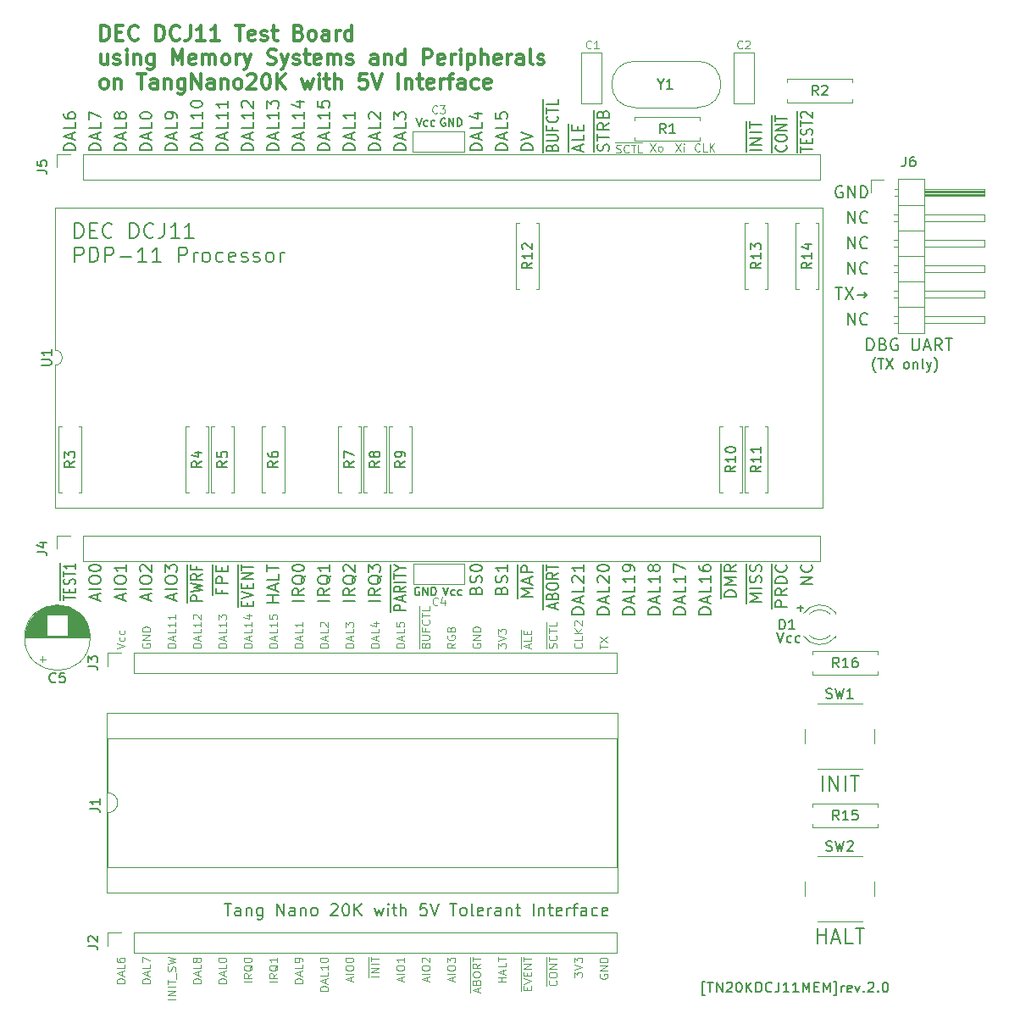
<source format=gbr>
%TF.GenerationSoftware,KiCad,Pcbnew,8.0.5*%
%TF.CreationDate,2025-08-26T16:06:39+09:00*%
%TF.ProjectId,TangNanoDCJ11MEM,54616e67-4e61-46e6-9f44-434a31314d45,rev?*%
%TF.SameCoordinates,Original*%
%TF.FileFunction,Legend,Top*%
%TF.FilePolarity,Positive*%
%FSLAX46Y46*%
G04 Gerber Fmt 4.6, Leading zero omitted, Abs format (unit mm)*
G04 Created by KiCad (PCBNEW 8.0.5) date 2025-08-26 16:06:39*
%MOMM*%
%LPD*%
G01*
G04 APERTURE LIST*
%ADD10C,0.100000*%
%ADD11C,0.150000*%
%ADD12C,0.300000*%
%ADD13C,0.200000*%
%ADD14C,0.120000*%
G04 APERTURE END LIST*
D10*
X25764895Y-96636264D02*
X24964895Y-96636264D01*
X25764895Y-95798169D02*
X25383942Y-96064836D01*
X25764895Y-96255312D02*
X24964895Y-96255312D01*
X24964895Y-96255312D02*
X24964895Y-95950550D01*
X24964895Y-95950550D02*
X25002990Y-95874360D01*
X25002990Y-95874360D02*
X25041085Y-95836265D01*
X25041085Y-95836265D02*
X25117276Y-95798169D01*
X25117276Y-95798169D02*
X25231561Y-95798169D01*
X25231561Y-95798169D02*
X25307752Y-95836265D01*
X25307752Y-95836265D02*
X25345847Y-95874360D01*
X25345847Y-95874360D02*
X25383942Y-95950550D01*
X25383942Y-95950550D02*
X25383942Y-96255312D01*
X25841085Y-94921979D02*
X25802990Y-94998169D01*
X25802990Y-94998169D02*
X25726800Y-95074360D01*
X25726800Y-95074360D02*
X25612514Y-95188646D01*
X25612514Y-95188646D02*
X25574419Y-95264836D01*
X25574419Y-95264836D02*
X25574419Y-95341027D01*
X25764895Y-95302931D02*
X25726800Y-95379122D01*
X25726800Y-95379122D02*
X25650609Y-95455312D01*
X25650609Y-95455312D02*
X25498228Y-95493408D01*
X25498228Y-95493408D02*
X25231561Y-95493408D01*
X25231561Y-95493408D02*
X25079180Y-95455312D01*
X25079180Y-95455312D02*
X25002990Y-95379122D01*
X25002990Y-95379122D02*
X24964895Y-95302931D01*
X24964895Y-95302931D02*
X24964895Y-95150550D01*
X24964895Y-95150550D02*
X25002990Y-95074360D01*
X25002990Y-95074360D02*
X25079180Y-94998169D01*
X25079180Y-94998169D02*
X25231561Y-94960074D01*
X25231561Y-94960074D02*
X25498228Y-94960074D01*
X25498228Y-94960074D02*
X25650609Y-94998169D01*
X25650609Y-94998169D02*
X25726800Y-95074360D01*
X25726800Y-95074360D02*
X25764895Y-95150550D01*
X25764895Y-95150550D02*
X25764895Y-95302931D01*
X24964895Y-94464836D02*
X24964895Y-94388646D01*
X24964895Y-94388646D02*
X25002990Y-94312455D01*
X25002990Y-94312455D02*
X25041085Y-94274360D01*
X25041085Y-94274360D02*
X25117276Y-94236265D01*
X25117276Y-94236265D02*
X25269657Y-94198170D01*
X25269657Y-94198170D02*
X25460133Y-94198170D01*
X25460133Y-94198170D02*
X25612514Y-94236265D01*
X25612514Y-94236265D02*
X25688704Y-94274360D01*
X25688704Y-94274360D02*
X25726800Y-94312455D01*
X25726800Y-94312455D02*
X25764895Y-94388646D01*
X25764895Y-94388646D02*
X25764895Y-94464836D01*
X25764895Y-94464836D02*
X25726800Y-94541027D01*
X25726800Y-94541027D02*
X25688704Y-94579122D01*
X25688704Y-94579122D02*
X25612514Y-94617217D01*
X25612514Y-94617217D02*
X25460133Y-94655313D01*
X25460133Y-94655313D02*
X25269657Y-94655313D01*
X25269657Y-94655313D02*
X25117276Y-94617217D01*
X25117276Y-94617217D02*
X25041085Y-94579122D01*
X25041085Y-94579122D02*
X25002990Y-94541027D01*
X25002990Y-94541027D02*
X24964895Y-94464836D01*
X23224895Y-96750550D02*
X22424895Y-96750550D01*
X22424895Y-96750550D02*
X22424895Y-96560074D01*
X22424895Y-96560074D02*
X22462990Y-96445788D01*
X22462990Y-96445788D02*
X22539180Y-96369598D01*
X22539180Y-96369598D02*
X22615371Y-96331503D01*
X22615371Y-96331503D02*
X22767752Y-96293407D01*
X22767752Y-96293407D02*
X22882038Y-96293407D01*
X22882038Y-96293407D02*
X23034419Y-96331503D01*
X23034419Y-96331503D02*
X23110609Y-96369598D01*
X23110609Y-96369598D02*
X23186800Y-96445788D01*
X23186800Y-96445788D02*
X23224895Y-96560074D01*
X23224895Y-96560074D02*
X23224895Y-96750550D01*
X22996323Y-95988646D02*
X22996323Y-95607693D01*
X23224895Y-96064836D02*
X22424895Y-95798169D01*
X22424895Y-95798169D02*
X23224895Y-95531503D01*
X23224895Y-94883884D02*
X23224895Y-95264836D01*
X23224895Y-95264836D02*
X22424895Y-95264836D01*
X22424895Y-94464836D02*
X22424895Y-94388646D01*
X22424895Y-94388646D02*
X22462990Y-94312455D01*
X22462990Y-94312455D02*
X22501085Y-94274360D01*
X22501085Y-94274360D02*
X22577276Y-94236265D01*
X22577276Y-94236265D02*
X22729657Y-94198170D01*
X22729657Y-94198170D02*
X22920133Y-94198170D01*
X22920133Y-94198170D02*
X23072514Y-94236265D01*
X23072514Y-94236265D02*
X23148704Y-94274360D01*
X23148704Y-94274360D02*
X23186800Y-94312455D01*
X23186800Y-94312455D02*
X23224895Y-94388646D01*
X23224895Y-94388646D02*
X23224895Y-94464836D01*
X23224895Y-94464836D02*
X23186800Y-94541027D01*
X23186800Y-94541027D02*
X23148704Y-94579122D01*
X23148704Y-94579122D02*
X23072514Y-94617217D01*
X23072514Y-94617217D02*
X22920133Y-94655313D01*
X22920133Y-94655313D02*
X22729657Y-94655313D01*
X22729657Y-94655313D02*
X22577276Y-94617217D01*
X22577276Y-94617217D02*
X22501085Y-94579122D01*
X22501085Y-94579122D02*
X22462990Y-94541027D01*
X22462990Y-94541027D02*
X22424895Y-94464836D01*
D11*
X79173057Y-13061792D02*
X79230200Y-13109411D01*
X79230200Y-13109411D02*
X79287342Y-13252268D01*
X79287342Y-13252268D02*
X79287342Y-13347506D01*
X79287342Y-13347506D02*
X79230200Y-13490363D01*
X79230200Y-13490363D02*
X79115914Y-13585601D01*
X79115914Y-13585601D02*
X79001628Y-13633220D01*
X79001628Y-13633220D02*
X78773057Y-13680839D01*
X78773057Y-13680839D02*
X78601628Y-13680839D01*
X78601628Y-13680839D02*
X78373057Y-13633220D01*
X78373057Y-13633220D02*
X78258771Y-13585601D01*
X78258771Y-13585601D02*
X78144485Y-13490363D01*
X78144485Y-13490363D02*
X78087342Y-13347506D01*
X78087342Y-13347506D02*
X78087342Y-13252268D01*
X78087342Y-13252268D02*
X78144485Y-13109411D01*
X78144485Y-13109411D02*
X78201628Y-13061792D01*
X78087342Y-12442744D02*
X78087342Y-12252268D01*
X78087342Y-12252268D02*
X78144485Y-12157030D01*
X78144485Y-12157030D02*
X78258771Y-12061792D01*
X78258771Y-12061792D02*
X78487342Y-12014173D01*
X78487342Y-12014173D02*
X78887342Y-12014173D01*
X78887342Y-12014173D02*
X79115914Y-12061792D01*
X79115914Y-12061792D02*
X79230200Y-12157030D01*
X79230200Y-12157030D02*
X79287342Y-12252268D01*
X79287342Y-12252268D02*
X79287342Y-12442744D01*
X79287342Y-12442744D02*
X79230200Y-12537982D01*
X79230200Y-12537982D02*
X79115914Y-12633220D01*
X79115914Y-12633220D02*
X78887342Y-12680839D01*
X78887342Y-12680839D02*
X78487342Y-12680839D01*
X78487342Y-12680839D02*
X78258771Y-12633220D01*
X78258771Y-12633220D02*
X78144485Y-12537982D01*
X78144485Y-12537982D02*
X78087342Y-12442744D01*
X79287342Y-11585601D02*
X78087342Y-11585601D01*
X78087342Y-11585601D02*
X79287342Y-11014173D01*
X79287342Y-11014173D02*
X78087342Y-11014173D01*
X78087342Y-10680839D02*
X78087342Y-10109411D01*
X79287342Y-10395125D02*
X78087342Y-10395125D01*
X77754200Y-13771316D02*
X77754200Y-10114173D01*
D10*
X57984895Y-96141027D02*
X57984895Y-95645789D01*
X57984895Y-95645789D02*
X58289657Y-95912455D01*
X58289657Y-95912455D02*
X58289657Y-95798170D01*
X58289657Y-95798170D02*
X58327752Y-95721979D01*
X58327752Y-95721979D02*
X58365847Y-95683884D01*
X58365847Y-95683884D02*
X58442038Y-95645789D01*
X58442038Y-95645789D02*
X58632514Y-95645789D01*
X58632514Y-95645789D02*
X58708704Y-95683884D01*
X58708704Y-95683884D02*
X58746800Y-95721979D01*
X58746800Y-95721979D02*
X58784895Y-95798170D01*
X58784895Y-95798170D02*
X58784895Y-96026741D01*
X58784895Y-96026741D02*
X58746800Y-96102932D01*
X58746800Y-96102932D02*
X58708704Y-96141027D01*
X57984895Y-95417217D02*
X58784895Y-95150550D01*
X58784895Y-95150550D02*
X57984895Y-94883884D01*
X57984895Y-94693408D02*
X57984895Y-94198170D01*
X57984895Y-94198170D02*
X58289657Y-94464836D01*
X58289657Y-94464836D02*
X58289657Y-94350551D01*
X58289657Y-94350551D02*
X58327752Y-94274360D01*
X58327752Y-94274360D02*
X58365847Y-94236265D01*
X58365847Y-94236265D02*
X58442038Y-94198170D01*
X58442038Y-94198170D02*
X58632514Y-94198170D01*
X58632514Y-94198170D02*
X58708704Y-94236265D01*
X58708704Y-94236265D02*
X58746800Y-94274360D01*
X58746800Y-94274360D02*
X58784895Y-94350551D01*
X58784895Y-94350551D02*
X58784895Y-94579122D01*
X58784895Y-94579122D02*
X58746800Y-94655313D01*
X58746800Y-94655313D02*
X58708704Y-94693408D01*
X56206800Y-63281830D02*
X56244895Y-63167544D01*
X56244895Y-63167544D02*
X56244895Y-62977068D01*
X56244895Y-62977068D02*
X56206800Y-62900877D01*
X56206800Y-62900877D02*
X56168704Y-62862782D01*
X56168704Y-62862782D02*
X56092514Y-62824687D01*
X56092514Y-62824687D02*
X56016323Y-62824687D01*
X56016323Y-62824687D02*
X55940133Y-62862782D01*
X55940133Y-62862782D02*
X55902038Y-62900877D01*
X55902038Y-62900877D02*
X55863942Y-62977068D01*
X55863942Y-62977068D02*
X55825847Y-63129449D01*
X55825847Y-63129449D02*
X55787752Y-63205639D01*
X55787752Y-63205639D02*
X55749657Y-63243734D01*
X55749657Y-63243734D02*
X55673466Y-63281830D01*
X55673466Y-63281830D02*
X55597276Y-63281830D01*
X55597276Y-63281830D02*
X55521085Y-63243734D01*
X55521085Y-63243734D02*
X55482990Y-63205639D01*
X55482990Y-63205639D02*
X55444895Y-63129449D01*
X55444895Y-63129449D02*
X55444895Y-62938972D01*
X55444895Y-62938972D02*
X55482990Y-62824687D01*
X56168704Y-62024686D02*
X56206800Y-62062782D01*
X56206800Y-62062782D02*
X56244895Y-62177067D01*
X56244895Y-62177067D02*
X56244895Y-62253258D01*
X56244895Y-62253258D02*
X56206800Y-62367544D01*
X56206800Y-62367544D02*
X56130609Y-62443734D01*
X56130609Y-62443734D02*
X56054419Y-62481829D01*
X56054419Y-62481829D02*
X55902038Y-62519925D01*
X55902038Y-62519925D02*
X55787752Y-62519925D01*
X55787752Y-62519925D02*
X55635371Y-62481829D01*
X55635371Y-62481829D02*
X55559180Y-62443734D01*
X55559180Y-62443734D02*
X55482990Y-62367544D01*
X55482990Y-62367544D02*
X55444895Y-62253258D01*
X55444895Y-62253258D02*
X55444895Y-62177067D01*
X55444895Y-62177067D02*
X55482990Y-62062782D01*
X55482990Y-62062782D02*
X55521085Y-62024686D01*
X55444895Y-61796115D02*
X55444895Y-61338972D01*
X56244895Y-61567544D02*
X55444895Y-61567544D01*
X56244895Y-60691353D02*
X56244895Y-61072305D01*
X56244895Y-61072305D02*
X55444895Y-61072305D01*
X55222800Y-63354211D02*
X55222800Y-60695163D01*
D11*
X36107342Y-13585601D02*
X34907342Y-13585601D01*
X34907342Y-13585601D02*
X34907342Y-13299887D01*
X34907342Y-13299887D02*
X34964485Y-13128458D01*
X34964485Y-13128458D02*
X35078771Y-13014173D01*
X35078771Y-13014173D02*
X35193057Y-12957030D01*
X35193057Y-12957030D02*
X35421628Y-12899887D01*
X35421628Y-12899887D02*
X35593057Y-12899887D01*
X35593057Y-12899887D02*
X35821628Y-12957030D01*
X35821628Y-12957030D02*
X35935914Y-13014173D01*
X35935914Y-13014173D02*
X36050200Y-13128458D01*
X36050200Y-13128458D02*
X36107342Y-13299887D01*
X36107342Y-13299887D02*
X36107342Y-13585601D01*
X35764485Y-12442744D02*
X35764485Y-11871316D01*
X36107342Y-12557030D02*
X34907342Y-12157030D01*
X34907342Y-12157030D02*
X36107342Y-11757030D01*
X36107342Y-10785602D02*
X36107342Y-11357030D01*
X36107342Y-11357030D02*
X34907342Y-11357030D01*
X36107342Y-9757030D02*
X36107342Y-10442744D01*
X36107342Y-10099887D02*
X34907342Y-10099887D01*
X34907342Y-10099887D02*
X35078771Y-10214173D01*
X35078771Y-10214173D02*
X35193057Y-10328458D01*
X35193057Y-10328458D02*
X35250200Y-10442744D01*
X38647342Y-13585601D02*
X37447342Y-13585601D01*
X37447342Y-13585601D02*
X37447342Y-13299887D01*
X37447342Y-13299887D02*
X37504485Y-13128458D01*
X37504485Y-13128458D02*
X37618771Y-13014173D01*
X37618771Y-13014173D02*
X37733057Y-12957030D01*
X37733057Y-12957030D02*
X37961628Y-12899887D01*
X37961628Y-12899887D02*
X38133057Y-12899887D01*
X38133057Y-12899887D02*
X38361628Y-12957030D01*
X38361628Y-12957030D02*
X38475914Y-13014173D01*
X38475914Y-13014173D02*
X38590200Y-13128458D01*
X38590200Y-13128458D02*
X38647342Y-13299887D01*
X38647342Y-13299887D02*
X38647342Y-13585601D01*
X38304485Y-12442744D02*
X38304485Y-11871316D01*
X38647342Y-12557030D02*
X37447342Y-12157030D01*
X37447342Y-12157030D02*
X38647342Y-11757030D01*
X38647342Y-10785602D02*
X38647342Y-11357030D01*
X38647342Y-11357030D02*
X37447342Y-11357030D01*
X37561628Y-10442744D02*
X37504485Y-10385601D01*
X37504485Y-10385601D02*
X37447342Y-10271316D01*
X37447342Y-10271316D02*
X37447342Y-9985601D01*
X37447342Y-9985601D02*
X37504485Y-9871316D01*
X37504485Y-9871316D02*
X37561628Y-9814173D01*
X37561628Y-9814173D02*
X37675914Y-9757030D01*
X37675914Y-9757030D02*
X37790200Y-9757030D01*
X37790200Y-9757030D02*
X37961628Y-9814173D01*
X37961628Y-9814173D02*
X38647342Y-10499887D01*
X38647342Y-10499887D02*
X38647342Y-9757030D01*
X36107342Y-58594398D02*
X34907342Y-58594398D01*
X36107342Y-57337255D02*
X35535914Y-57737255D01*
X36107342Y-58022969D02*
X34907342Y-58022969D01*
X34907342Y-58022969D02*
X34907342Y-57565826D01*
X34907342Y-57565826D02*
X34964485Y-57451541D01*
X34964485Y-57451541D02*
X35021628Y-57394398D01*
X35021628Y-57394398D02*
X35135914Y-57337255D01*
X35135914Y-57337255D02*
X35307342Y-57337255D01*
X35307342Y-57337255D02*
X35421628Y-57394398D01*
X35421628Y-57394398D02*
X35478771Y-57451541D01*
X35478771Y-57451541D02*
X35535914Y-57565826D01*
X35535914Y-57565826D02*
X35535914Y-58022969D01*
X36221628Y-56022969D02*
X36164485Y-56137255D01*
X36164485Y-56137255D02*
X36050200Y-56251541D01*
X36050200Y-56251541D02*
X35878771Y-56422969D01*
X35878771Y-56422969D02*
X35821628Y-56537255D01*
X35821628Y-56537255D02*
X35821628Y-56651541D01*
X36107342Y-56594398D02*
X36050200Y-56708684D01*
X36050200Y-56708684D02*
X35935914Y-56822969D01*
X35935914Y-56822969D02*
X35707342Y-56880112D01*
X35707342Y-56880112D02*
X35307342Y-56880112D01*
X35307342Y-56880112D02*
X35078771Y-56822969D01*
X35078771Y-56822969D02*
X34964485Y-56708684D01*
X34964485Y-56708684D02*
X34907342Y-56594398D01*
X34907342Y-56594398D02*
X34907342Y-56365826D01*
X34907342Y-56365826D02*
X34964485Y-56251541D01*
X34964485Y-56251541D02*
X35078771Y-56137255D01*
X35078771Y-56137255D02*
X35307342Y-56080112D01*
X35307342Y-56080112D02*
X35707342Y-56080112D01*
X35707342Y-56080112D02*
X35935914Y-56137255D01*
X35935914Y-56137255D02*
X36050200Y-56251541D01*
X36050200Y-56251541D02*
X36107342Y-56365826D01*
X36107342Y-56365826D02*
X36107342Y-56594398D01*
X35021628Y-55622969D02*
X34964485Y-55565826D01*
X34964485Y-55565826D02*
X34907342Y-55451541D01*
X34907342Y-55451541D02*
X34907342Y-55165826D01*
X34907342Y-55165826D02*
X34964485Y-55051541D01*
X34964485Y-55051541D02*
X35021628Y-54994398D01*
X35021628Y-54994398D02*
X35135914Y-54937255D01*
X35135914Y-54937255D02*
X35250200Y-54937255D01*
X35250200Y-54937255D02*
X35421628Y-54994398D01*
X35421628Y-54994398D02*
X36107342Y-55680112D01*
X36107342Y-55680112D02*
X36107342Y-54937255D01*
X85359887Y-31027342D02*
X85359887Y-29827342D01*
X85359887Y-29827342D02*
X86045601Y-31027342D01*
X86045601Y-31027342D02*
X86045601Y-29827342D01*
X87302744Y-30913057D02*
X87245601Y-30970200D01*
X87245601Y-30970200D02*
X87074173Y-31027342D01*
X87074173Y-31027342D02*
X86959887Y-31027342D01*
X86959887Y-31027342D02*
X86788458Y-30970200D01*
X86788458Y-30970200D02*
X86674173Y-30855914D01*
X86674173Y-30855914D02*
X86617030Y-30741628D01*
X86617030Y-30741628D02*
X86559887Y-30513057D01*
X86559887Y-30513057D02*
X86559887Y-30341628D01*
X86559887Y-30341628D02*
X86617030Y-30113057D01*
X86617030Y-30113057D02*
X86674173Y-29998771D01*
X86674173Y-29998771D02*
X86788458Y-29884485D01*
X86788458Y-29884485D02*
X86959887Y-29827342D01*
X86959887Y-29827342D02*
X87074173Y-29827342D01*
X87074173Y-29827342D02*
X87245601Y-29884485D01*
X87245601Y-29884485D02*
X87302744Y-29941628D01*
X55798771Y-13299887D02*
X55855914Y-13157030D01*
X55855914Y-13157030D02*
X55913057Y-13109411D01*
X55913057Y-13109411D02*
X56027342Y-13061792D01*
X56027342Y-13061792D02*
X56198771Y-13061792D01*
X56198771Y-13061792D02*
X56313057Y-13109411D01*
X56313057Y-13109411D02*
X56370200Y-13157030D01*
X56370200Y-13157030D02*
X56427342Y-13252268D01*
X56427342Y-13252268D02*
X56427342Y-13633220D01*
X56427342Y-13633220D02*
X55227342Y-13633220D01*
X55227342Y-13633220D02*
X55227342Y-13299887D01*
X55227342Y-13299887D02*
X55284485Y-13204649D01*
X55284485Y-13204649D02*
X55341628Y-13157030D01*
X55341628Y-13157030D02*
X55455914Y-13109411D01*
X55455914Y-13109411D02*
X55570200Y-13109411D01*
X55570200Y-13109411D02*
X55684485Y-13157030D01*
X55684485Y-13157030D02*
X55741628Y-13204649D01*
X55741628Y-13204649D02*
X55798771Y-13299887D01*
X55798771Y-13299887D02*
X55798771Y-13633220D01*
X55227342Y-12633220D02*
X56198771Y-12633220D01*
X56198771Y-12633220D02*
X56313057Y-12585601D01*
X56313057Y-12585601D02*
X56370200Y-12537982D01*
X56370200Y-12537982D02*
X56427342Y-12442744D01*
X56427342Y-12442744D02*
X56427342Y-12252268D01*
X56427342Y-12252268D02*
X56370200Y-12157030D01*
X56370200Y-12157030D02*
X56313057Y-12109411D01*
X56313057Y-12109411D02*
X56198771Y-12061792D01*
X56198771Y-12061792D02*
X55227342Y-12061792D01*
X55798771Y-11252268D02*
X55798771Y-11585601D01*
X56427342Y-11585601D02*
X55227342Y-11585601D01*
X55227342Y-11585601D02*
X55227342Y-11109411D01*
X56313057Y-10157030D02*
X56370200Y-10204649D01*
X56370200Y-10204649D02*
X56427342Y-10347506D01*
X56427342Y-10347506D02*
X56427342Y-10442744D01*
X56427342Y-10442744D02*
X56370200Y-10585601D01*
X56370200Y-10585601D02*
X56255914Y-10680839D01*
X56255914Y-10680839D02*
X56141628Y-10728458D01*
X56141628Y-10728458D02*
X55913057Y-10776077D01*
X55913057Y-10776077D02*
X55741628Y-10776077D01*
X55741628Y-10776077D02*
X55513057Y-10728458D01*
X55513057Y-10728458D02*
X55398771Y-10680839D01*
X55398771Y-10680839D02*
X55284485Y-10585601D01*
X55284485Y-10585601D02*
X55227342Y-10442744D01*
X55227342Y-10442744D02*
X55227342Y-10347506D01*
X55227342Y-10347506D02*
X55284485Y-10204649D01*
X55284485Y-10204649D02*
X55341628Y-10157030D01*
X55227342Y-9871315D02*
X55227342Y-9299887D01*
X56427342Y-9585601D02*
X55227342Y-9585601D01*
X56427342Y-8490363D02*
X56427342Y-8966553D01*
X56427342Y-8966553D02*
X55227342Y-8966553D01*
X54894200Y-13771316D02*
X54894200Y-8495125D01*
D10*
X35696323Y-96560074D02*
X35696323Y-96179121D01*
X35924895Y-96636264D02*
X35124895Y-96369597D01*
X35124895Y-96369597D02*
X35924895Y-96102931D01*
X35924895Y-95836264D02*
X35124895Y-95836264D01*
X35124895Y-95302931D02*
X35124895Y-95150550D01*
X35124895Y-95150550D02*
X35162990Y-95074360D01*
X35162990Y-95074360D02*
X35239180Y-94998169D01*
X35239180Y-94998169D02*
X35391561Y-94960074D01*
X35391561Y-94960074D02*
X35658228Y-94960074D01*
X35658228Y-94960074D02*
X35810609Y-94998169D01*
X35810609Y-94998169D02*
X35886800Y-95074360D01*
X35886800Y-95074360D02*
X35924895Y-95150550D01*
X35924895Y-95150550D02*
X35924895Y-95302931D01*
X35924895Y-95302931D02*
X35886800Y-95379122D01*
X35886800Y-95379122D02*
X35810609Y-95455312D01*
X35810609Y-95455312D02*
X35658228Y-95493408D01*
X35658228Y-95493408D02*
X35391561Y-95493408D01*
X35391561Y-95493408D02*
X35239180Y-95455312D01*
X35239180Y-95455312D02*
X35162990Y-95379122D01*
X35162990Y-95379122D02*
X35124895Y-95302931D01*
X35124895Y-94464836D02*
X35124895Y-94388646D01*
X35124895Y-94388646D02*
X35162990Y-94312455D01*
X35162990Y-94312455D02*
X35201085Y-94274360D01*
X35201085Y-94274360D02*
X35277276Y-94236265D01*
X35277276Y-94236265D02*
X35429657Y-94198170D01*
X35429657Y-94198170D02*
X35620133Y-94198170D01*
X35620133Y-94198170D02*
X35772514Y-94236265D01*
X35772514Y-94236265D02*
X35848704Y-94274360D01*
X35848704Y-94274360D02*
X35886800Y-94312455D01*
X35886800Y-94312455D02*
X35924895Y-94388646D01*
X35924895Y-94388646D02*
X35924895Y-94464836D01*
X35924895Y-94464836D02*
X35886800Y-94541027D01*
X35886800Y-94541027D02*
X35848704Y-94579122D01*
X35848704Y-94579122D02*
X35772514Y-94617217D01*
X35772514Y-94617217D02*
X35620133Y-94655313D01*
X35620133Y-94655313D02*
X35429657Y-94655313D01*
X35429657Y-94655313D02*
X35277276Y-94617217D01*
X35277276Y-94617217D02*
X35201085Y-94579122D01*
X35201085Y-94579122D02*
X35162990Y-94541027D01*
X35162990Y-94541027D02*
X35124895Y-94464836D01*
X18144895Y-98350550D02*
X17344895Y-98350550D01*
X18144895Y-97969598D02*
X17344895Y-97969598D01*
X17344895Y-97969598D02*
X18144895Y-97512455D01*
X18144895Y-97512455D02*
X17344895Y-97512455D01*
X18144895Y-97131503D02*
X17344895Y-97131503D01*
X17344895Y-96864837D02*
X17344895Y-96407694D01*
X18144895Y-96636266D02*
X17344895Y-96636266D01*
X18221085Y-96331504D02*
X18221085Y-95721980D01*
X18106800Y-95569599D02*
X18144895Y-95455313D01*
X18144895Y-95455313D02*
X18144895Y-95264837D01*
X18144895Y-95264837D02*
X18106800Y-95188646D01*
X18106800Y-95188646D02*
X18068704Y-95150551D01*
X18068704Y-95150551D02*
X17992514Y-95112456D01*
X17992514Y-95112456D02*
X17916323Y-95112456D01*
X17916323Y-95112456D02*
X17840133Y-95150551D01*
X17840133Y-95150551D02*
X17802038Y-95188646D01*
X17802038Y-95188646D02*
X17763942Y-95264837D01*
X17763942Y-95264837D02*
X17725847Y-95417218D01*
X17725847Y-95417218D02*
X17687752Y-95493408D01*
X17687752Y-95493408D02*
X17649657Y-95531503D01*
X17649657Y-95531503D02*
X17573466Y-95569599D01*
X17573466Y-95569599D02*
X17497276Y-95569599D01*
X17497276Y-95569599D02*
X17421085Y-95531503D01*
X17421085Y-95531503D02*
X17382990Y-95493408D01*
X17382990Y-95493408D02*
X17344895Y-95417218D01*
X17344895Y-95417218D02*
X17344895Y-95226741D01*
X17344895Y-95226741D02*
X17382990Y-95112456D01*
X17344895Y-94845789D02*
X18144895Y-94655313D01*
X18144895Y-94655313D02*
X17573466Y-94502932D01*
X17573466Y-94502932D02*
X18144895Y-94350551D01*
X18144895Y-94350551D02*
X17344895Y-94160075D01*
X53285847Y-97436265D02*
X53285847Y-97169599D01*
X53704895Y-97055313D02*
X53704895Y-97436265D01*
X53704895Y-97436265D02*
X52904895Y-97436265D01*
X52904895Y-97436265D02*
X52904895Y-97055313D01*
X52904895Y-96826741D02*
X53704895Y-96560074D01*
X53704895Y-96560074D02*
X52904895Y-96293408D01*
X53285847Y-96026741D02*
X53285847Y-95760075D01*
X53704895Y-95645789D02*
X53704895Y-96026741D01*
X53704895Y-96026741D02*
X52904895Y-96026741D01*
X52904895Y-96026741D02*
X52904895Y-95645789D01*
X53704895Y-95302931D02*
X52904895Y-95302931D01*
X52904895Y-95302931D02*
X53704895Y-94845788D01*
X53704895Y-94845788D02*
X52904895Y-94845788D01*
X52904895Y-94579122D02*
X52904895Y-94121979D01*
X53704895Y-94350551D02*
X52904895Y-94350551D01*
X52682800Y-97546742D02*
X52682800Y-94125789D01*
D11*
X6967342Y-58522969D02*
X6967342Y-58008684D01*
X8167342Y-58265826D02*
X6967342Y-58265826D01*
X7538771Y-57708684D02*
X7538771Y-57408684D01*
X8167342Y-57280112D02*
X8167342Y-57708684D01*
X8167342Y-57708684D02*
X6967342Y-57708684D01*
X6967342Y-57708684D02*
X6967342Y-57280112D01*
X8110200Y-56937255D02*
X8167342Y-56808684D01*
X8167342Y-56808684D02*
X8167342Y-56594398D01*
X8167342Y-56594398D02*
X8110200Y-56508684D01*
X8110200Y-56508684D02*
X8053057Y-56465826D01*
X8053057Y-56465826D02*
X7938771Y-56422969D01*
X7938771Y-56422969D02*
X7824485Y-56422969D01*
X7824485Y-56422969D02*
X7710200Y-56465826D01*
X7710200Y-56465826D02*
X7653057Y-56508684D01*
X7653057Y-56508684D02*
X7595914Y-56594398D01*
X7595914Y-56594398D02*
X7538771Y-56765826D01*
X7538771Y-56765826D02*
X7481628Y-56851541D01*
X7481628Y-56851541D02*
X7424485Y-56894398D01*
X7424485Y-56894398D02*
X7310200Y-56937255D01*
X7310200Y-56937255D02*
X7195914Y-56937255D01*
X7195914Y-56937255D02*
X7081628Y-56894398D01*
X7081628Y-56894398D02*
X7024485Y-56851541D01*
X7024485Y-56851541D02*
X6967342Y-56765826D01*
X6967342Y-56765826D02*
X6967342Y-56551541D01*
X6967342Y-56551541D02*
X7024485Y-56422969D01*
X6967342Y-56165826D02*
X6967342Y-55651541D01*
X8167342Y-55908683D02*
X6967342Y-55908683D01*
X8167342Y-54880112D02*
X8167342Y-55394398D01*
X8167342Y-55137255D02*
X6967342Y-55137255D01*
X6967342Y-55137255D02*
X7138771Y-55222969D01*
X7138771Y-55222969D02*
X7253057Y-55308684D01*
X7253057Y-55308684D02*
X7310200Y-55394398D01*
X6634200Y-58518684D02*
X6634200Y-54798684D01*
D10*
X60524895Y-63358020D02*
X60524895Y-62900877D01*
X61324895Y-63129449D02*
X60524895Y-63129449D01*
X60524895Y-62710401D02*
X61324895Y-62177067D01*
X60524895Y-62177067D02*
X61324895Y-62710401D01*
D11*
X74207342Y-58194398D02*
X73007342Y-58194398D01*
X73007342Y-58194398D02*
X73007342Y-57908684D01*
X73007342Y-57908684D02*
X73064485Y-57737255D01*
X73064485Y-57737255D02*
X73178771Y-57622970D01*
X73178771Y-57622970D02*
X73293057Y-57565827D01*
X73293057Y-57565827D02*
X73521628Y-57508684D01*
X73521628Y-57508684D02*
X73693057Y-57508684D01*
X73693057Y-57508684D02*
X73921628Y-57565827D01*
X73921628Y-57565827D02*
X74035914Y-57622970D01*
X74035914Y-57622970D02*
X74150200Y-57737255D01*
X74150200Y-57737255D02*
X74207342Y-57908684D01*
X74207342Y-57908684D02*
X74207342Y-58194398D01*
X74207342Y-56994398D02*
X73007342Y-56994398D01*
X73007342Y-56994398D02*
X73864485Y-56594398D01*
X73864485Y-56594398D02*
X73007342Y-56194398D01*
X73007342Y-56194398D02*
X74207342Y-56194398D01*
X74207342Y-54937255D02*
X73635914Y-55337255D01*
X74207342Y-55622969D02*
X73007342Y-55622969D01*
X73007342Y-55622969D02*
X73007342Y-55165826D01*
X73007342Y-55165826D02*
X73064485Y-55051541D01*
X73064485Y-55051541D02*
X73121628Y-54994398D01*
X73121628Y-54994398D02*
X73235914Y-54937255D01*
X73235914Y-54937255D02*
X73407342Y-54937255D01*
X73407342Y-54937255D02*
X73521628Y-54994398D01*
X73521628Y-54994398D02*
X73578771Y-55051541D01*
X73578771Y-55051541D02*
X73635914Y-55165826D01*
X73635914Y-55165826D02*
X73635914Y-55622969D01*
X72674200Y-58360113D02*
X72674200Y-54828684D01*
D10*
X28304895Y-96636264D02*
X27504895Y-96636264D01*
X28304895Y-95798169D02*
X27923942Y-96064836D01*
X28304895Y-96255312D02*
X27504895Y-96255312D01*
X27504895Y-96255312D02*
X27504895Y-95950550D01*
X27504895Y-95950550D02*
X27542990Y-95874360D01*
X27542990Y-95874360D02*
X27581085Y-95836265D01*
X27581085Y-95836265D02*
X27657276Y-95798169D01*
X27657276Y-95798169D02*
X27771561Y-95798169D01*
X27771561Y-95798169D02*
X27847752Y-95836265D01*
X27847752Y-95836265D02*
X27885847Y-95874360D01*
X27885847Y-95874360D02*
X27923942Y-95950550D01*
X27923942Y-95950550D02*
X27923942Y-96255312D01*
X28381085Y-94921979D02*
X28342990Y-94998169D01*
X28342990Y-94998169D02*
X28266800Y-95074360D01*
X28266800Y-95074360D02*
X28152514Y-95188646D01*
X28152514Y-95188646D02*
X28114419Y-95264836D01*
X28114419Y-95264836D02*
X28114419Y-95341027D01*
X28304895Y-95302931D02*
X28266800Y-95379122D01*
X28266800Y-95379122D02*
X28190609Y-95455312D01*
X28190609Y-95455312D02*
X28038228Y-95493408D01*
X28038228Y-95493408D02*
X27771561Y-95493408D01*
X27771561Y-95493408D02*
X27619180Y-95455312D01*
X27619180Y-95455312D02*
X27542990Y-95379122D01*
X27542990Y-95379122D02*
X27504895Y-95302931D01*
X27504895Y-95302931D02*
X27504895Y-95150550D01*
X27504895Y-95150550D02*
X27542990Y-95074360D01*
X27542990Y-95074360D02*
X27619180Y-94998169D01*
X27619180Y-94998169D02*
X27771561Y-94960074D01*
X27771561Y-94960074D02*
X28038228Y-94960074D01*
X28038228Y-94960074D02*
X28190609Y-94998169D01*
X28190609Y-94998169D02*
X28266800Y-95074360D01*
X28266800Y-95074360D02*
X28304895Y-95150550D01*
X28304895Y-95150550D02*
X28304895Y-95302931D01*
X28304895Y-94198170D02*
X28304895Y-94655313D01*
X28304895Y-94426741D02*
X27504895Y-94426741D01*
X27504895Y-94426741D02*
X27619180Y-94502932D01*
X27619180Y-94502932D02*
X27695371Y-94579122D01*
X27695371Y-94579122D02*
X27733466Y-94655313D01*
D11*
X84102744Y-27287342D02*
X84788459Y-27287342D01*
X84445601Y-28487342D02*
X84445601Y-27287342D01*
X85074173Y-27287342D02*
X85874173Y-28487342D01*
X85874173Y-27287342D02*
X85074173Y-28487342D01*
X86331316Y-28030200D02*
X87245602Y-28030200D01*
X87017030Y-28258771D02*
X87245602Y-28030200D01*
X87245602Y-28030200D02*
X87017030Y-27801628D01*
X31027342Y-58594398D02*
X29827342Y-58594398D01*
X31027342Y-57337255D02*
X30455914Y-57737255D01*
X31027342Y-58022969D02*
X29827342Y-58022969D01*
X29827342Y-58022969D02*
X29827342Y-57565826D01*
X29827342Y-57565826D02*
X29884485Y-57451541D01*
X29884485Y-57451541D02*
X29941628Y-57394398D01*
X29941628Y-57394398D02*
X30055914Y-57337255D01*
X30055914Y-57337255D02*
X30227342Y-57337255D01*
X30227342Y-57337255D02*
X30341628Y-57394398D01*
X30341628Y-57394398D02*
X30398771Y-57451541D01*
X30398771Y-57451541D02*
X30455914Y-57565826D01*
X30455914Y-57565826D02*
X30455914Y-58022969D01*
X31141628Y-56022969D02*
X31084485Y-56137255D01*
X31084485Y-56137255D02*
X30970200Y-56251541D01*
X30970200Y-56251541D02*
X30798771Y-56422969D01*
X30798771Y-56422969D02*
X30741628Y-56537255D01*
X30741628Y-56537255D02*
X30741628Y-56651541D01*
X31027342Y-56594398D02*
X30970200Y-56708684D01*
X30970200Y-56708684D02*
X30855914Y-56822969D01*
X30855914Y-56822969D02*
X30627342Y-56880112D01*
X30627342Y-56880112D02*
X30227342Y-56880112D01*
X30227342Y-56880112D02*
X29998771Y-56822969D01*
X29998771Y-56822969D02*
X29884485Y-56708684D01*
X29884485Y-56708684D02*
X29827342Y-56594398D01*
X29827342Y-56594398D02*
X29827342Y-56365826D01*
X29827342Y-56365826D02*
X29884485Y-56251541D01*
X29884485Y-56251541D02*
X29998771Y-56137255D01*
X29998771Y-56137255D02*
X30227342Y-56080112D01*
X30227342Y-56080112D02*
X30627342Y-56080112D01*
X30627342Y-56080112D02*
X30855914Y-56137255D01*
X30855914Y-56137255D02*
X30970200Y-56251541D01*
X30970200Y-56251541D02*
X31027342Y-56365826D01*
X31027342Y-56365826D02*
X31027342Y-56594398D01*
X29827342Y-55337255D02*
X29827342Y-55222969D01*
X29827342Y-55222969D02*
X29884485Y-55108683D01*
X29884485Y-55108683D02*
X29941628Y-55051541D01*
X29941628Y-55051541D02*
X30055914Y-54994398D01*
X30055914Y-54994398D02*
X30284485Y-54937255D01*
X30284485Y-54937255D02*
X30570200Y-54937255D01*
X30570200Y-54937255D02*
X30798771Y-54994398D01*
X30798771Y-54994398D02*
X30913057Y-55051541D01*
X30913057Y-55051541D02*
X30970200Y-55108683D01*
X30970200Y-55108683D02*
X31027342Y-55222969D01*
X31027342Y-55222969D02*
X31027342Y-55337255D01*
X31027342Y-55337255D02*
X30970200Y-55451541D01*
X30970200Y-55451541D02*
X30913057Y-55508683D01*
X30913057Y-55508683D02*
X30798771Y-55565826D01*
X30798771Y-55565826D02*
X30570200Y-55622969D01*
X30570200Y-55622969D02*
X30284485Y-55622969D01*
X30284485Y-55622969D02*
X30055914Y-55565826D01*
X30055914Y-55565826D02*
X29941628Y-55508683D01*
X29941628Y-55508683D02*
X29884485Y-55451541D01*
X29884485Y-55451541D02*
X29827342Y-55337255D01*
D10*
X33384895Y-63243734D02*
X32584895Y-63243734D01*
X32584895Y-63243734D02*
X32584895Y-63053258D01*
X32584895Y-63053258D02*
X32622990Y-62938972D01*
X32622990Y-62938972D02*
X32699180Y-62862782D01*
X32699180Y-62862782D02*
X32775371Y-62824687D01*
X32775371Y-62824687D02*
X32927752Y-62786591D01*
X32927752Y-62786591D02*
X33042038Y-62786591D01*
X33042038Y-62786591D02*
X33194419Y-62824687D01*
X33194419Y-62824687D02*
X33270609Y-62862782D01*
X33270609Y-62862782D02*
X33346800Y-62938972D01*
X33346800Y-62938972D02*
X33384895Y-63053258D01*
X33384895Y-63053258D02*
X33384895Y-63243734D01*
X33156323Y-62481830D02*
X33156323Y-62100877D01*
X33384895Y-62558020D02*
X32584895Y-62291353D01*
X32584895Y-62291353D02*
X33384895Y-62024687D01*
X33384895Y-61377068D02*
X33384895Y-61758020D01*
X33384895Y-61758020D02*
X32584895Y-61758020D01*
X32661085Y-61148497D02*
X32622990Y-61110401D01*
X32622990Y-61110401D02*
X32584895Y-61034211D01*
X32584895Y-61034211D02*
X32584895Y-60843735D01*
X32584895Y-60843735D02*
X32622990Y-60767544D01*
X32622990Y-60767544D02*
X32661085Y-60729449D01*
X32661085Y-60729449D02*
X32737276Y-60691354D01*
X32737276Y-60691354D02*
X32813466Y-60691354D01*
X32813466Y-60691354D02*
X32927752Y-60729449D01*
X32927752Y-60729449D02*
X33384895Y-61186592D01*
X33384895Y-61186592D02*
X33384895Y-60691354D01*
X12264895Y-63358020D02*
X13064895Y-63091353D01*
X13064895Y-63091353D02*
X12264895Y-62824687D01*
X13026800Y-62215163D02*
X13064895Y-62291354D01*
X13064895Y-62291354D02*
X13064895Y-62443735D01*
X13064895Y-62443735D02*
X13026800Y-62519925D01*
X13026800Y-62519925D02*
X12988704Y-62558020D01*
X12988704Y-62558020D02*
X12912514Y-62596116D01*
X12912514Y-62596116D02*
X12683942Y-62596116D01*
X12683942Y-62596116D02*
X12607752Y-62558020D01*
X12607752Y-62558020D02*
X12569657Y-62519925D01*
X12569657Y-62519925D02*
X12531561Y-62443735D01*
X12531561Y-62443735D02*
X12531561Y-62291354D01*
X12531561Y-62291354D02*
X12569657Y-62215163D01*
X13026800Y-61529449D02*
X13064895Y-61605640D01*
X13064895Y-61605640D02*
X13064895Y-61758021D01*
X13064895Y-61758021D02*
X13026800Y-61834211D01*
X13026800Y-61834211D02*
X12988704Y-61872306D01*
X12988704Y-61872306D02*
X12912514Y-61910402D01*
X12912514Y-61910402D02*
X12683942Y-61910402D01*
X12683942Y-61910402D02*
X12607752Y-61872306D01*
X12607752Y-61872306D02*
X12569657Y-61834211D01*
X12569657Y-61834211D02*
X12531561Y-61758021D01*
X12531561Y-61758021D02*
X12531561Y-61605640D01*
X12531561Y-61605640D02*
X12569657Y-61529449D01*
D11*
X76747342Y-58651541D02*
X75547342Y-58651541D01*
X75547342Y-58651541D02*
X76404485Y-58251541D01*
X76404485Y-58251541D02*
X75547342Y-57851541D01*
X75547342Y-57851541D02*
X76747342Y-57851541D01*
X76747342Y-57280112D02*
X75547342Y-57280112D01*
X76690200Y-56765826D02*
X76747342Y-56594398D01*
X76747342Y-56594398D02*
X76747342Y-56308683D01*
X76747342Y-56308683D02*
X76690200Y-56194398D01*
X76690200Y-56194398D02*
X76633057Y-56137255D01*
X76633057Y-56137255D02*
X76518771Y-56080112D01*
X76518771Y-56080112D02*
X76404485Y-56080112D01*
X76404485Y-56080112D02*
X76290200Y-56137255D01*
X76290200Y-56137255D02*
X76233057Y-56194398D01*
X76233057Y-56194398D02*
X76175914Y-56308683D01*
X76175914Y-56308683D02*
X76118771Y-56537255D01*
X76118771Y-56537255D02*
X76061628Y-56651540D01*
X76061628Y-56651540D02*
X76004485Y-56708683D01*
X76004485Y-56708683D02*
X75890200Y-56765826D01*
X75890200Y-56765826D02*
X75775914Y-56765826D01*
X75775914Y-56765826D02*
X75661628Y-56708683D01*
X75661628Y-56708683D02*
X75604485Y-56651540D01*
X75604485Y-56651540D02*
X75547342Y-56537255D01*
X75547342Y-56537255D02*
X75547342Y-56251540D01*
X75547342Y-56251540D02*
X75604485Y-56080112D01*
X76690200Y-55622969D02*
X76747342Y-55451541D01*
X76747342Y-55451541D02*
X76747342Y-55165826D01*
X76747342Y-55165826D02*
X76690200Y-55051541D01*
X76690200Y-55051541D02*
X76633057Y-54994398D01*
X76633057Y-54994398D02*
X76518771Y-54937255D01*
X76518771Y-54937255D02*
X76404485Y-54937255D01*
X76404485Y-54937255D02*
X76290200Y-54994398D01*
X76290200Y-54994398D02*
X76233057Y-55051541D01*
X76233057Y-55051541D02*
X76175914Y-55165826D01*
X76175914Y-55165826D02*
X76118771Y-55394398D01*
X76118771Y-55394398D02*
X76061628Y-55508683D01*
X76061628Y-55508683D02*
X76004485Y-55565826D01*
X76004485Y-55565826D02*
X75890200Y-55622969D01*
X75890200Y-55622969D02*
X75775914Y-55622969D01*
X75775914Y-55622969D02*
X75661628Y-55565826D01*
X75661628Y-55565826D02*
X75604485Y-55508683D01*
X75604485Y-55508683D02*
X75547342Y-55394398D01*
X75547342Y-55394398D02*
X75547342Y-55108683D01*
X75547342Y-55108683D02*
X75604485Y-54937255D01*
X75214200Y-58817256D02*
X75214200Y-54828684D01*
D10*
X43316323Y-96560074D02*
X43316323Y-96179121D01*
X43544895Y-96636264D02*
X42744895Y-96369597D01*
X42744895Y-96369597D02*
X43544895Y-96102931D01*
X43544895Y-95836264D02*
X42744895Y-95836264D01*
X42744895Y-95302931D02*
X42744895Y-95150550D01*
X42744895Y-95150550D02*
X42782990Y-95074360D01*
X42782990Y-95074360D02*
X42859180Y-94998169D01*
X42859180Y-94998169D02*
X43011561Y-94960074D01*
X43011561Y-94960074D02*
X43278228Y-94960074D01*
X43278228Y-94960074D02*
X43430609Y-94998169D01*
X43430609Y-94998169D02*
X43506800Y-95074360D01*
X43506800Y-95074360D02*
X43544895Y-95150550D01*
X43544895Y-95150550D02*
X43544895Y-95302931D01*
X43544895Y-95302931D02*
X43506800Y-95379122D01*
X43506800Y-95379122D02*
X43430609Y-95455312D01*
X43430609Y-95455312D02*
X43278228Y-95493408D01*
X43278228Y-95493408D02*
X43011561Y-95493408D01*
X43011561Y-95493408D02*
X42859180Y-95455312D01*
X42859180Y-95455312D02*
X42782990Y-95379122D01*
X42782990Y-95379122D02*
X42744895Y-95302931D01*
X42821085Y-94655313D02*
X42782990Y-94617217D01*
X42782990Y-94617217D02*
X42744895Y-94541027D01*
X42744895Y-94541027D02*
X42744895Y-94350551D01*
X42744895Y-94350551D02*
X42782990Y-94274360D01*
X42782990Y-94274360D02*
X42821085Y-94236265D01*
X42821085Y-94236265D02*
X42897276Y-94198170D01*
X42897276Y-94198170D02*
X42973466Y-94198170D01*
X42973466Y-94198170D02*
X43087752Y-94236265D01*
X43087752Y-94236265D02*
X43544895Y-94693408D01*
X43544895Y-94693408D02*
X43544895Y-94198170D01*
X18144895Y-63243734D02*
X17344895Y-63243734D01*
X17344895Y-63243734D02*
X17344895Y-63053258D01*
X17344895Y-63053258D02*
X17382990Y-62938972D01*
X17382990Y-62938972D02*
X17459180Y-62862782D01*
X17459180Y-62862782D02*
X17535371Y-62824687D01*
X17535371Y-62824687D02*
X17687752Y-62786591D01*
X17687752Y-62786591D02*
X17802038Y-62786591D01*
X17802038Y-62786591D02*
X17954419Y-62824687D01*
X17954419Y-62824687D02*
X18030609Y-62862782D01*
X18030609Y-62862782D02*
X18106800Y-62938972D01*
X18106800Y-62938972D02*
X18144895Y-63053258D01*
X18144895Y-63053258D02*
X18144895Y-63243734D01*
X17916323Y-62481830D02*
X17916323Y-62100877D01*
X18144895Y-62558020D02*
X17344895Y-62291353D01*
X17344895Y-62291353D02*
X18144895Y-62024687D01*
X18144895Y-61377068D02*
X18144895Y-61758020D01*
X18144895Y-61758020D02*
X17344895Y-61758020D01*
X18144895Y-60691354D02*
X18144895Y-61148497D01*
X18144895Y-60919925D02*
X17344895Y-60919925D01*
X17344895Y-60919925D02*
X17459180Y-60996116D01*
X17459180Y-60996116D02*
X17535371Y-61072306D01*
X17535371Y-61072306D02*
X17573466Y-61148497D01*
X18144895Y-59929449D02*
X18144895Y-60386592D01*
X18144895Y-60158020D02*
X17344895Y-60158020D01*
X17344895Y-60158020D02*
X17459180Y-60234211D01*
X17459180Y-60234211D02*
X17535371Y-60310401D01*
X17535371Y-60310401D02*
X17573466Y-60386592D01*
D11*
X80627342Y-13776077D02*
X80627342Y-13204649D01*
X81827342Y-13490363D02*
X80627342Y-13490363D01*
X81198771Y-12871315D02*
X81198771Y-12537982D01*
X81827342Y-12395125D02*
X81827342Y-12871315D01*
X81827342Y-12871315D02*
X80627342Y-12871315D01*
X80627342Y-12871315D02*
X80627342Y-12395125D01*
X81770200Y-12014172D02*
X81827342Y-11871315D01*
X81827342Y-11871315D02*
X81827342Y-11633220D01*
X81827342Y-11633220D02*
X81770200Y-11537982D01*
X81770200Y-11537982D02*
X81713057Y-11490363D01*
X81713057Y-11490363D02*
X81598771Y-11442744D01*
X81598771Y-11442744D02*
X81484485Y-11442744D01*
X81484485Y-11442744D02*
X81370200Y-11490363D01*
X81370200Y-11490363D02*
X81313057Y-11537982D01*
X81313057Y-11537982D02*
X81255914Y-11633220D01*
X81255914Y-11633220D02*
X81198771Y-11823696D01*
X81198771Y-11823696D02*
X81141628Y-11918934D01*
X81141628Y-11918934D02*
X81084485Y-11966553D01*
X81084485Y-11966553D02*
X80970200Y-12014172D01*
X80970200Y-12014172D02*
X80855914Y-12014172D01*
X80855914Y-12014172D02*
X80741628Y-11966553D01*
X80741628Y-11966553D02*
X80684485Y-11918934D01*
X80684485Y-11918934D02*
X80627342Y-11823696D01*
X80627342Y-11823696D02*
X80627342Y-11585601D01*
X80627342Y-11585601D02*
X80684485Y-11442744D01*
X80627342Y-11157029D02*
X80627342Y-10585601D01*
X81827342Y-10871315D02*
X80627342Y-10871315D01*
X80741628Y-10299886D02*
X80684485Y-10252267D01*
X80684485Y-10252267D02*
X80627342Y-10157029D01*
X80627342Y-10157029D02*
X80627342Y-9918934D01*
X80627342Y-9918934D02*
X80684485Y-9823696D01*
X80684485Y-9823696D02*
X80741628Y-9776077D01*
X80741628Y-9776077D02*
X80855914Y-9728458D01*
X80855914Y-9728458D02*
X80970200Y-9728458D01*
X80970200Y-9728458D02*
X81141628Y-9776077D01*
X81141628Y-9776077D02*
X81827342Y-10347505D01*
X81827342Y-10347505D02*
X81827342Y-9728458D01*
X80294200Y-13771316D02*
X80294200Y-9637982D01*
X69127342Y-59908683D02*
X67927342Y-59908683D01*
X67927342Y-59908683D02*
X67927342Y-59622969D01*
X67927342Y-59622969D02*
X67984485Y-59451540D01*
X67984485Y-59451540D02*
X68098771Y-59337255D01*
X68098771Y-59337255D02*
X68213057Y-59280112D01*
X68213057Y-59280112D02*
X68441628Y-59222969D01*
X68441628Y-59222969D02*
X68613057Y-59222969D01*
X68613057Y-59222969D02*
X68841628Y-59280112D01*
X68841628Y-59280112D02*
X68955914Y-59337255D01*
X68955914Y-59337255D02*
X69070200Y-59451540D01*
X69070200Y-59451540D02*
X69127342Y-59622969D01*
X69127342Y-59622969D02*
X69127342Y-59908683D01*
X68784485Y-58765826D02*
X68784485Y-58194398D01*
X69127342Y-58880112D02*
X67927342Y-58480112D01*
X67927342Y-58480112D02*
X69127342Y-58080112D01*
X69127342Y-57108684D02*
X69127342Y-57680112D01*
X69127342Y-57680112D02*
X67927342Y-57680112D01*
X69127342Y-56080112D02*
X69127342Y-56765826D01*
X69127342Y-56422969D02*
X67927342Y-56422969D01*
X67927342Y-56422969D02*
X68098771Y-56537255D01*
X68098771Y-56537255D02*
X68213057Y-56651540D01*
X68213057Y-56651540D02*
X68270200Y-56765826D01*
X67927342Y-55680112D02*
X67927342Y-54880112D01*
X67927342Y-54880112D02*
X69127342Y-55394398D01*
X41187342Y-59549969D02*
X39987342Y-59549969D01*
X39987342Y-59549969D02*
X39987342Y-59169017D01*
X39987342Y-59169017D02*
X40044485Y-59073779D01*
X40044485Y-59073779D02*
X40101628Y-59026160D01*
X40101628Y-59026160D02*
X40215914Y-58978541D01*
X40215914Y-58978541D02*
X40387342Y-58978541D01*
X40387342Y-58978541D02*
X40501628Y-59026160D01*
X40501628Y-59026160D02*
X40558771Y-59073779D01*
X40558771Y-59073779D02*
X40615914Y-59169017D01*
X40615914Y-59169017D02*
X40615914Y-59549969D01*
X40844485Y-58597588D02*
X40844485Y-58121398D01*
X41187342Y-58692826D02*
X39987342Y-58359493D01*
X39987342Y-58359493D02*
X41187342Y-58026160D01*
X41187342Y-57121398D02*
X40615914Y-57454731D01*
X41187342Y-57692826D02*
X39987342Y-57692826D01*
X39987342Y-57692826D02*
X39987342Y-57311874D01*
X39987342Y-57311874D02*
X40044485Y-57216636D01*
X40044485Y-57216636D02*
X40101628Y-57169017D01*
X40101628Y-57169017D02*
X40215914Y-57121398D01*
X40215914Y-57121398D02*
X40387342Y-57121398D01*
X40387342Y-57121398D02*
X40501628Y-57169017D01*
X40501628Y-57169017D02*
X40558771Y-57216636D01*
X40558771Y-57216636D02*
X40615914Y-57311874D01*
X40615914Y-57311874D02*
X40615914Y-57692826D01*
X41187342Y-56692826D02*
X39987342Y-56692826D01*
X39987342Y-56359493D02*
X39987342Y-55788065D01*
X41187342Y-56073779D02*
X39987342Y-56073779D01*
X40615914Y-55264255D02*
X41187342Y-55264255D01*
X39987342Y-55597588D02*
X40615914Y-55264255D01*
X40615914Y-55264255D02*
X39987342Y-54930922D01*
X39654200Y-59688065D02*
X39654200Y-54935684D01*
X33567342Y-13585601D02*
X32367342Y-13585601D01*
X32367342Y-13585601D02*
X32367342Y-13299887D01*
X32367342Y-13299887D02*
X32424485Y-13128458D01*
X32424485Y-13128458D02*
X32538771Y-13014173D01*
X32538771Y-13014173D02*
X32653057Y-12957030D01*
X32653057Y-12957030D02*
X32881628Y-12899887D01*
X32881628Y-12899887D02*
X33053057Y-12899887D01*
X33053057Y-12899887D02*
X33281628Y-12957030D01*
X33281628Y-12957030D02*
X33395914Y-13014173D01*
X33395914Y-13014173D02*
X33510200Y-13128458D01*
X33510200Y-13128458D02*
X33567342Y-13299887D01*
X33567342Y-13299887D02*
X33567342Y-13585601D01*
X33224485Y-12442744D02*
X33224485Y-11871316D01*
X33567342Y-12557030D02*
X32367342Y-12157030D01*
X32367342Y-12157030D02*
X33567342Y-11757030D01*
X33567342Y-10785602D02*
X33567342Y-11357030D01*
X33567342Y-11357030D02*
X32367342Y-11357030D01*
X33567342Y-9757030D02*
X33567342Y-10442744D01*
X33567342Y-10099887D02*
X32367342Y-10099887D01*
X32367342Y-10099887D02*
X32538771Y-10214173D01*
X32538771Y-10214173D02*
X32653057Y-10328458D01*
X32653057Y-10328458D02*
X32710200Y-10442744D01*
X32367342Y-8671316D02*
X32367342Y-9242744D01*
X32367342Y-9242744D02*
X32938771Y-9299887D01*
X32938771Y-9299887D02*
X32881628Y-9242744D01*
X32881628Y-9242744D02*
X32824485Y-9128459D01*
X32824485Y-9128459D02*
X32824485Y-8842744D01*
X32824485Y-8842744D02*
X32881628Y-8728459D01*
X32881628Y-8728459D02*
X32938771Y-8671316D01*
X32938771Y-8671316D02*
X33053057Y-8614173D01*
X33053057Y-8614173D02*
X33338771Y-8614173D01*
X33338771Y-8614173D02*
X33453057Y-8671316D01*
X33453057Y-8671316D02*
X33510200Y-8728459D01*
X33510200Y-8728459D02*
X33567342Y-8842744D01*
X33567342Y-8842744D02*
X33567342Y-9128459D01*
X33567342Y-9128459D02*
X33510200Y-9242744D01*
X33510200Y-9242744D02*
X33453057Y-9299887D01*
X20867342Y-58597588D02*
X19667342Y-58597588D01*
X19667342Y-58597588D02*
X19667342Y-58216636D01*
X19667342Y-58216636D02*
X19724485Y-58121398D01*
X19724485Y-58121398D02*
X19781628Y-58073779D01*
X19781628Y-58073779D02*
X19895914Y-58026160D01*
X19895914Y-58026160D02*
X20067342Y-58026160D01*
X20067342Y-58026160D02*
X20181628Y-58073779D01*
X20181628Y-58073779D02*
X20238771Y-58121398D01*
X20238771Y-58121398D02*
X20295914Y-58216636D01*
X20295914Y-58216636D02*
X20295914Y-58597588D01*
X19667342Y-57692826D02*
X20867342Y-57454731D01*
X20867342Y-57454731D02*
X20010200Y-57264255D01*
X20010200Y-57264255D02*
X20867342Y-57073779D01*
X20867342Y-57073779D02*
X19667342Y-56835684D01*
X20867342Y-55883303D02*
X20295914Y-56216636D01*
X20867342Y-56454731D02*
X19667342Y-56454731D01*
X19667342Y-56454731D02*
X19667342Y-56073779D01*
X19667342Y-56073779D02*
X19724485Y-55978541D01*
X19724485Y-55978541D02*
X19781628Y-55930922D01*
X19781628Y-55930922D02*
X19895914Y-55883303D01*
X19895914Y-55883303D02*
X20067342Y-55883303D01*
X20067342Y-55883303D02*
X20181628Y-55930922D01*
X20181628Y-55930922D02*
X20238771Y-55978541D01*
X20238771Y-55978541D02*
X20295914Y-56073779D01*
X20295914Y-56073779D02*
X20295914Y-56454731D01*
X20238771Y-55121398D02*
X20238771Y-55454731D01*
X20867342Y-55454731D02*
X19667342Y-55454731D01*
X19667342Y-55454731D02*
X19667342Y-54978541D01*
X19334200Y-58735684D02*
X19334200Y-54935684D01*
X28487342Y-13585601D02*
X27287342Y-13585601D01*
X27287342Y-13585601D02*
X27287342Y-13299887D01*
X27287342Y-13299887D02*
X27344485Y-13128458D01*
X27344485Y-13128458D02*
X27458771Y-13014173D01*
X27458771Y-13014173D02*
X27573057Y-12957030D01*
X27573057Y-12957030D02*
X27801628Y-12899887D01*
X27801628Y-12899887D02*
X27973057Y-12899887D01*
X27973057Y-12899887D02*
X28201628Y-12957030D01*
X28201628Y-12957030D02*
X28315914Y-13014173D01*
X28315914Y-13014173D02*
X28430200Y-13128458D01*
X28430200Y-13128458D02*
X28487342Y-13299887D01*
X28487342Y-13299887D02*
X28487342Y-13585601D01*
X28144485Y-12442744D02*
X28144485Y-11871316D01*
X28487342Y-12557030D02*
X27287342Y-12157030D01*
X27287342Y-12157030D02*
X28487342Y-11757030D01*
X28487342Y-10785602D02*
X28487342Y-11357030D01*
X28487342Y-11357030D02*
X27287342Y-11357030D01*
X28487342Y-9757030D02*
X28487342Y-10442744D01*
X28487342Y-10099887D02*
X27287342Y-10099887D01*
X27287342Y-10099887D02*
X27458771Y-10214173D01*
X27458771Y-10214173D02*
X27573057Y-10328458D01*
X27573057Y-10328458D02*
X27630200Y-10442744D01*
X27287342Y-9357030D02*
X27287342Y-8614173D01*
X27287342Y-8614173D02*
X27744485Y-9014173D01*
X27744485Y-9014173D02*
X27744485Y-8842744D01*
X27744485Y-8842744D02*
X27801628Y-8728459D01*
X27801628Y-8728459D02*
X27858771Y-8671316D01*
X27858771Y-8671316D02*
X27973057Y-8614173D01*
X27973057Y-8614173D02*
X28258771Y-8614173D01*
X28258771Y-8614173D02*
X28373057Y-8671316D01*
X28373057Y-8671316D02*
X28430200Y-8728459D01*
X28430200Y-8728459D02*
X28487342Y-8842744D01*
X28487342Y-8842744D02*
X28487342Y-9185601D01*
X28487342Y-9185601D02*
X28430200Y-9299887D01*
X28430200Y-9299887D02*
X28373057Y-9357030D01*
D10*
X23224895Y-63243734D02*
X22424895Y-63243734D01*
X22424895Y-63243734D02*
X22424895Y-63053258D01*
X22424895Y-63053258D02*
X22462990Y-62938972D01*
X22462990Y-62938972D02*
X22539180Y-62862782D01*
X22539180Y-62862782D02*
X22615371Y-62824687D01*
X22615371Y-62824687D02*
X22767752Y-62786591D01*
X22767752Y-62786591D02*
X22882038Y-62786591D01*
X22882038Y-62786591D02*
X23034419Y-62824687D01*
X23034419Y-62824687D02*
X23110609Y-62862782D01*
X23110609Y-62862782D02*
X23186800Y-62938972D01*
X23186800Y-62938972D02*
X23224895Y-63053258D01*
X23224895Y-63053258D02*
X23224895Y-63243734D01*
X22996323Y-62481830D02*
X22996323Y-62100877D01*
X23224895Y-62558020D02*
X22424895Y-62291353D01*
X22424895Y-62291353D02*
X23224895Y-62024687D01*
X23224895Y-61377068D02*
X23224895Y-61758020D01*
X23224895Y-61758020D02*
X22424895Y-61758020D01*
X23224895Y-60691354D02*
X23224895Y-61148497D01*
X23224895Y-60919925D02*
X22424895Y-60919925D01*
X22424895Y-60919925D02*
X22539180Y-60996116D01*
X22539180Y-60996116D02*
X22615371Y-61072306D01*
X22615371Y-61072306D02*
X22653466Y-61148497D01*
X22424895Y-60424687D02*
X22424895Y-59929449D01*
X22424895Y-59929449D02*
X22729657Y-60196115D01*
X22729657Y-60196115D02*
X22729657Y-60081830D01*
X22729657Y-60081830D02*
X22767752Y-60005639D01*
X22767752Y-60005639D02*
X22805847Y-59967544D01*
X22805847Y-59967544D02*
X22882038Y-59929449D01*
X22882038Y-59929449D02*
X23072514Y-59929449D01*
X23072514Y-59929449D02*
X23148704Y-59967544D01*
X23148704Y-59967544D02*
X23186800Y-60005639D01*
X23186800Y-60005639D02*
X23224895Y-60081830D01*
X23224895Y-60081830D02*
X23224895Y-60310401D01*
X23224895Y-60310401D02*
X23186800Y-60386592D01*
X23186800Y-60386592D02*
X23148704Y-60424687D01*
D11*
X61450200Y-13642744D02*
X61507342Y-13471316D01*
X61507342Y-13471316D02*
X61507342Y-13185601D01*
X61507342Y-13185601D02*
X61450200Y-13071316D01*
X61450200Y-13071316D02*
X61393057Y-13014173D01*
X61393057Y-13014173D02*
X61278771Y-12957030D01*
X61278771Y-12957030D02*
X61164485Y-12957030D01*
X61164485Y-12957030D02*
X61050200Y-13014173D01*
X61050200Y-13014173D02*
X60993057Y-13071316D01*
X60993057Y-13071316D02*
X60935914Y-13185601D01*
X60935914Y-13185601D02*
X60878771Y-13414173D01*
X60878771Y-13414173D02*
X60821628Y-13528458D01*
X60821628Y-13528458D02*
X60764485Y-13585601D01*
X60764485Y-13585601D02*
X60650200Y-13642744D01*
X60650200Y-13642744D02*
X60535914Y-13642744D01*
X60535914Y-13642744D02*
X60421628Y-13585601D01*
X60421628Y-13585601D02*
X60364485Y-13528458D01*
X60364485Y-13528458D02*
X60307342Y-13414173D01*
X60307342Y-13414173D02*
X60307342Y-13128458D01*
X60307342Y-13128458D02*
X60364485Y-12957030D01*
X60307342Y-12614173D02*
X60307342Y-11928459D01*
X61507342Y-12271316D02*
X60307342Y-12271316D01*
X61507342Y-10842744D02*
X60935914Y-11242744D01*
X61507342Y-11528458D02*
X60307342Y-11528458D01*
X60307342Y-11528458D02*
X60307342Y-11071315D01*
X60307342Y-11071315D02*
X60364485Y-10957030D01*
X60364485Y-10957030D02*
X60421628Y-10899887D01*
X60421628Y-10899887D02*
X60535914Y-10842744D01*
X60535914Y-10842744D02*
X60707342Y-10842744D01*
X60707342Y-10842744D02*
X60821628Y-10899887D01*
X60821628Y-10899887D02*
X60878771Y-10957030D01*
X60878771Y-10957030D02*
X60935914Y-11071315D01*
X60935914Y-11071315D02*
X60935914Y-11528458D01*
X60878771Y-9928458D02*
X60935914Y-9757030D01*
X60935914Y-9757030D02*
X60993057Y-9699887D01*
X60993057Y-9699887D02*
X61107342Y-9642744D01*
X61107342Y-9642744D02*
X61278771Y-9642744D01*
X61278771Y-9642744D02*
X61393057Y-9699887D01*
X61393057Y-9699887D02*
X61450200Y-9757030D01*
X61450200Y-9757030D02*
X61507342Y-9871315D01*
X61507342Y-9871315D02*
X61507342Y-10328458D01*
X61507342Y-10328458D02*
X60307342Y-10328458D01*
X60307342Y-10328458D02*
X60307342Y-9928458D01*
X60307342Y-9928458D02*
X60364485Y-9814173D01*
X60364485Y-9814173D02*
X60421628Y-9757030D01*
X60421628Y-9757030D02*
X60535914Y-9699887D01*
X60535914Y-9699887D02*
X60650200Y-9699887D01*
X60650200Y-9699887D02*
X60764485Y-9757030D01*
X60764485Y-9757030D02*
X60821628Y-9814173D01*
X60821628Y-9814173D02*
X60878771Y-9928458D01*
X60878771Y-9928458D02*
X60878771Y-10328458D01*
X59974200Y-13751316D02*
X59974200Y-9534173D01*
X85359887Y-23407342D02*
X85359887Y-22207342D01*
X85359887Y-22207342D02*
X86045601Y-23407342D01*
X86045601Y-23407342D02*
X86045601Y-22207342D01*
X87302744Y-23293057D02*
X87245601Y-23350200D01*
X87245601Y-23350200D02*
X87074173Y-23407342D01*
X87074173Y-23407342D02*
X86959887Y-23407342D01*
X86959887Y-23407342D02*
X86788458Y-23350200D01*
X86788458Y-23350200D02*
X86674173Y-23235914D01*
X86674173Y-23235914D02*
X86617030Y-23121628D01*
X86617030Y-23121628D02*
X86559887Y-22893057D01*
X86559887Y-22893057D02*
X86559887Y-22721628D01*
X86559887Y-22721628D02*
X86617030Y-22493057D01*
X86617030Y-22493057D02*
X86674173Y-22378771D01*
X86674173Y-22378771D02*
X86788458Y-22264485D01*
X86788458Y-22264485D02*
X86959887Y-22207342D01*
X86959887Y-22207342D02*
X87074173Y-22207342D01*
X87074173Y-22207342D02*
X87245601Y-22264485D01*
X87245601Y-22264485D02*
X87302744Y-22321628D01*
X41187342Y-13585601D02*
X39987342Y-13585601D01*
X39987342Y-13585601D02*
X39987342Y-13299887D01*
X39987342Y-13299887D02*
X40044485Y-13128458D01*
X40044485Y-13128458D02*
X40158771Y-13014173D01*
X40158771Y-13014173D02*
X40273057Y-12957030D01*
X40273057Y-12957030D02*
X40501628Y-12899887D01*
X40501628Y-12899887D02*
X40673057Y-12899887D01*
X40673057Y-12899887D02*
X40901628Y-12957030D01*
X40901628Y-12957030D02*
X41015914Y-13014173D01*
X41015914Y-13014173D02*
X41130200Y-13128458D01*
X41130200Y-13128458D02*
X41187342Y-13299887D01*
X41187342Y-13299887D02*
X41187342Y-13585601D01*
X40844485Y-12442744D02*
X40844485Y-11871316D01*
X41187342Y-12557030D02*
X39987342Y-12157030D01*
X39987342Y-12157030D02*
X41187342Y-11757030D01*
X41187342Y-10785602D02*
X41187342Y-11357030D01*
X41187342Y-11357030D02*
X39987342Y-11357030D01*
X39987342Y-10499887D02*
X39987342Y-9757030D01*
X39987342Y-9757030D02*
X40444485Y-10157030D01*
X40444485Y-10157030D02*
X40444485Y-9985601D01*
X40444485Y-9985601D02*
X40501628Y-9871316D01*
X40501628Y-9871316D02*
X40558771Y-9814173D01*
X40558771Y-9814173D02*
X40673057Y-9757030D01*
X40673057Y-9757030D02*
X40958771Y-9757030D01*
X40958771Y-9757030D02*
X41073057Y-9814173D01*
X41073057Y-9814173D02*
X41130200Y-9871316D01*
X41130200Y-9871316D02*
X41187342Y-9985601D01*
X41187342Y-9985601D02*
X41187342Y-10328458D01*
X41187342Y-10328458D02*
X41130200Y-10442744D01*
X41130200Y-10442744D02*
X41073057Y-10499887D01*
X48178771Y-57508683D02*
X48235914Y-57337255D01*
X48235914Y-57337255D02*
X48293057Y-57280112D01*
X48293057Y-57280112D02*
X48407342Y-57222969D01*
X48407342Y-57222969D02*
X48578771Y-57222969D01*
X48578771Y-57222969D02*
X48693057Y-57280112D01*
X48693057Y-57280112D02*
X48750200Y-57337255D01*
X48750200Y-57337255D02*
X48807342Y-57451540D01*
X48807342Y-57451540D02*
X48807342Y-57908683D01*
X48807342Y-57908683D02*
X47607342Y-57908683D01*
X47607342Y-57908683D02*
X47607342Y-57508683D01*
X47607342Y-57508683D02*
X47664485Y-57394398D01*
X47664485Y-57394398D02*
X47721628Y-57337255D01*
X47721628Y-57337255D02*
X47835914Y-57280112D01*
X47835914Y-57280112D02*
X47950200Y-57280112D01*
X47950200Y-57280112D02*
X48064485Y-57337255D01*
X48064485Y-57337255D02*
X48121628Y-57394398D01*
X48121628Y-57394398D02*
X48178771Y-57508683D01*
X48178771Y-57508683D02*
X48178771Y-57908683D01*
X48750200Y-56765826D02*
X48807342Y-56594398D01*
X48807342Y-56594398D02*
X48807342Y-56308683D01*
X48807342Y-56308683D02*
X48750200Y-56194398D01*
X48750200Y-56194398D02*
X48693057Y-56137255D01*
X48693057Y-56137255D02*
X48578771Y-56080112D01*
X48578771Y-56080112D02*
X48464485Y-56080112D01*
X48464485Y-56080112D02*
X48350200Y-56137255D01*
X48350200Y-56137255D02*
X48293057Y-56194398D01*
X48293057Y-56194398D02*
X48235914Y-56308683D01*
X48235914Y-56308683D02*
X48178771Y-56537255D01*
X48178771Y-56537255D02*
X48121628Y-56651540D01*
X48121628Y-56651540D02*
X48064485Y-56708683D01*
X48064485Y-56708683D02*
X47950200Y-56765826D01*
X47950200Y-56765826D02*
X47835914Y-56765826D01*
X47835914Y-56765826D02*
X47721628Y-56708683D01*
X47721628Y-56708683D02*
X47664485Y-56651540D01*
X47664485Y-56651540D02*
X47607342Y-56537255D01*
X47607342Y-56537255D02*
X47607342Y-56251540D01*
X47607342Y-56251540D02*
X47664485Y-56080112D01*
X47607342Y-55337255D02*
X47607342Y-55222969D01*
X47607342Y-55222969D02*
X47664485Y-55108683D01*
X47664485Y-55108683D02*
X47721628Y-55051541D01*
X47721628Y-55051541D02*
X47835914Y-54994398D01*
X47835914Y-54994398D02*
X48064485Y-54937255D01*
X48064485Y-54937255D02*
X48350200Y-54937255D01*
X48350200Y-54937255D02*
X48578771Y-54994398D01*
X48578771Y-54994398D02*
X48693057Y-55051541D01*
X48693057Y-55051541D02*
X48750200Y-55108683D01*
X48750200Y-55108683D02*
X48807342Y-55222969D01*
X48807342Y-55222969D02*
X48807342Y-55337255D01*
X48807342Y-55337255D02*
X48750200Y-55451541D01*
X48750200Y-55451541D02*
X48693057Y-55508683D01*
X48693057Y-55508683D02*
X48578771Y-55565826D01*
X48578771Y-55565826D02*
X48350200Y-55622969D01*
X48350200Y-55622969D02*
X48064485Y-55622969D01*
X48064485Y-55622969D02*
X47835914Y-55565826D01*
X47835914Y-55565826D02*
X47721628Y-55508683D01*
X47721628Y-55508683D02*
X47664485Y-55451541D01*
X47664485Y-55451541D02*
X47607342Y-55337255D01*
X42522744Y-57258390D02*
X42446554Y-57220295D01*
X42446554Y-57220295D02*
X42332268Y-57220295D01*
X42332268Y-57220295D02*
X42217982Y-57258390D01*
X42217982Y-57258390D02*
X42141792Y-57334580D01*
X42141792Y-57334580D02*
X42103697Y-57410771D01*
X42103697Y-57410771D02*
X42065601Y-57563152D01*
X42065601Y-57563152D02*
X42065601Y-57677438D01*
X42065601Y-57677438D02*
X42103697Y-57829819D01*
X42103697Y-57829819D02*
X42141792Y-57906009D01*
X42141792Y-57906009D02*
X42217982Y-57982200D01*
X42217982Y-57982200D02*
X42332268Y-58020295D01*
X42332268Y-58020295D02*
X42408459Y-58020295D01*
X42408459Y-58020295D02*
X42522744Y-57982200D01*
X42522744Y-57982200D02*
X42560840Y-57944104D01*
X42560840Y-57944104D02*
X42560840Y-57677438D01*
X42560840Y-57677438D02*
X42408459Y-57677438D01*
X42903697Y-58020295D02*
X42903697Y-57220295D01*
X42903697Y-57220295D02*
X43360840Y-58020295D01*
X43360840Y-58020295D02*
X43360840Y-57220295D01*
X43741792Y-58020295D02*
X43741792Y-57220295D01*
X43741792Y-57220295D02*
X43932268Y-57220295D01*
X43932268Y-57220295D02*
X44046554Y-57258390D01*
X44046554Y-57258390D02*
X44122744Y-57334580D01*
X44122744Y-57334580D02*
X44160839Y-57410771D01*
X44160839Y-57410771D02*
X44198935Y-57563152D01*
X44198935Y-57563152D02*
X44198935Y-57677438D01*
X44198935Y-57677438D02*
X44160839Y-57829819D01*
X44160839Y-57829819D02*
X44122744Y-57906009D01*
X44122744Y-57906009D02*
X44046554Y-57982200D01*
X44046554Y-57982200D02*
X43932268Y-58020295D01*
X43932268Y-58020295D02*
X43741792Y-58020295D01*
D10*
X33384895Y-97512455D02*
X32584895Y-97512455D01*
X32584895Y-97512455D02*
X32584895Y-97321979D01*
X32584895Y-97321979D02*
X32622990Y-97207693D01*
X32622990Y-97207693D02*
X32699180Y-97131503D01*
X32699180Y-97131503D02*
X32775371Y-97093408D01*
X32775371Y-97093408D02*
X32927752Y-97055312D01*
X32927752Y-97055312D02*
X33042038Y-97055312D01*
X33042038Y-97055312D02*
X33194419Y-97093408D01*
X33194419Y-97093408D02*
X33270609Y-97131503D01*
X33270609Y-97131503D02*
X33346800Y-97207693D01*
X33346800Y-97207693D02*
X33384895Y-97321979D01*
X33384895Y-97321979D02*
X33384895Y-97512455D01*
X33156323Y-96750551D02*
X33156323Y-96369598D01*
X33384895Y-96826741D02*
X32584895Y-96560074D01*
X32584895Y-96560074D02*
X33384895Y-96293408D01*
X33384895Y-95645789D02*
X33384895Y-96026741D01*
X33384895Y-96026741D02*
X32584895Y-96026741D01*
X33384895Y-94960075D02*
X33384895Y-95417218D01*
X33384895Y-95188646D02*
X32584895Y-95188646D01*
X32584895Y-95188646D02*
X32699180Y-95264837D01*
X32699180Y-95264837D02*
X32775371Y-95341027D01*
X32775371Y-95341027D02*
X32813466Y-95417218D01*
X32584895Y-94464836D02*
X32584895Y-94388646D01*
X32584895Y-94388646D02*
X32622990Y-94312455D01*
X32622990Y-94312455D02*
X32661085Y-94274360D01*
X32661085Y-94274360D02*
X32737276Y-94236265D01*
X32737276Y-94236265D02*
X32889657Y-94198170D01*
X32889657Y-94198170D02*
X33080133Y-94198170D01*
X33080133Y-94198170D02*
X33232514Y-94236265D01*
X33232514Y-94236265D02*
X33308704Y-94274360D01*
X33308704Y-94274360D02*
X33346800Y-94312455D01*
X33346800Y-94312455D02*
X33384895Y-94388646D01*
X33384895Y-94388646D02*
X33384895Y-94464836D01*
X33384895Y-94464836D02*
X33346800Y-94541027D01*
X33346800Y-94541027D02*
X33308704Y-94579122D01*
X33308704Y-94579122D02*
X33232514Y-94617217D01*
X33232514Y-94617217D02*
X33080133Y-94655313D01*
X33080133Y-94655313D02*
X32889657Y-94655313D01*
X32889657Y-94655313D02*
X32737276Y-94617217D01*
X32737276Y-94617217D02*
X32661085Y-94579122D01*
X32661085Y-94579122D02*
X32622990Y-94541027D01*
X32622990Y-94541027D02*
X32584895Y-94464836D01*
D11*
X71667342Y-59908683D02*
X70467342Y-59908683D01*
X70467342Y-59908683D02*
X70467342Y-59622969D01*
X70467342Y-59622969D02*
X70524485Y-59451540D01*
X70524485Y-59451540D02*
X70638771Y-59337255D01*
X70638771Y-59337255D02*
X70753057Y-59280112D01*
X70753057Y-59280112D02*
X70981628Y-59222969D01*
X70981628Y-59222969D02*
X71153057Y-59222969D01*
X71153057Y-59222969D02*
X71381628Y-59280112D01*
X71381628Y-59280112D02*
X71495914Y-59337255D01*
X71495914Y-59337255D02*
X71610200Y-59451540D01*
X71610200Y-59451540D02*
X71667342Y-59622969D01*
X71667342Y-59622969D02*
X71667342Y-59908683D01*
X71324485Y-58765826D02*
X71324485Y-58194398D01*
X71667342Y-58880112D02*
X70467342Y-58480112D01*
X70467342Y-58480112D02*
X71667342Y-58080112D01*
X71667342Y-57108684D02*
X71667342Y-57680112D01*
X71667342Y-57680112D02*
X70467342Y-57680112D01*
X71667342Y-56080112D02*
X71667342Y-56765826D01*
X71667342Y-56422969D02*
X70467342Y-56422969D01*
X70467342Y-56422969D02*
X70638771Y-56537255D01*
X70638771Y-56537255D02*
X70753057Y-56651540D01*
X70753057Y-56651540D02*
X70810200Y-56765826D01*
X70467342Y-55051541D02*
X70467342Y-55280112D01*
X70467342Y-55280112D02*
X70524485Y-55394398D01*
X70524485Y-55394398D02*
X70581628Y-55451541D01*
X70581628Y-55451541D02*
X70753057Y-55565826D01*
X70753057Y-55565826D02*
X70981628Y-55622969D01*
X70981628Y-55622969D02*
X71438771Y-55622969D01*
X71438771Y-55622969D02*
X71553057Y-55565826D01*
X71553057Y-55565826D02*
X71610200Y-55508683D01*
X71610200Y-55508683D02*
X71667342Y-55394398D01*
X71667342Y-55394398D02*
X71667342Y-55165826D01*
X71667342Y-55165826D02*
X71610200Y-55051541D01*
X71610200Y-55051541D02*
X71553057Y-54994398D01*
X71553057Y-54994398D02*
X71438771Y-54937255D01*
X71438771Y-54937255D02*
X71153057Y-54937255D01*
X71153057Y-54937255D02*
X71038771Y-54994398D01*
X71038771Y-54994398D02*
X70981628Y-55051541D01*
X70981628Y-55051541D02*
X70924485Y-55165826D01*
X70924485Y-55165826D02*
X70924485Y-55394398D01*
X70924485Y-55394398D02*
X70981628Y-55508683D01*
X70981628Y-55508683D02*
X71038771Y-55565826D01*
X71038771Y-55565826D02*
X71153057Y-55622969D01*
X25947342Y-13585601D02*
X24747342Y-13585601D01*
X24747342Y-13585601D02*
X24747342Y-13299887D01*
X24747342Y-13299887D02*
X24804485Y-13128458D01*
X24804485Y-13128458D02*
X24918771Y-13014173D01*
X24918771Y-13014173D02*
X25033057Y-12957030D01*
X25033057Y-12957030D02*
X25261628Y-12899887D01*
X25261628Y-12899887D02*
X25433057Y-12899887D01*
X25433057Y-12899887D02*
X25661628Y-12957030D01*
X25661628Y-12957030D02*
X25775914Y-13014173D01*
X25775914Y-13014173D02*
X25890200Y-13128458D01*
X25890200Y-13128458D02*
X25947342Y-13299887D01*
X25947342Y-13299887D02*
X25947342Y-13585601D01*
X25604485Y-12442744D02*
X25604485Y-11871316D01*
X25947342Y-12557030D02*
X24747342Y-12157030D01*
X24747342Y-12157030D02*
X25947342Y-11757030D01*
X25947342Y-10785602D02*
X25947342Y-11357030D01*
X25947342Y-11357030D02*
X24747342Y-11357030D01*
X25947342Y-9757030D02*
X25947342Y-10442744D01*
X25947342Y-10099887D02*
X24747342Y-10099887D01*
X24747342Y-10099887D02*
X24918771Y-10214173D01*
X24918771Y-10214173D02*
X25033057Y-10328458D01*
X25033057Y-10328458D02*
X25090200Y-10442744D01*
X24861628Y-9299887D02*
X24804485Y-9242744D01*
X24804485Y-9242744D02*
X24747342Y-9128459D01*
X24747342Y-9128459D02*
X24747342Y-8842744D01*
X24747342Y-8842744D02*
X24804485Y-8728459D01*
X24804485Y-8728459D02*
X24861628Y-8671316D01*
X24861628Y-8671316D02*
X24975914Y-8614173D01*
X24975914Y-8614173D02*
X25090200Y-8614173D01*
X25090200Y-8614173D02*
X25261628Y-8671316D01*
X25261628Y-8671316D02*
X25947342Y-9357030D01*
X25947342Y-9357030D02*
X25947342Y-8614173D01*
X13247342Y-13585601D02*
X12047342Y-13585601D01*
X12047342Y-13585601D02*
X12047342Y-13299887D01*
X12047342Y-13299887D02*
X12104485Y-13128458D01*
X12104485Y-13128458D02*
X12218771Y-13014173D01*
X12218771Y-13014173D02*
X12333057Y-12957030D01*
X12333057Y-12957030D02*
X12561628Y-12899887D01*
X12561628Y-12899887D02*
X12733057Y-12899887D01*
X12733057Y-12899887D02*
X12961628Y-12957030D01*
X12961628Y-12957030D02*
X13075914Y-13014173D01*
X13075914Y-13014173D02*
X13190200Y-13128458D01*
X13190200Y-13128458D02*
X13247342Y-13299887D01*
X13247342Y-13299887D02*
X13247342Y-13585601D01*
X12904485Y-12442744D02*
X12904485Y-11871316D01*
X13247342Y-12557030D02*
X12047342Y-12157030D01*
X12047342Y-12157030D02*
X13247342Y-11757030D01*
X13247342Y-10785602D02*
X13247342Y-11357030D01*
X13247342Y-11357030D02*
X12047342Y-11357030D01*
X12561628Y-10214173D02*
X12504485Y-10328458D01*
X12504485Y-10328458D02*
X12447342Y-10385601D01*
X12447342Y-10385601D02*
X12333057Y-10442744D01*
X12333057Y-10442744D02*
X12275914Y-10442744D01*
X12275914Y-10442744D02*
X12161628Y-10385601D01*
X12161628Y-10385601D02*
X12104485Y-10328458D01*
X12104485Y-10328458D02*
X12047342Y-10214173D01*
X12047342Y-10214173D02*
X12047342Y-9985601D01*
X12047342Y-9985601D02*
X12104485Y-9871316D01*
X12104485Y-9871316D02*
X12161628Y-9814173D01*
X12161628Y-9814173D02*
X12275914Y-9757030D01*
X12275914Y-9757030D02*
X12333057Y-9757030D01*
X12333057Y-9757030D02*
X12447342Y-9814173D01*
X12447342Y-9814173D02*
X12504485Y-9871316D01*
X12504485Y-9871316D02*
X12561628Y-9985601D01*
X12561628Y-9985601D02*
X12561628Y-10214173D01*
X12561628Y-10214173D02*
X12618771Y-10328458D01*
X12618771Y-10328458D02*
X12675914Y-10385601D01*
X12675914Y-10385601D02*
X12790200Y-10442744D01*
X12790200Y-10442744D02*
X13018771Y-10442744D01*
X13018771Y-10442744D02*
X13133057Y-10385601D01*
X13133057Y-10385601D02*
X13190200Y-10328458D01*
X13190200Y-10328458D02*
X13247342Y-10214173D01*
X13247342Y-10214173D02*
X13247342Y-9985601D01*
X13247342Y-9985601D02*
X13190200Y-9871316D01*
X13190200Y-9871316D02*
X13133057Y-9814173D01*
X13133057Y-9814173D02*
X13018771Y-9757030D01*
X13018771Y-9757030D02*
X12790200Y-9757030D01*
X12790200Y-9757030D02*
X12675914Y-9814173D01*
X12675914Y-9814173D02*
X12618771Y-9871316D01*
X12618771Y-9871316D02*
X12561628Y-9985601D01*
X58967342Y-59908683D02*
X57767342Y-59908683D01*
X57767342Y-59908683D02*
X57767342Y-59622969D01*
X57767342Y-59622969D02*
X57824485Y-59451540D01*
X57824485Y-59451540D02*
X57938771Y-59337255D01*
X57938771Y-59337255D02*
X58053057Y-59280112D01*
X58053057Y-59280112D02*
X58281628Y-59222969D01*
X58281628Y-59222969D02*
X58453057Y-59222969D01*
X58453057Y-59222969D02*
X58681628Y-59280112D01*
X58681628Y-59280112D02*
X58795914Y-59337255D01*
X58795914Y-59337255D02*
X58910200Y-59451540D01*
X58910200Y-59451540D02*
X58967342Y-59622969D01*
X58967342Y-59622969D02*
X58967342Y-59908683D01*
X58624485Y-58765826D02*
X58624485Y-58194398D01*
X58967342Y-58880112D02*
X57767342Y-58480112D01*
X57767342Y-58480112D02*
X58967342Y-58080112D01*
X58967342Y-57108684D02*
X58967342Y-57680112D01*
X58967342Y-57680112D02*
X57767342Y-57680112D01*
X57881628Y-56765826D02*
X57824485Y-56708683D01*
X57824485Y-56708683D02*
X57767342Y-56594398D01*
X57767342Y-56594398D02*
X57767342Y-56308683D01*
X57767342Y-56308683D02*
X57824485Y-56194398D01*
X57824485Y-56194398D02*
X57881628Y-56137255D01*
X57881628Y-56137255D02*
X57995914Y-56080112D01*
X57995914Y-56080112D02*
X58110200Y-56080112D01*
X58110200Y-56080112D02*
X58281628Y-56137255D01*
X58281628Y-56137255D02*
X58967342Y-56822969D01*
X58967342Y-56822969D02*
X58967342Y-56080112D01*
X58967342Y-54937255D02*
X58967342Y-55622969D01*
X58967342Y-55280112D02*
X57767342Y-55280112D01*
X57767342Y-55280112D02*
X57938771Y-55394398D01*
X57938771Y-55394398D02*
X58053057Y-55508683D01*
X58053057Y-55508683D02*
X58110200Y-55622969D01*
D10*
X28304895Y-63243734D02*
X27504895Y-63243734D01*
X27504895Y-63243734D02*
X27504895Y-63053258D01*
X27504895Y-63053258D02*
X27542990Y-62938972D01*
X27542990Y-62938972D02*
X27619180Y-62862782D01*
X27619180Y-62862782D02*
X27695371Y-62824687D01*
X27695371Y-62824687D02*
X27847752Y-62786591D01*
X27847752Y-62786591D02*
X27962038Y-62786591D01*
X27962038Y-62786591D02*
X28114419Y-62824687D01*
X28114419Y-62824687D02*
X28190609Y-62862782D01*
X28190609Y-62862782D02*
X28266800Y-62938972D01*
X28266800Y-62938972D02*
X28304895Y-63053258D01*
X28304895Y-63053258D02*
X28304895Y-63243734D01*
X28076323Y-62481830D02*
X28076323Y-62100877D01*
X28304895Y-62558020D02*
X27504895Y-62291353D01*
X27504895Y-62291353D02*
X28304895Y-62024687D01*
X28304895Y-61377068D02*
X28304895Y-61758020D01*
X28304895Y-61758020D02*
X27504895Y-61758020D01*
X28304895Y-60691354D02*
X28304895Y-61148497D01*
X28304895Y-60919925D02*
X27504895Y-60919925D01*
X27504895Y-60919925D02*
X27619180Y-60996116D01*
X27619180Y-60996116D02*
X27695371Y-61072306D01*
X27695371Y-61072306D02*
X27733466Y-61148497D01*
X27504895Y-59967544D02*
X27504895Y-60348496D01*
X27504895Y-60348496D02*
X27885847Y-60386592D01*
X27885847Y-60386592D02*
X27847752Y-60348496D01*
X27847752Y-60348496D02*
X27809657Y-60272306D01*
X27809657Y-60272306D02*
X27809657Y-60081830D01*
X27809657Y-60081830D02*
X27847752Y-60005639D01*
X27847752Y-60005639D02*
X27885847Y-59967544D01*
X27885847Y-59967544D02*
X27962038Y-59929449D01*
X27962038Y-59929449D02*
X28152514Y-59929449D01*
X28152514Y-59929449D02*
X28228704Y-59967544D01*
X28228704Y-59967544D02*
X28266800Y-60005639D01*
X28266800Y-60005639D02*
X28304895Y-60081830D01*
X28304895Y-60081830D02*
X28304895Y-60272306D01*
X28304895Y-60272306D02*
X28266800Y-60348496D01*
X28266800Y-60348496D02*
X28228704Y-60386592D01*
D11*
X58624485Y-13642744D02*
X58624485Y-13071316D01*
X58967342Y-13757030D02*
X57767342Y-13357030D01*
X57767342Y-13357030D02*
X58967342Y-12957030D01*
X58967342Y-11985602D02*
X58967342Y-12557030D01*
X58967342Y-12557030D02*
X57767342Y-12557030D01*
X58338771Y-11585601D02*
X58338771Y-11185601D01*
X58967342Y-11014173D02*
X58967342Y-11585601D01*
X58967342Y-11585601D02*
X57767342Y-11585601D01*
X57767342Y-11585601D02*
X57767342Y-11014173D01*
X57434200Y-13751316D02*
X57434200Y-10905602D01*
D10*
X25764895Y-63243734D02*
X24964895Y-63243734D01*
X24964895Y-63243734D02*
X24964895Y-63053258D01*
X24964895Y-63053258D02*
X25002990Y-62938972D01*
X25002990Y-62938972D02*
X25079180Y-62862782D01*
X25079180Y-62862782D02*
X25155371Y-62824687D01*
X25155371Y-62824687D02*
X25307752Y-62786591D01*
X25307752Y-62786591D02*
X25422038Y-62786591D01*
X25422038Y-62786591D02*
X25574419Y-62824687D01*
X25574419Y-62824687D02*
X25650609Y-62862782D01*
X25650609Y-62862782D02*
X25726800Y-62938972D01*
X25726800Y-62938972D02*
X25764895Y-63053258D01*
X25764895Y-63053258D02*
X25764895Y-63243734D01*
X25536323Y-62481830D02*
X25536323Y-62100877D01*
X25764895Y-62558020D02*
X24964895Y-62291353D01*
X24964895Y-62291353D02*
X25764895Y-62024687D01*
X25764895Y-61377068D02*
X25764895Y-61758020D01*
X25764895Y-61758020D02*
X24964895Y-61758020D01*
X25764895Y-60691354D02*
X25764895Y-61148497D01*
X25764895Y-60919925D02*
X24964895Y-60919925D01*
X24964895Y-60919925D02*
X25079180Y-60996116D01*
X25079180Y-60996116D02*
X25155371Y-61072306D01*
X25155371Y-61072306D02*
X25193466Y-61148497D01*
X25231561Y-60005639D02*
X25764895Y-60005639D01*
X24926800Y-60196115D02*
X25498228Y-60386592D01*
X25498228Y-60386592D02*
X25498228Y-59891353D01*
X38464895Y-96064835D02*
X37664895Y-96064835D01*
X38464895Y-95683883D02*
X37664895Y-95683883D01*
X37664895Y-95683883D02*
X38464895Y-95226740D01*
X38464895Y-95226740D02*
X37664895Y-95226740D01*
X38464895Y-94845788D02*
X37664895Y-94845788D01*
X37664895Y-94579122D02*
X37664895Y-94121979D01*
X38464895Y-94350551D02*
X37664895Y-94350551D01*
X37442800Y-96175312D02*
X37442800Y-94125789D01*
D11*
X85359887Y-25947342D02*
X85359887Y-24747342D01*
X85359887Y-24747342D02*
X86045601Y-25947342D01*
X86045601Y-25947342D02*
X86045601Y-24747342D01*
X87302744Y-25833057D02*
X87245601Y-25890200D01*
X87245601Y-25890200D02*
X87074173Y-25947342D01*
X87074173Y-25947342D02*
X86959887Y-25947342D01*
X86959887Y-25947342D02*
X86788458Y-25890200D01*
X86788458Y-25890200D02*
X86674173Y-25775914D01*
X86674173Y-25775914D02*
X86617030Y-25661628D01*
X86617030Y-25661628D02*
X86559887Y-25433057D01*
X86559887Y-25433057D02*
X86559887Y-25261628D01*
X86559887Y-25261628D02*
X86617030Y-25033057D01*
X86617030Y-25033057D02*
X86674173Y-24918771D01*
X86674173Y-24918771D02*
X86788458Y-24804485D01*
X86788458Y-24804485D02*
X86959887Y-24747342D01*
X86959887Y-24747342D02*
X87074173Y-24747342D01*
X87074173Y-24747342D02*
X87245601Y-24804485D01*
X87245601Y-24804485D02*
X87302744Y-24861628D01*
D10*
X62194169Y-13788800D02*
X62308455Y-13826895D01*
X62308455Y-13826895D02*
X62498931Y-13826895D01*
X62498931Y-13826895D02*
X62575122Y-13788800D01*
X62575122Y-13788800D02*
X62613217Y-13750704D01*
X62613217Y-13750704D02*
X62651312Y-13674514D01*
X62651312Y-13674514D02*
X62651312Y-13598323D01*
X62651312Y-13598323D02*
X62613217Y-13522133D01*
X62613217Y-13522133D02*
X62575122Y-13484038D01*
X62575122Y-13484038D02*
X62498931Y-13445942D01*
X62498931Y-13445942D02*
X62346550Y-13407847D01*
X62346550Y-13407847D02*
X62270360Y-13369752D01*
X62270360Y-13369752D02*
X62232265Y-13331657D01*
X62232265Y-13331657D02*
X62194169Y-13255466D01*
X62194169Y-13255466D02*
X62194169Y-13179276D01*
X62194169Y-13179276D02*
X62232265Y-13103085D01*
X62232265Y-13103085D02*
X62270360Y-13064990D01*
X62270360Y-13064990D02*
X62346550Y-13026895D01*
X62346550Y-13026895D02*
X62537027Y-13026895D01*
X62537027Y-13026895D02*
X62651312Y-13064990D01*
X63451313Y-13750704D02*
X63413217Y-13788800D01*
X63413217Y-13788800D02*
X63298932Y-13826895D01*
X63298932Y-13826895D02*
X63222741Y-13826895D01*
X63222741Y-13826895D02*
X63108455Y-13788800D01*
X63108455Y-13788800D02*
X63032265Y-13712609D01*
X63032265Y-13712609D02*
X62994170Y-13636419D01*
X62994170Y-13636419D02*
X62956074Y-13484038D01*
X62956074Y-13484038D02*
X62956074Y-13369752D01*
X62956074Y-13369752D02*
X62994170Y-13217371D01*
X62994170Y-13217371D02*
X63032265Y-13141180D01*
X63032265Y-13141180D02*
X63108455Y-13064990D01*
X63108455Y-13064990D02*
X63222741Y-13026895D01*
X63222741Y-13026895D02*
X63298932Y-13026895D01*
X63298932Y-13026895D02*
X63413217Y-13064990D01*
X63413217Y-13064990D02*
X63451313Y-13103085D01*
X63679884Y-13026895D02*
X64137027Y-13026895D01*
X63908455Y-13826895D02*
X63908455Y-13026895D01*
X64784646Y-13826895D02*
X64403694Y-13826895D01*
X64403694Y-13826895D02*
X64403694Y-13026895D01*
X62121789Y-12804800D02*
X64780837Y-12804800D01*
X13064895Y-96750550D02*
X12264895Y-96750550D01*
X12264895Y-96750550D02*
X12264895Y-96560074D01*
X12264895Y-96560074D02*
X12302990Y-96445788D01*
X12302990Y-96445788D02*
X12379180Y-96369598D01*
X12379180Y-96369598D02*
X12455371Y-96331503D01*
X12455371Y-96331503D02*
X12607752Y-96293407D01*
X12607752Y-96293407D02*
X12722038Y-96293407D01*
X12722038Y-96293407D02*
X12874419Y-96331503D01*
X12874419Y-96331503D02*
X12950609Y-96369598D01*
X12950609Y-96369598D02*
X13026800Y-96445788D01*
X13026800Y-96445788D02*
X13064895Y-96560074D01*
X13064895Y-96560074D02*
X13064895Y-96750550D01*
X12836323Y-95988646D02*
X12836323Y-95607693D01*
X13064895Y-96064836D02*
X12264895Y-95798169D01*
X12264895Y-95798169D02*
X13064895Y-95531503D01*
X13064895Y-94883884D02*
X13064895Y-95264836D01*
X13064895Y-95264836D02*
X12264895Y-95264836D01*
X12264895Y-94274360D02*
X12264895Y-94426741D01*
X12264895Y-94426741D02*
X12302990Y-94502932D01*
X12302990Y-94502932D02*
X12341085Y-94541027D01*
X12341085Y-94541027D02*
X12455371Y-94617217D01*
X12455371Y-94617217D02*
X12607752Y-94655313D01*
X12607752Y-94655313D02*
X12912514Y-94655313D01*
X12912514Y-94655313D02*
X12988704Y-94617217D01*
X12988704Y-94617217D02*
X13026800Y-94579122D01*
X13026800Y-94579122D02*
X13064895Y-94502932D01*
X13064895Y-94502932D02*
X13064895Y-94350551D01*
X13064895Y-94350551D02*
X13026800Y-94274360D01*
X13026800Y-94274360D02*
X12988704Y-94236265D01*
X12988704Y-94236265D02*
X12912514Y-94198170D01*
X12912514Y-94198170D02*
X12722038Y-94198170D01*
X12722038Y-94198170D02*
X12645847Y-94236265D01*
X12645847Y-94236265D02*
X12607752Y-94274360D01*
X12607752Y-94274360D02*
X12569657Y-94350551D01*
X12569657Y-94350551D02*
X12569657Y-94502932D01*
X12569657Y-94502932D02*
X12607752Y-94579122D01*
X12607752Y-94579122D02*
X12645847Y-94617217D01*
X12645847Y-94617217D02*
X12722038Y-94655313D01*
D11*
X28487342Y-58721398D02*
X27287342Y-58721398D01*
X27858771Y-58721398D02*
X27858771Y-58035684D01*
X28487342Y-58035684D02*
X27287342Y-58035684D01*
X28144485Y-57521398D02*
X28144485Y-56949970D01*
X28487342Y-57635684D02*
X27287342Y-57235684D01*
X27287342Y-57235684D02*
X28487342Y-56835684D01*
X28487342Y-55864256D02*
X28487342Y-56435684D01*
X28487342Y-56435684D02*
X27287342Y-56435684D01*
X27287342Y-55635684D02*
X27287342Y-54949970D01*
X28487342Y-55292827D02*
X27287342Y-55292827D01*
X12904485Y-58480112D02*
X12904485Y-57908684D01*
X13247342Y-58594398D02*
X12047342Y-58194398D01*
X12047342Y-58194398D02*
X13247342Y-57794398D01*
X13247342Y-57394398D02*
X12047342Y-57394398D01*
X12047342Y-56594398D02*
X12047342Y-56365826D01*
X12047342Y-56365826D02*
X12104485Y-56251541D01*
X12104485Y-56251541D02*
X12218771Y-56137255D01*
X12218771Y-56137255D02*
X12447342Y-56080112D01*
X12447342Y-56080112D02*
X12847342Y-56080112D01*
X12847342Y-56080112D02*
X13075914Y-56137255D01*
X13075914Y-56137255D02*
X13190200Y-56251541D01*
X13190200Y-56251541D02*
X13247342Y-56365826D01*
X13247342Y-56365826D02*
X13247342Y-56594398D01*
X13247342Y-56594398D02*
X13190200Y-56708684D01*
X13190200Y-56708684D02*
X13075914Y-56822969D01*
X13075914Y-56822969D02*
X12847342Y-56880112D01*
X12847342Y-56880112D02*
X12447342Y-56880112D01*
X12447342Y-56880112D02*
X12218771Y-56822969D01*
X12218771Y-56822969D02*
X12104485Y-56708684D01*
X12104485Y-56708684D02*
X12047342Y-56594398D01*
X13247342Y-54937255D02*
X13247342Y-55622969D01*
X13247342Y-55280112D02*
X12047342Y-55280112D01*
X12047342Y-55280112D02*
X12218771Y-55394398D01*
X12218771Y-55394398D02*
X12333057Y-55508683D01*
X12333057Y-55508683D02*
X12390200Y-55622969D01*
X61507342Y-59908683D02*
X60307342Y-59908683D01*
X60307342Y-59908683D02*
X60307342Y-59622969D01*
X60307342Y-59622969D02*
X60364485Y-59451540D01*
X60364485Y-59451540D02*
X60478771Y-59337255D01*
X60478771Y-59337255D02*
X60593057Y-59280112D01*
X60593057Y-59280112D02*
X60821628Y-59222969D01*
X60821628Y-59222969D02*
X60993057Y-59222969D01*
X60993057Y-59222969D02*
X61221628Y-59280112D01*
X61221628Y-59280112D02*
X61335914Y-59337255D01*
X61335914Y-59337255D02*
X61450200Y-59451540D01*
X61450200Y-59451540D02*
X61507342Y-59622969D01*
X61507342Y-59622969D02*
X61507342Y-59908683D01*
X61164485Y-58765826D02*
X61164485Y-58194398D01*
X61507342Y-58880112D02*
X60307342Y-58480112D01*
X60307342Y-58480112D02*
X61507342Y-58080112D01*
X61507342Y-57108684D02*
X61507342Y-57680112D01*
X61507342Y-57680112D02*
X60307342Y-57680112D01*
X60421628Y-56765826D02*
X60364485Y-56708683D01*
X60364485Y-56708683D02*
X60307342Y-56594398D01*
X60307342Y-56594398D02*
X60307342Y-56308683D01*
X60307342Y-56308683D02*
X60364485Y-56194398D01*
X60364485Y-56194398D02*
X60421628Y-56137255D01*
X60421628Y-56137255D02*
X60535914Y-56080112D01*
X60535914Y-56080112D02*
X60650200Y-56080112D01*
X60650200Y-56080112D02*
X60821628Y-56137255D01*
X60821628Y-56137255D02*
X61507342Y-56822969D01*
X61507342Y-56822969D02*
X61507342Y-56080112D01*
X60307342Y-55337255D02*
X60307342Y-55222969D01*
X60307342Y-55222969D02*
X60364485Y-55108683D01*
X60364485Y-55108683D02*
X60421628Y-55051541D01*
X60421628Y-55051541D02*
X60535914Y-54994398D01*
X60535914Y-54994398D02*
X60764485Y-54937255D01*
X60764485Y-54937255D02*
X61050200Y-54937255D01*
X61050200Y-54937255D02*
X61278771Y-54994398D01*
X61278771Y-54994398D02*
X61393057Y-55051541D01*
X61393057Y-55051541D02*
X61450200Y-55108683D01*
X61450200Y-55108683D02*
X61507342Y-55222969D01*
X61507342Y-55222969D02*
X61507342Y-55337255D01*
X61507342Y-55337255D02*
X61450200Y-55451541D01*
X61450200Y-55451541D02*
X61393057Y-55508683D01*
X61393057Y-55508683D02*
X61278771Y-55565826D01*
X61278771Y-55565826D02*
X61050200Y-55622969D01*
X61050200Y-55622969D02*
X60764485Y-55622969D01*
X60764485Y-55622969D02*
X60535914Y-55565826D01*
X60535914Y-55565826D02*
X60421628Y-55508683D01*
X60421628Y-55508683D02*
X60364485Y-55451541D01*
X60364485Y-55451541D02*
X60307342Y-55337255D01*
X64047342Y-59908683D02*
X62847342Y-59908683D01*
X62847342Y-59908683D02*
X62847342Y-59622969D01*
X62847342Y-59622969D02*
X62904485Y-59451540D01*
X62904485Y-59451540D02*
X63018771Y-59337255D01*
X63018771Y-59337255D02*
X63133057Y-59280112D01*
X63133057Y-59280112D02*
X63361628Y-59222969D01*
X63361628Y-59222969D02*
X63533057Y-59222969D01*
X63533057Y-59222969D02*
X63761628Y-59280112D01*
X63761628Y-59280112D02*
X63875914Y-59337255D01*
X63875914Y-59337255D02*
X63990200Y-59451540D01*
X63990200Y-59451540D02*
X64047342Y-59622969D01*
X64047342Y-59622969D02*
X64047342Y-59908683D01*
X63704485Y-58765826D02*
X63704485Y-58194398D01*
X64047342Y-58880112D02*
X62847342Y-58480112D01*
X62847342Y-58480112D02*
X64047342Y-58080112D01*
X64047342Y-57108684D02*
X64047342Y-57680112D01*
X64047342Y-57680112D02*
X62847342Y-57680112D01*
X64047342Y-56080112D02*
X64047342Y-56765826D01*
X64047342Y-56422969D02*
X62847342Y-56422969D01*
X62847342Y-56422969D02*
X63018771Y-56537255D01*
X63018771Y-56537255D02*
X63133057Y-56651540D01*
X63133057Y-56651540D02*
X63190200Y-56765826D01*
X64047342Y-55508683D02*
X64047342Y-55280112D01*
X64047342Y-55280112D02*
X63990200Y-55165826D01*
X63990200Y-55165826D02*
X63933057Y-55108683D01*
X63933057Y-55108683D02*
X63761628Y-54994398D01*
X63761628Y-54994398D02*
X63533057Y-54937255D01*
X63533057Y-54937255D02*
X63075914Y-54937255D01*
X63075914Y-54937255D02*
X62961628Y-54994398D01*
X62961628Y-54994398D02*
X62904485Y-55051541D01*
X62904485Y-55051541D02*
X62847342Y-55165826D01*
X62847342Y-55165826D02*
X62847342Y-55394398D01*
X62847342Y-55394398D02*
X62904485Y-55508683D01*
X62904485Y-55508683D02*
X62961628Y-55565826D01*
X62961628Y-55565826D02*
X63075914Y-55622969D01*
X63075914Y-55622969D02*
X63361628Y-55622969D01*
X63361628Y-55622969D02*
X63475914Y-55565826D01*
X63475914Y-55565826D02*
X63533057Y-55508683D01*
X63533057Y-55508683D02*
X63590200Y-55394398D01*
X63590200Y-55394398D02*
X63590200Y-55165826D01*
X63590200Y-55165826D02*
X63533057Y-55051541D01*
X63533057Y-55051541D02*
X63475914Y-54994398D01*
X63475914Y-54994398D02*
X63361628Y-54937255D01*
D10*
X45856323Y-96560074D02*
X45856323Y-96179121D01*
X46084895Y-96636264D02*
X45284895Y-96369597D01*
X45284895Y-96369597D02*
X46084895Y-96102931D01*
X46084895Y-95836264D02*
X45284895Y-95836264D01*
X45284895Y-95302931D02*
X45284895Y-95150550D01*
X45284895Y-95150550D02*
X45322990Y-95074360D01*
X45322990Y-95074360D02*
X45399180Y-94998169D01*
X45399180Y-94998169D02*
X45551561Y-94960074D01*
X45551561Y-94960074D02*
X45818228Y-94960074D01*
X45818228Y-94960074D02*
X45970609Y-94998169D01*
X45970609Y-94998169D02*
X46046800Y-95074360D01*
X46046800Y-95074360D02*
X46084895Y-95150550D01*
X46084895Y-95150550D02*
X46084895Y-95302931D01*
X46084895Y-95302931D02*
X46046800Y-95379122D01*
X46046800Y-95379122D02*
X45970609Y-95455312D01*
X45970609Y-95455312D02*
X45818228Y-95493408D01*
X45818228Y-95493408D02*
X45551561Y-95493408D01*
X45551561Y-95493408D02*
X45399180Y-95455312D01*
X45399180Y-95455312D02*
X45322990Y-95379122D01*
X45322990Y-95379122D02*
X45284895Y-95302931D01*
X45284895Y-94693408D02*
X45284895Y-94198170D01*
X45284895Y-94198170D02*
X45589657Y-94464836D01*
X45589657Y-94464836D02*
X45589657Y-94350551D01*
X45589657Y-94350551D02*
X45627752Y-94274360D01*
X45627752Y-94274360D02*
X45665847Y-94236265D01*
X45665847Y-94236265D02*
X45742038Y-94198170D01*
X45742038Y-94198170D02*
X45932514Y-94198170D01*
X45932514Y-94198170D02*
X46008704Y-94236265D01*
X46008704Y-94236265D02*
X46046800Y-94274360D01*
X46046800Y-94274360D02*
X46084895Y-94350551D01*
X46084895Y-94350551D02*
X46084895Y-94579122D01*
X46084895Y-94579122D02*
X46046800Y-94655313D01*
X46046800Y-94655313D02*
X46008704Y-94693408D01*
D11*
X80299160Y-59279533D02*
X80908684Y-59279533D01*
X80603922Y-59584295D02*
X80603922Y-58974771D01*
X84788458Y-17184485D02*
X84674173Y-17127342D01*
X84674173Y-17127342D02*
X84502744Y-17127342D01*
X84502744Y-17127342D02*
X84331315Y-17184485D01*
X84331315Y-17184485D02*
X84217030Y-17298771D01*
X84217030Y-17298771D02*
X84159887Y-17413057D01*
X84159887Y-17413057D02*
X84102744Y-17641628D01*
X84102744Y-17641628D02*
X84102744Y-17813057D01*
X84102744Y-17813057D02*
X84159887Y-18041628D01*
X84159887Y-18041628D02*
X84217030Y-18155914D01*
X84217030Y-18155914D02*
X84331315Y-18270200D01*
X84331315Y-18270200D02*
X84502744Y-18327342D01*
X84502744Y-18327342D02*
X84617030Y-18327342D01*
X84617030Y-18327342D02*
X84788458Y-18270200D01*
X84788458Y-18270200D02*
X84845601Y-18213057D01*
X84845601Y-18213057D02*
X84845601Y-17813057D01*
X84845601Y-17813057D02*
X84617030Y-17813057D01*
X85359887Y-18327342D02*
X85359887Y-17127342D01*
X85359887Y-17127342D02*
X86045601Y-18327342D01*
X86045601Y-18327342D02*
X86045601Y-17127342D01*
X86617030Y-18327342D02*
X86617030Y-17127342D01*
X86617030Y-17127342D02*
X86902744Y-17127342D01*
X86902744Y-17127342D02*
X87074173Y-17184485D01*
X87074173Y-17184485D02*
X87188458Y-17298771D01*
X87188458Y-17298771D02*
X87245601Y-17413057D01*
X87245601Y-17413057D02*
X87302744Y-17641628D01*
X87302744Y-17641628D02*
X87302744Y-17813057D01*
X87302744Y-17813057D02*
X87245601Y-18041628D01*
X87245601Y-18041628D02*
X87188458Y-18155914D01*
X87188458Y-18155914D02*
X87074173Y-18270200D01*
X87074173Y-18270200D02*
X86902744Y-18327342D01*
X86902744Y-18327342D02*
X86617030Y-18327342D01*
X42227619Y-10357295D02*
X42494286Y-11157295D01*
X42494286Y-11157295D02*
X42760952Y-10357295D01*
X43370476Y-11119200D02*
X43294285Y-11157295D01*
X43294285Y-11157295D02*
X43141904Y-11157295D01*
X43141904Y-11157295D02*
X43065714Y-11119200D01*
X43065714Y-11119200D02*
X43027619Y-11081104D01*
X43027619Y-11081104D02*
X42989523Y-11004914D01*
X42989523Y-11004914D02*
X42989523Y-10776342D01*
X42989523Y-10776342D02*
X43027619Y-10700152D01*
X43027619Y-10700152D02*
X43065714Y-10662057D01*
X43065714Y-10662057D02*
X43141904Y-10623961D01*
X43141904Y-10623961D02*
X43294285Y-10623961D01*
X43294285Y-10623961D02*
X43370476Y-10662057D01*
X44056190Y-11119200D02*
X43979999Y-11157295D01*
X43979999Y-11157295D02*
X43827618Y-11157295D01*
X43827618Y-11157295D02*
X43751428Y-11119200D01*
X43751428Y-11119200D02*
X43713333Y-11081104D01*
X43713333Y-11081104D02*
X43675237Y-11004914D01*
X43675237Y-11004914D02*
X43675237Y-10776342D01*
X43675237Y-10776342D02*
X43713333Y-10700152D01*
X43713333Y-10700152D02*
X43751428Y-10662057D01*
X43751428Y-10662057D02*
X43827618Y-10623961D01*
X43827618Y-10623961D02*
X43979999Y-10623961D01*
X43979999Y-10623961D02*
X44056190Y-10662057D01*
X10364485Y-58480112D02*
X10364485Y-57908684D01*
X10707342Y-58594398D02*
X9507342Y-58194398D01*
X9507342Y-58194398D02*
X10707342Y-57794398D01*
X10707342Y-57394398D02*
X9507342Y-57394398D01*
X9507342Y-56594398D02*
X9507342Y-56365826D01*
X9507342Y-56365826D02*
X9564485Y-56251541D01*
X9564485Y-56251541D02*
X9678771Y-56137255D01*
X9678771Y-56137255D02*
X9907342Y-56080112D01*
X9907342Y-56080112D02*
X10307342Y-56080112D01*
X10307342Y-56080112D02*
X10535914Y-56137255D01*
X10535914Y-56137255D02*
X10650200Y-56251541D01*
X10650200Y-56251541D02*
X10707342Y-56365826D01*
X10707342Y-56365826D02*
X10707342Y-56594398D01*
X10707342Y-56594398D02*
X10650200Y-56708684D01*
X10650200Y-56708684D02*
X10535914Y-56822969D01*
X10535914Y-56822969D02*
X10307342Y-56880112D01*
X10307342Y-56880112D02*
X9907342Y-56880112D01*
X9907342Y-56880112D02*
X9678771Y-56822969D01*
X9678771Y-56822969D02*
X9564485Y-56708684D01*
X9564485Y-56708684D02*
X9507342Y-56594398D01*
X9507342Y-55337255D02*
X9507342Y-55222969D01*
X9507342Y-55222969D02*
X9564485Y-55108683D01*
X9564485Y-55108683D02*
X9621628Y-55051541D01*
X9621628Y-55051541D02*
X9735914Y-54994398D01*
X9735914Y-54994398D02*
X9964485Y-54937255D01*
X9964485Y-54937255D02*
X10250200Y-54937255D01*
X10250200Y-54937255D02*
X10478771Y-54994398D01*
X10478771Y-54994398D02*
X10593057Y-55051541D01*
X10593057Y-55051541D02*
X10650200Y-55108683D01*
X10650200Y-55108683D02*
X10707342Y-55222969D01*
X10707342Y-55222969D02*
X10707342Y-55337255D01*
X10707342Y-55337255D02*
X10650200Y-55451541D01*
X10650200Y-55451541D02*
X10593057Y-55508683D01*
X10593057Y-55508683D02*
X10478771Y-55565826D01*
X10478771Y-55565826D02*
X10250200Y-55622969D01*
X10250200Y-55622969D02*
X9964485Y-55622969D01*
X9964485Y-55622969D02*
X9735914Y-55565826D01*
X9735914Y-55565826D02*
X9621628Y-55508683D01*
X9621628Y-55508683D02*
X9564485Y-55451541D01*
X9564485Y-55451541D02*
X9507342Y-55337255D01*
X88135361Y-35760771D02*
X88087742Y-35713152D01*
X88087742Y-35713152D02*
X87992504Y-35570295D01*
X87992504Y-35570295D02*
X87944885Y-35475057D01*
X87944885Y-35475057D02*
X87897266Y-35332200D01*
X87897266Y-35332200D02*
X87849647Y-35094104D01*
X87849647Y-35094104D02*
X87849647Y-34903628D01*
X87849647Y-34903628D02*
X87897266Y-34665533D01*
X87897266Y-34665533D02*
X87944885Y-34522676D01*
X87944885Y-34522676D02*
X87992504Y-34427438D01*
X87992504Y-34427438D02*
X88087742Y-34284580D01*
X88087742Y-34284580D02*
X88135361Y-34236961D01*
X88373457Y-34379819D02*
X88944885Y-34379819D01*
X88659171Y-35379819D02*
X88659171Y-34379819D01*
X89182981Y-34379819D02*
X89849647Y-35379819D01*
X89849647Y-34379819D02*
X89182981Y-35379819D01*
X91135362Y-35379819D02*
X91040124Y-35332200D01*
X91040124Y-35332200D02*
X90992505Y-35284580D01*
X90992505Y-35284580D02*
X90944886Y-35189342D01*
X90944886Y-35189342D02*
X90944886Y-34903628D01*
X90944886Y-34903628D02*
X90992505Y-34808390D01*
X90992505Y-34808390D02*
X91040124Y-34760771D01*
X91040124Y-34760771D02*
X91135362Y-34713152D01*
X91135362Y-34713152D02*
X91278219Y-34713152D01*
X91278219Y-34713152D02*
X91373457Y-34760771D01*
X91373457Y-34760771D02*
X91421076Y-34808390D01*
X91421076Y-34808390D02*
X91468695Y-34903628D01*
X91468695Y-34903628D02*
X91468695Y-35189342D01*
X91468695Y-35189342D02*
X91421076Y-35284580D01*
X91421076Y-35284580D02*
X91373457Y-35332200D01*
X91373457Y-35332200D02*
X91278219Y-35379819D01*
X91278219Y-35379819D02*
X91135362Y-35379819D01*
X91897267Y-34713152D02*
X91897267Y-35379819D01*
X91897267Y-34808390D02*
X91944886Y-34760771D01*
X91944886Y-34760771D02*
X92040124Y-34713152D01*
X92040124Y-34713152D02*
X92182981Y-34713152D01*
X92182981Y-34713152D02*
X92278219Y-34760771D01*
X92278219Y-34760771D02*
X92325838Y-34856009D01*
X92325838Y-34856009D02*
X92325838Y-35379819D01*
X92944886Y-35379819D02*
X92849648Y-35332200D01*
X92849648Y-35332200D02*
X92802029Y-35236961D01*
X92802029Y-35236961D02*
X92802029Y-34379819D01*
X93230601Y-34713152D02*
X93468696Y-35379819D01*
X93706791Y-34713152D02*
X93468696Y-35379819D01*
X93468696Y-35379819D02*
X93373458Y-35617914D01*
X93373458Y-35617914D02*
X93325839Y-35665533D01*
X93325839Y-35665533D02*
X93230601Y-35713152D01*
X93992506Y-35760771D02*
X94040125Y-35713152D01*
X94040125Y-35713152D02*
X94135363Y-35570295D01*
X94135363Y-35570295D02*
X94182982Y-35475057D01*
X94182982Y-35475057D02*
X94230601Y-35332200D01*
X94230601Y-35332200D02*
X94278220Y-35094104D01*
X94278220Y-35094104D02*
X94278220Y-34903628D01*
X94278220Y-34903628D02*
X94230601Y-34665533D01*
X94230601Y-34665533D02*
X94182982Y-34522676D01*
X94182982Y-34522676D02*
X94135363Y-34427438D01*
X94135363Y-34427438D02*
X94040125Y-34284580D01*
X94040125Y-34284580D02*
X93992506Y-34236961D01*
D10*
X48396323Y-97626741D02*
X48396323Y-97245788D01*
X48624895Y-97702931D02*
X47824895Y-97436264D01*
X47824895Y-97436264D02*
X48624895Y-97169598D01*
X48205847Y-96636265D02*
X48243942Y-96521979D01*
X48243942Y-96521979D02*
X48282038Y-96483884D01*
X48282038Y-96483884D02*
X48358228Y-96445788D01*
X48358228Y-96445788D02*
X48472514Y-96445788D01*
X48472514Y-96445788D02*
X48548704Y-96483884D01*
X48548704Y-96483884D02*
X48586800Y-96521979D01*
X48586800Y-96521979D02*
X48624895Y-96598169D01*
X48624895Y-96598169D02*
X48624895Y-96902931D01*
X48624895Y-96902931D02*
X47824895Y-96902931D01*
X47824895Y-96902931D02*
X47824895Y-96636265D01*
X47824895Y-96636265D02*
X47862990Y-96560074D01*
X47862990Y-96560074D02*
X47901085Y-96521979D01*
X47901085Y-96521979D02*
X47977276Y-96483884D01*
X47977276Y-96483884D02*
X48053466Y-96483884D01*
X48053466Y-96483884D02*
X48129657Y-96521979D01*
X48129657Y-96521979D02*
X48167752Y-96560074D01*
X48167752Y-96560074D02*
X48205847Y-96636265D01*
X48205847Y-96636265D02*
X48205847Y-96902931D01*
X47824895Y-95950550D02*
X47824895Y-95798169D01*
X47824895Y-95798169D02*
X47862990Y-95721979D01*
X47862990Y-95721979D02*
X47939180Y-95645788D01*
X47939180Y-95645788D02*
X48091561Y-95607693D01*
X48091561Y-95607693D02*
X48358228Y-95607693D01*
X48358228Y-95607693D02*
X48510609Y-95645788D01*
X48510609Y-95645788D02*
X48586800Y-95721979D01*
X48586800Y-95721979D02*
X48624895Y-95798169D01*
X48624895Y-95798169D02*
X48624895Y-95950550D01*
X48624895Y-95950550D02*
X48586800Y-96026741D01*
X48586800Y-96026741D02*
X48510609Y-96102931D01*
X48510609Y-96102931D02*
X48358228Y-96141027D01*
X48358228Y-96141027D02*
X48091561Y-96141027D01*
X48091561Y-96141027D02*
X47939180Y-96102931D01*
X47939180Y-96102931D02*
X47862990Y-96026741D01*
X47862990Y-96026741D02*
X47824895Y-95950550D01*
X48624895Y-94807693D02*
X48243942Y-95074360D01*
X48624895Y-95264836D02*
X47824895Y-95264836D01*
X47824895Y-95264836D02*
X47824895Y-94960074D01*
X47824895Y-94960074D02*
X47862990Y-94883884D01*
X47862990Y-94883884D02*
X47901085Y-94845789D01*
X47901085Y-94845789D02*
X47977276Y-94807693D01*
X47977276Y-94807693D02*
X48091561Y-94807693D01*
X48091561Y-94807693D02*
X48167752Y-94845789D01*
X48167752Y-94845789D02*
X48205847Y-94883884D01*
X48205847Y-94883884D02*
X48243942Y-94960074D01*
X48243942Y-94960074D02*
X48243942Y-95264836D01*
X47824895Y-94579122D02*
X47824895Y-94121979D01*
X48624895Y-94350551D02*
X47824895Y-94350551D01*
X47602800Y-97699122D02*
X47602800Y-94125789D01*
D11*
X15444485Y-58480112D02*
X15444485Y-57908684D01*
X15787342Y-58594398D02*
X14587342Y-58194398D01*
X14587342Y-58194398D02*
X15787342Y-57794398D01*
X15787342Y-57394398D02*
X14587342Y-57394398D01*
X14587342Y-56594398D02*
X14587342Y-56365826D01*
X14587342Y-56365826D02*
X14644485Y-56251541D01*
X14644485Y-56251541D02*
X14758771Y-56137255D01*
X14758771Y-56137255D02*
X14987342Y-56080112D01*
X14987342Y-56080112D02*
X15387342Y-56080112D01*
X15387342Y-56080112D02*
X15615914Y-56137255D01*
X15615914Y-56137255D02*
X15730200Y-56251541D01*
X15730200Y-56251541D02*
X15787342Y-56365826D01*
X15787342Y-56365826D02*
X15787342Y-56594398D01*
X15787342Y-56594398D02*
X15730200Y-56708684D01*
X15730200Y-56708684D02*
X15615914Y-56822969D01*
X15615914Y-56822969D02*
X15387342Y-56880112D01*
X15387342Y-56880112D02*
X14987342Y-56880112D01*
X14987342Y-56880112D02*
X14758771Y-56822969D01*
X14758771Y-56822969D02*
X14644485Y-56708684D01*
X14644485Y-56708684D02*
X14587342Y-56594398D01*
X14701628Y-55622969D02*
X14644485Y-55565826D01*
X14644485Y-55565826D02*
X14587342Y-55451541D01*
X14587342Y-55451541D02*
X14587342Y-55165826D01*
X14587342Y-55165826D02*
X14644485Y-55051541D01*
X14644485Y-55051541D02*
X14701628Y-54994398D01*
X14701628Y-54994398D02*
X14815914Y-54937255D01*
X14815914Y-54937255D02*
X14930200Y-54937255D01*
X14930200Y-54937255D02*
X15101628Y-54994398D01*
X15101628Y-54994398D02*
X15787342Y-55680112D01*
X15787342Y-55680112D02*
X15787342Y-54937255D01*
D10*
X70563408Y-13623704D02*
X70525312Y-13661800D01*
X70525312Y-13661800D02*
X70411027Y-13699895D01*
X70411027Y-13699895D02*
X70334836Y-13699895D01*
X70334836Y-13699895D02*
X70220550Y-13661800D01*
X70220550Y-13661800D02*
X70144360Y-13585609D01*
X70144360Y-13585609D02*
X70106265Y-13509419D01*
X70106265Y-13509419D02*
X70068169Y-13357038D01*
X70068169Y-13357038D02*
X70068169Y-13242752D01*
X70068169Y-13242752D02*
X70106265Y-13090371D01*
X70106265Y-13090371D02*
X70144360Y-13014180D01*
X70144360Y-13014180D02*
X70220550Y-12937990D01*
X70220550Y-12937990D02*
X70334836Y-12899895D01*
X70334836Y-12899895D02*
X70411027Y-12899895D01*
X70411027Y-12899895D02*
X70525312Y-12937990D01*
X70525312Y-12937990D02*
X70563408Y-12976085D01*
X71287217Y-13699895D02*
X70906265Y-13699895D01*
X70906265Y-13699895D02*
X70906265Y-12899895D01*
X71553884Y-13699895D02*
X71553884Y-12899895D01*
X72011027Y-13699895D02*
X71668169Y-13242752D01*
X72011027Y-12899895D02*
X71553884Y-13357038D01*
D12*
X10714510Y-2590996D02*
X10714510Y-1090996D01*
X10714510Y-1090996D02*
X11071653Y-1090996D01*
X11071653Y-1090996D02*
X11285939Y-1162425D01*
X11285939Y-1162425D02*
X11428796Y-1305282D01*
X11428796Y-1305282D02*
X11500225Y-1448139D01*
X11500225Y-1448139D02*
X11571653Y-1733853D01*
X11571653Y-1733853D02*
X11571653Y-1948139D01*
X11571653Y-1948139D02*
X11500225Y-2233853D01*
X11500225Y-2233853D02*
X11428796Y-2376710D01*
X11428796Y-2376710D02*
X11285939Y-2519568D01*
X11285939Y-2519568D02*
X11071653Y-2590996D01*
X11071653Y-2590996D02*
X10714510Y-2590996D01*
X12214510Y-1805282D02*
X12714510Y-1805282D01*
X12928796Y-2590996D02*
X12214510Y-2590996D01*
X12214510Y-2590996D02*
X12214510Y-1090996D01*
X12214510Y-1090996D02*
X12928796Y-1090996D01*
X14428796Y-2448139D02*
X14357368Y-2519568D01*
X14357368Y-2519568D02*
X14143082Y-2590996D01*
X14143082Y-2590996D02*
X14000225Y-2590996D01*
X14000225Y-2590996D02*
X13785939Y-2519568D01*
X13785939Y-2519568D02*
X13643082Y-2376710D01*
X13643082Y-2376710D02*
X13571653Y-2233853D01*
X13571653Y-2233853D02*
X13500225Y-1948139D01*
X13500225Y-1948139D02*
X13500225Y-1733853D01*
X13500225Y-1733853D02*
X13571653Y-1448139D01*
X13571653Y-1448139D02*
X13643082Y-1305282D01*
X13643082Y-1305282D02*
X13785939Y-1162425D01*
X13785939Y-1162425D02*
X14000225Y-1090996D01*
X14000225Y-1090996D02*
X14143082Y-1090996D01*
X14143082Y-1090996D02*
X14357368Y-1162425D01*
X14357368Y-1162425D02*
X14428796Y-1233853D01*
X16214510Y-2590996D02*
X16214510Y-1090996D01*
X16214510Y-1090996D02*
X16571653Y-1090996D01*
X16571653Y-1090996D02*
X16785939Y-1162425D01*
X16785939Y-1162425D02*
X16928796Y-1305282D01*
X16928796Y-1305282D02*
X17000225Y-1448139D01*
X17000225Y-1448139D02*
X17071653Y-1733853D01*
X17071653Y-1733853D02*
X17071653Y-1948139D01*
X17071653Y-1948139D02*
X17000225Y-2233853D01*
X17000225Y-2233853D02*
X16928796Y-2376710D01*
X16928796Y-2376710D02*
X16785939Y-2519568D01*
X16785939Y-2519568D02*
X16571653Y-2590996D01*
X16571653Y-2590996D02*
X16214510Y-2590996D01*
X18571653Y-2448139D02*
X18500225Y-2519568D01*
X18500225Y-2519568D02*
X18285939Y-2590996D01*
X18285939Y-2590996D02*
X18143082Y-2590996D01*
X18143082Y-2590996D02*
X17928796Y-2519568D01*
X17928796Y-2519568D02*
X17785939Y-2376710D01*
X17785939Y-2376710D02*
X17714510Y-2233853D01*
X17714510Y-2233853D02*
X17643082Y-1948139D01*
X17643082Y-1948139D02*
X17643082Y-1733853D01*
X17643082Y-1733853D02*
X17714510Y-1448139D01*
X17714510Y-1448139D02*
X17785939Y-1305282D01*
X17785939Y-1305282D02*
X17928796Y-1162425D01*
X17928796Y-1162425D02*
X18143082Y-1090996D01*
X18143082Y-1090996D02*
X18285939Y-1090996D01*
X18285939Y-1090996D02*
X18500225Y-1162425D01*
X18500225Y-1162425D02*
X18571653Y-1233853D01*
X19643082Y-1090996D02*
X19643082Y-2162425D01*
X19643082Y-2162425D02*
X19571653Y-2376710D01*
X19571653Y-2376710D02*
X19428796Y-2519568D01*
X19428796Y-2519568D02*
X19214510Y-2590996D01*
X19214510Y-2590996D02*
X19071653Y-2590996D01*
X21143082Y-2590996D02*
X20285939Y-2590996D01*
X20714510Y-2590996D02*
X20714510Y-1090996D01*
X20714510Y-1090996D02*
X20571653Y-1305282D01*
X20571653Y-1305282D02*
X20428796Y-1448139D01*
X20428796Y-1448139D02*
X20285939Y-1519568D01*
X22571653Y-2590996D02*
X21714510Y-2590996D01*
X22143081Y-2590996D02*
X22143081Y-1090996D01*
X22143081Y-1090996D02*
X22000224Y-1305282D01*
X22000224Y-1305282D02*
X21857367Y-1448139D01*
X21857367Y-1448139D02*
X21714510Y-1519568D01*
X24143081Y-1090996D02*
X25000224Y-1090996D01*
X24571652Y-2590996D02*
X24571652Y-1090996D01*
X26071652Y-2519568D02*
X25928795Y-2590996D01*
X25928795Y-2590996D02*
X25643081Y-2590996D01*
X25643081Y-2590996D02*
X25500223Y-2519568D01*
X25500223Y-2519568D02*
X25428795Y-2376710D01*
X25428795Y-2376710D02*
X25428795Y-1805282D01*
X25428795Y-1805282D02*
X25500223Y-1662425D01*
X25500223Y-1662425D02*
X25643081Y-1590996D01*
X25643081Y-1590996D02*
X25928795Y-1590996D01*
X25928795Y-1590996D02*
X26071652Y-1662425D01*
X26071652Y-1662425D02*
X26143081Y-1805282D01*
X26143081Y-1805282D02*
X26143081Y-1948139D01*
X26143081Y-1948139D02*
X25428795Y-2090996D01*
X26714509Y-2519568D02*
X26857366Y-2590996D01*
X26857366Y-2590996D02*
X27143080Y-2590996D01*
X27143080Y-2590996D02*
X27285937Y-2519568D01*
X27285937Y-2519568D02*
X27357366Y-2376710D01*
X27357366Y-2376710D02*
X27357366Y-2305282D01*
X27357366Y-2305282D02*
X27285937Y-2162425D01*
X27285937Y-2162425D02*
X27143080Y-2090996D01*
X27143080Y-2090996D02*
X26928795Y-2090996D01*
X26928795Y-2090996D02*
X26785937Y-2019568D01*
X26785937Y-2019568D02*
X26714509Y-1876710D01*
X26714509Y-1876710D02*
X26714509Y-1805282D01*
X26714509Y-1805282D02*
X26785937Y-1662425D01*
X26785937Y-1662425D02*
X26928795Y-1590996D01*
X26928795Y-1590996D02*
X27143080Y-1590996D01*
X27143080Y-1590996D02*
X27285937Y-1662425D01*
X27785938Y-1590996D02*
X28357366Y-1590996D01*
X28000223Y-1090996D02*
X28000223Y-2376710D01*
X28000223Y-2376710D02*
X28071652Y-2519568D01*
X28071652Y-2519568D02*
X28214509Y-2590996D01*
X28214509Y-2590996D02*
X28357366Y-2590996D01*
X30500223Y-1805282D02*
X30714509Y-1876710D01*
X30714509Y-1876710D02*
X30785938Y-1948139D01*
X30785938Y-1948139D02*
X30857366Y-2090996D01*
X30857366Y-2090996D02*
X30857366Y-2305282D01*
X30857366Y-2305282D02*
X30785938Y-2448139D01*
X30785938Y-2448139D02*
X30714509Y-2519568D01*
X30714509Y-2519568D02*
X30571652Y-2590996D01*
X30571652Y-2590996D02*
X30000223Y-2590996D01*
X30000223Y-2590996D02*
X30000223Y-1090996D01*
X30000223Y-1090996D02*
X30500223Y-1090996D01*
X30500223Y-1090996D02*
X30643081Y-1162425D01*
X30643081Y-1162425D02*
X30714509Y-1233853D01*
X30714509Y-1233853D02*
X30785938Y-1376710D01*
X30785938Y-1376710D02*
X30785938Y-1519568D01*
X30785938Y-1519568D02*
X30714509Y-1662425D01*
X30714509Y-1662425D02*
X30643081Y-1733853D01*
X30643081Y-1733853D02*
X30500223Y-1805282D01*
X30500223Y-1805282D02*
X30000223Y-1805282D01*
X31714509Y-2590996D02*
X31571652Y-2519568D01*
X31571652Y-2519568D02*
X31500223Y-2448139D01*
X31500223Y-2448139D02*
X31428795Y-2305282D01*
X31428795Y-2305282D02*
X31428795Y-1876710D01*
X31428795Y-1876710D02*
X31500223Y-1733853D01*
X31500223Y-1733853D02*
X31571652Y-1662425D01*
X31571652Y-1662425D02*
X31714509Y-1590996D01*
X31714509Y-1590996D02*
X31928795Y-1590996D01*
X31928795Y-1590996D02*
X32071652Y-1662425D01*
X32071652Y-1662425D02*
X32143081Y-1733853D01*
X32143081Y-1733853D02*
X32214509Y-1876710D01*
X32214509Y-1876710D02*
X32214509Y-2305282D01*
X32214509Y-2305282D02*
X32143081Y-2448139D01*
X32143081Y-2448139D02*
X32071652Y-2519568D01*
X32071652Y-2519568D02*
X31928795Y-2590996D01*
X31928795Y-2590996D02*
X31714509Y-2590996D01*
X33500224Y-2590996D02*
X33500224Y-1805282D01*
X33500224Y-1805282D02*
X33428795Y-1662425D01*
X33428795Y-1662425D02*
X33285938Y-1590996D01*
X33285938Y-1590996D02*
X33000224Y-1590996D01*
X33000224Y-1590996D02*
X32857366Y-1662425D01*
X33500224Y-2519568D02*
X33357366Y-2590996D01*
X33357366Y-2590996D02*
X33000224Y-2590996D01*
X33000224Y-2590996D02*
X32857366Y-2519568D01*
X32857366Y-2519568D02*
X32785938Y-2376710D01*
X32785938Y-2376710D02*
X32785938Y-2233853D01*
X32785938Y-2233853D02*
X32857366Y-2090996D01*
X32857366Y-2090996D02*
X33000224Y-2019568D01*
X33000224Y-2019568D02*
X33357366Y-2019568D01*
X33357366Y-2019568D02*
X33500224Y-1948139D01*
X34214509Y-2590996D02*
X34214509Y-1590996D01*
X34214509Y-1876710D02*
X34285938Y-1733853D01*
X34285938Y-1733853D02*
X34357367Y-1662425D01*
X34357367Y-1662425D02*
X34500224Y-1590996D01*
X34500224Y-1590996D02*
X34643081Y-1590996D01*
X35785938Y-2590996D02*
X35785938Y-1090996D01*
X35785938Y-2519568D02*
X35643080Y-2590996D01*
X35643080Y-2590996D02*
X35357366Y-2590996D01*
X35357366Y-2590996D02*
X35214509Y-2519568D01*
X35214509Y-2519568D02*
X35143080Y-2448139D01*
X35143080Y-2448139D02*
X35071652Y-2305282D01*
X35071652Y-2305282D02*
X35071652Y-1876710D01*
X35071652Y-1876710D02*
X35143080Y-1733853D01*
X35143080Y-1733853D02*
X35214509Y-1662425D01*
X35214509Y-1662425D02*
X35357366Y-1590996D01*
X35357366Y-1590996D02*
X35643080Y-1590996D01*
X35643080Y-1590996D02*
X35785938Y-1662425D01*
X11357368Y-4005912D02*
X11357368Y-5005912D01*
X10714510Y-4005912D02*
X10714510Y-4791626D01*
X10714510Y-4791626D02*
X10785939Y-4934484D01*
X10785939Y-4934484D02*
X10928796Y-5005912D01*
X10928796Y-5005912D02*
X11143082Y-5005912D01*
X11143082Y-5005912D02*
X11285939Y-4934484D01*
X11285939Y-4934484D02*
X11357368Y-4863055D01*
X12000225Y-4934484D02*
X12143082Y-5005912D01*
X12143082Y-5005912D02*
X12428796Y-5005912D01*
X12428796Y-5005912D02*
X12571653Y-4934484D01*
X12571653Y-4934484D02*
X12643082Y-4791626D01*
X12643082Y-4791626D02*
X12643082Y-4720198D01*
X12643082Y-4720198D02*
X12571653Y-4577341D01*
X12571653Y-4577341D02*
X12428796Y-4505912D01*
X12428796Y-4505912D02*
X12214511Y-4505912D01*
X12214511Y-4505912D02*
X12071653Y-4434484D01*
X12071653Y-4434484D02*
X12000225Y-4291626D01*
X12000225Y-4291626D02*
X12000225Y-4220198D01*
X12000225Y-4220198D02*
X12071653Y-4077341D01*
X12071653Y-4077341D02*
X12214511Y-4005912D01*
X12214511Y-4005912D02*
X12428796Y-4005912D01*
X12428796Y-4005912D02*
X12571653Y-4077341D01*
X13285939Y-5005912D02*
X13285939Y-4005912D01*
X13285939Y-3505912D02*
X13214511Y-3577341D01*
X13214511Y-3577341D02*
X13285939Y-3648769D01*
X13285939Y-3648769D02*
X13357368Y-3577341D01*
X13357368Y-3577341D02*
X13285939Y-3505912D01*
X13285939Y-3505912D02*
X13285939Y-3648769D01*
X14000225Y-4005912D02*
X14000225Y-5005912D01*
X14000225Y-4148769D02*
X14071654Y-4077341D01*
X14071654Y-4077341D02*
X14214511Y-4005912D01*
X14214511Y-4005912D02*
X14428797Y-4005912D01*
X14428797Y-4005912D02*
X14571654Y-4077341D01*
X14571654Y-4077341D02*
X14643083Y-4220198D01*
X14643083Y-4220198D02*
X14643083Y-5005912D01*
X16000226Y-4005912D02*
X16000226Y-5220198D01*
X16000226Y-5220198D02*
X15928797Y-5363055D01*
X15928797Y-5363055D02*
X15857368Y-5434484D01*
X15857368Y-5434484D02*
X15714511Y-5505912D01*
X15714511Y-5505912D02*
X15500226Y-5505912D01*
X15500226Y-5505912D02*
X15357368Y-5434484D01*
X16000226Y-4934484D02*
X15857368Y-5005912D01*
X15857368Y-5005912D02*
X15571654Y-5005912D01*
X15571654Y-5005912D02*
X15428797Y-4934484D01*
X15428797Y-4934484D02*
X15357368Y-4863055D01*
X15357368Y-4863055D02*
X15285940Y-4720198D01*
X15285940Y-4720198D02*
X15285940Y-4291626D01*
X15285940Y-4291626D02*
X15357368Y-4148769D01*
X15357368Y-4148769D02*
X15428797Y-4077341D01*
X15428797Y-4077341D02*
X15571654Y-4005912D01*
X15571654Y-4005912D02*
X15857368Y-4005912D01*
X15857368Y-4005912D02*
X16000226Y-4077341D01*
X17857368Y-5005912D02*
X17857368Y-3505912D01*
X17857368Y-3505912D02*
X18357368Y-4577341D01*
X18357368Y-4577341D02*
X18857368Y-3505912D01*
X18857368Y-3505912D02*
X18857368Y-5005912D01*
X20143083Y-4934484D02*
X20000226Y-5005912D01*
X20000226Y-5005912D02*
X19714512Y-5005912D01*
X19714512Y-5005912D02*
X19571654Y-4934484D01*
X19571654Y-4934484D02*
X19500226Y-4791626D01*
X19500226Y-4791626D02*
X19500226Y-4220198D01*
X19500226Y-4220198D02*
X19571654Y-4077341D01*
X19571654Y-4077341D02*
X19714512Y-4005912D01*
X19714512Y-4005912D02*
X20000226Y-4005912D01*
X20000226Y-4005912D02*
X20143083Y-4077341D01*
X20143083Y-4077341D02*
X20214512Y-4220198D01*
X20214512Y-4220198D02*
X20214512Y-4363055D01*
X20214512Y-4363055D02*
X19500226Y-4505912D01*
X20857368Y-5005912D02*
X20857368Y-4005912D01*
X20857368Y-4148769D02*
X20928797Y-4077341D01*
X20928797Y-4077341D02*
X21071654Y-4005912D01*
X21071654Y-4005912D02*
X21285940Y-4005912D01*
X21285940Y-4005912D02*
X21428797Y-4077341D01*
X21428797Y-4077341D02*
X21500226Y-4220198D01*
X21500226Y-4220198D02*
X21500226Y-5005912D01*
X21500226Y-4220198D02*
X21571654Y-4077341D01*
X21571654Y-4077341D02*
X21714511Y-4005912D01*
X21714511Y-4005912D02*
X21928797Y-4005912D01*
X21928797Y-4005912D02*
X22071654Y-4077341D01*
X22071654Y-4077341D02*
X22143083Y-4220198D01*
X22143083Y-4220198D02*
X22143083Y-5005912D01*
X23071654Y-5005912D02*
X22928797Y-4934484D01*
X22928797Y-4934484D02*
X22857368Y-4863055D01*
X22857368Y-4863055D02*
X22785940Y-4720198D01*
X22785940Y-4720198D02*
X22785940Y-4291626D01*
X22785940Y-4291626D02*
X22857368Y-4148769D01*
X22857368Y-4148769D02*
X22928797Y-4077341D01*
X22928797Y-4077341D02*
X23071654Y-4005912D01*
X23071654Y-4005912D02*
X23285940Y-4005912D01*
X23285940Y-4005912D02*
X23428797Y-4077341D01*
X23428797Y-4077341D02*
X23500226Y-4148769D01*
X23500226Y-4148769D02*
X23571654Y-4291626D01*
X23571654Y-4291626D02*
X23571654Y-4720198D01*
X23571654Y-4720198D02*
X23500226Y-4863055D01*
X23500226Y-4863055D02*
X23428797Y-4934484D01*
X23428797Y-4934484D02*
X23285940Y-5005912D01*
X23285940Y-5005912D02*
X23071654Y-5005912D01*
X24214511Y-5005912D02*
X24214511Y-4005912D01*
X24214511Y-4291626D02*
X24285940Y-4148769D01*
X24285940Y-4148769D02*
X24357369Y-4077341D01*
X24357369Y-4077341D02*
X24500226Y-4005912D01*
X24500226Y-4005912D02*
X24643083Y-4005912D01*
X25000225Y-4005912D02*
X25357368Y-5005912D01*
X25714511Y-4005912D02*
X25357368Y-5005912D01*
X25357368Y-5005912D02*
X25214511Y-5363055D01*
X25214511Y-5363055D02*
X25143082Y-5434484D01*
X25143082Y-5434484D02*
X25000225Y-5505912D01*
X27357368Y-4934484D02*
X27571654Y-5005912D01*
X27571654Y-5005912D02*
X27928796Y-5005912D01*
X27928796Y-5005912D02*
X28071654Y-4934484D01*
X28071654Y-4934484D02*
X28143082Y-4863055D01*
X28143082Y-4863055D02*
X28214511Y-4720198D01*
X28214511Y-4720198D02*
X28214511Y-4577341D01*
X28214511Y-4577341D02*
X28143082Y-4434484D01*
X28143082Y-4434484D02*
X28071654Y-4363055D01*
X28071654Y-4363055D02*
X27928796Y-4291626D01*
X27928796Y-4291626D02*
X27643082Y-4220198D01*
X27643082Y-4220198D02*
X27500225Y-4148769D01*
X27500225Y-4148769D02*
X27428796Y-4077341D01*
X27428796Y-4077341D02*
X27357368Y-3934484D01*
X27357368Y-3934484D02*
X27357368Y-3791626D01*
X27357368Y-3791626D02*
X27428796Y-3648769D01*
X27428796Y-3648769D02*
X27500225Y-3577341D01*
X27500225Y-3577341D02*
X27643082Y-3505912D01*
X27643082Y-3505912D02*
X28000225Y-3505912D01*
X28000225Y-3505912D02*
X28214511Y-3577341D01*
X28714510Y-4005912D02*
X29071653Y-5005912D01*
X29428796Y-4005912D02*
X29071653Y-5005912D01*
X29071653Y-5005912D02*
X28928796Y-5363055D01*
X28928796Y-5363055D02*
X28857367Y-5434484D01*
X28857367Y-5434484D02*
X28714510Y-5505912D01*
X29928796Y-4934484D02*
X30071653Y-5005912D01*
X30071653Y-5005912D02*
X30357367Y-5005912D01*
X30357367Y-5005912D02*
X30500224Y-4934484D01*
X30500224Y-4934484D02*
X30571653Y-4791626D01*
X30571653Y-4791626D02*
X30571653Y-4720198D01*
X30571653Y-4720198D02*
X30500224Y-4577341D01*
X30500224Y-4577341D02*
X30357367Y-4505912D01*
X30357367Y-4505912D02*
X30143082Y-4505912D01*
X30143082Y-4505912D02*
X30000224Y-4434484D01*
X30000224Y-4434484D02*
X29928796Y-4291626D01*
X29928796Y-4291626D02*
X29928796Y-4220198D01*
X29928796Y-4220198D02*
X30000224Y-4077341D01*
X30000224Y-4077341D02*
X30143082Y-4005912D01*
X30143082Y-4005912D02*
X30357367Y-4005912D01*
X30357367Y-4005912D02*
X30500224Y-4077341D01*
X31000225Y-4005912D02*
X31571653Y-4005912D01*
X31214510Y-3505912D02*
X31214510Y-4791626D01*
X31214510Y-4791626D02*
X31285939Y-4934484D01*
X31285939Y-4934484D02*
X31428796Y-5005912D01*
X31428796Y-5005912D02*
X31571653Y-5005912D01*
X32643082Y-4934484D02*
X32500225Y-5005912D01*
X32500225Y-5005912D02*
X32214511Y-5005912D01*
X32214511Y-5005912D02*
X32071653Y-4934484D01*
X32071653Y-4934484D02*
X32000225Y-4791626D01*
X32000225Y-4791626D02*
X32000225Y-4220198D01*
X32000225Y-4220198D02*
X32071653Y-4077341D01*
X32071653Y-4077341D02*
X32214511Y-4005912D01*
X32214511Y-4005912D02*
X32500225Y-4005912D01*
X32500225Y-4005912D02*
X32643082Y-4077341D01*
X32643082Y-4077341D02*
X32714511Y-4220198D01*
X32714511Y-4220198D02*
X32714511Y-4363055D01*
X32714511Y-4363055D02*
X32000225Y-4505912D01*
X33357367Y-5005912D02*
X33357367Y-4005912D01*
X33357367Y-4148769D02*
X33428796Y-4077341D01*
X33428796Y-4077341D02*
X33571653Y-4005912D01*
X33571653Y-4005912D02*
X33785939Y-4005912D01*
X33785939Y-4005912D02*
X33928796Y-4077341D01*
X33928796Y-4077341D02*
X34000225Y-4220198D01*
X34000225Y-4220198D02*
X34000225Y-5005912D01*
X34000225Y-4220198D02*
X34071653Y-4077341D01*
X34071653Y-4077341D02*
X34214510Y-4005912D01*
X34214510Y-4005912D02*
X34428796Y-4005912D01*
X34428796Y-4005912D02*
X34571653Y-4077341D01*
X34571653Y-4077341D02*
X34643082Y-4220198D01*
X34643082Y-4220198D02*
X34643082Y-5005912D01*
X35285939Y-4934484D02*
X35428796Y-5005912D01*
X35428796Y-5005912D02*
X35714510Y-5005912D01*
X35714510Y-5005912D02*
X35857367Y-4934484D01*
X35857367Y-4934484D02*
X35928796Y-4791626D01*
X35928796Y-4791626D02*
X35928796Y-4720198D01*
X35928796Y-4720198D02*
X35857367Y-4577341D01*
X35857367Y-4577341D02*
X35714510Y-4505912D01*
X35714510Y-4505912D02*
X35500225Y-4505912D01*
X35500225Y-4505912D02*
X35357367Y-4434484D01*
X35357367Y-4434484D02*
X35285939Y-4291626D01*
X35285939Y-4291626D02*
X35285939Y-4220198D01*
X35285939Y-4220198D02*
X35357367Y-4077341D01*
X35357367Y-4077341D02*
X35500225Y-4005912D01*
X35500225Y-4005912D02*
X35714510Y-4005912D01*
X35714510Y-4005912D02*
X35857367Y-4077341D01*
X38357368Y-5005912D02*
X38357368Y-4220198D01*
X38357368Y-4220198D02*
X38285939Y-4077341D01*
X38285939Y-4077341D02*
X38143082Y-4005912D01*
X38143082Y-4005912D02*
X37857368Y-4005912D01*
X37857368Y-4005912D02*
X37714510Y-4077341D01*
X38357368Y-4934484D02*
X38214510Y-5005912D01*
X38214510Y-5005912D02*
X37857368Y-5005912D01*
X37857368Y-5005912D02*
X37714510Y-4934484D01*
X37714510Y-4934484D02*
X37643082Y-4791626D01*
X37643082Y-4791626D02*
X37643082Y-4648769D01*
X37643082Y-4648769D02*
X37714510Y-4505912D01*
X37714510Y-4505912D02*
X37857368Y-4434484D01*
X37857368Y-4434484D02*
X38214510Y-4434484D01*
X38214510Y-4434484D02*
X38357368Y-4363055D01*
X39071653Y-4005912D02*
X39071653Y-5005912D01*
X39071653Y-4148769D02*
X39143082Y-4077341D01*
X39143082Y-4077341D02*
X39285939Y-4005912D01*
X39285939Y-4005912D02*
X39500225Y-4005912D01*
X39500225Y-4005912D02*
X39643082Y-4077341D01*
X39643082Y-4077341D02*
X39714511Y-4220198D01*
X39714511Y-4220198D02*
X39714511Y-5005912D01*
X41071654Y-5005912D02*
X41071654Y-3505912D01*
X41071654Y-4934484D02*
X40928796Y-5005912D01*
X40928796Y-5005912D02*
X40643082Y-5005912D01*
X40643082Y-5005912D02*
X40500225Y-4934484D01*
X40500225Y-4934484D02*
X40428796Y-4863055D01*
X40428796Y-4863055D02*
X40357368Y-4720198D01*
X40357368Y-4720198D02*
X40357368Y-4291626D01*
X40357368Y-4291626D02*
X40428796Y-4148769D01*
X40428796Y-4148769D02*
X40500225Y-4077341D01*
X40500225Y-4077341D02*
X40643082Y-4005912D01*
X40643082Y-4005912D02*
X40928796Y-4005912D01*
X40928796Y-4005912D02*
X41071654Y-4077341D01*
X42928796Y-5005912D02*
X42928796Y-3505912D01*
X42928796Y-3505912D02*
X43500225Y-3505912D01*
X43500225Y-3505912D02*
X43643082Y-3577341D01*
X43643082Y-3577341D02*
X43714511Y-3648769D01*
X43714511Y-3648769D02*
X43785939Y-3791626D01*
X43785939Y-3791626D02*
X43785939Y-4005912D01*
X43785939Y-4005912D02*
X43714511Y-4148769D01*
X43714511Y-4148769D02*
X43643082Y-4220198D01*
X43643082Y-4220198D02*
X43500225Y-4291626D01*
X43500225Y-4291626D02*
X42928796Y-4291626D01*
X45000225Y-4934484D02*
X44857368Y-5005912D01*
X44857368Y-5005912D02*
X44571654Y-5005912D01*
X44571654Y-5005912D02*
X44428796Y-4934484D01*
X44428796Y-4934484D02*
X44357368Y-4791626D01*
X44357368Y-4791626D02*
X44357368Y-4220198D01*
X44357368Y-4220198D02*
X44428796Y-4077341D01*
X44428796Y-4077341D02*
X44571654Y-4005912D01*
X44571654Y-4005912D02*
X44857368Y-4005912D01*
X44857368Y-4005912D02*
X45000225Y-4077341D01*
X45000225Y-4077341D02*
X45071654Y-4220198D01*
X45071654Y-4220198D02*
X45071654Y-4363055D01*
X45071654Y-4363055D02*
X44357368Y-4505912D01*
X45714510Y-5005912D02*
X45714510Y-4005912D01*
X45714510Y-4291626D02*
X45785939Y-4148769D01*
X45785939Y-4148769D02*
X45857368Y-4077341D01*
X45857368Y-4077341D02*
X46000225Y-4005912D01*
X46000225Y-4005912D02*
X46143082Y-4005912D01*
X46643081Y-5005912D02*
X46643081Y-4005912D01*
X46643081Y-3505912D02*
X46571653Y-3577341D01*
X46571653Y-3577341D02*
X46643081Y-3648769D01*
X46643081Y-3648769D02*
X46714510Y-3577341D01*
X46714510Y-3577341D02*
X46643081Y-3505912D01*
X46643081Y-3505912D02*
X46643081Y-3648769D01*
X47357367Y-4005912D02*
X47357367Y-5505912D01*
X47357367Y-4077341D02*
X47500225Y-4005912D01*
X47500225Y-4005912D02*
X47785939Y-4005912D01*
X47785939Y-4005912D02*
X47928796Y-4077341D01*
X47928796Y-4077341D02*
X48000225Y-4148769D01*
X48000225Y-4148769D02*
X48071653Y-4291626D01*
X48071653Y-4291626D02*
X48071653Y-4720198D01*
X48071653Y-4720198D02*
X48000225Y-4863055D01*
X48000225Y-4863055D02*
X47928796Y-4934484D01*
X47928796Y-4934484D02*
X47785939Y-5005912D01*
X47785939Y-5005912D02*
X47500225Y-5005912D01*
X47500225Y-5005912D02*
X47357367Y-4934484D01*
X48714510Y-5005912D02*
X48714510Y-3505912D01*
X49357368Y-5005912D02*
X49357368Y-4220198D01*
X49357368Y-4220198D02*
X49285939Y-4077341D01*
X49285939Y-4077341D02*
X49143082Y-4005912D01*
X49143082Y-4005912D02*
X48928796Y-4005912D01*
X48928796Y-4005912D02*
X48785939Y-4077341D01*
X48785939Y-4077341D02*
X48714510Y-4148769D01*
X50643082Y-4934484D02*
X50500225Y-5005912D01*
X50500225Y-5005912D02*
X50214511Y-5005912D01*
X50214511Y-5005912D02*
X50071653Y-4934484D01*
X50071653Y-4934484D02*
X50000225Y-4791626D01*
X50000225Y-4791626D02*
X50000225Y-4220198D01*
X50000225Y-4220198D02*
X50071653Y-4077341D01*
X50071653Y-4077341D02*
X50214511Y-4005912D01*
X50214511Y-4005912D02*
X50500225Y-4005912D01*
X50500225Y-4005912D02*
X50643082Y-4077341D01*
X50643082Y-4077341D02*
X50714511Y-4220198D01*
X50714511Y-4220198D02*
X50714511Y-4363055D01*
X50714511Y-4363055D02*
X50000225Y-4505912D01*
X51357367Y-5005912D02*
X51357367Y-4005912D01*
X51357367Y-4291626D02*
X51428796Y-4148769D01*
X51428796Y-4148769D02*
X51500225Y-4077341D01*
X51500225Y-4077341D02*
X51643082Y-4005912D01*
X51643082Y-4005912D02*
X51785939Y-4005912D01*
X52928796Y-5005912D02*
X52928796Y-4220198D01*
X52928796Y-4220198D02*
X52857367Y-4077341D01*
X52857367Y-4077341D02*
X52714510Y-4005912D01*
X52714510Y-4005912D02*
X52428796Y-4005912D01*
X52428796Y-4005912D02*
X52285938Y-4077341D01*
X52928796Y-4934484D02*
X52785938Y-5005912D01*
X52785938Y-5005912D02*
X52428796Y-5005912D01*
X52428796Y-5005912D02*
X52285938Y-4934484D01*
X52285938Y-4934484D02*
X52214510Y-4791626D01*
X52214510Y-4791626D02*
X52214510Y-4648769D01*
X52214510Y-4648769D02*
X52285938Y-4505912D01*
X52285938Y-4505912D02*
X52428796Y-4434484D01*
X52428796Y-4434484D02*
X52785938Y-4434484D01*
X52785938Y-4434484D02*
X52928796Y-4363055D01*
X53857367Y-5005912D02*
X53714510Y-4934484D01*
X53714510Y-4934484D02*
X53643081Y-4791626D01*
X53643081Y-4791626D02*
X53643081Y-3505912D01*
X54357367Y-4934484D02*
X54500224Y-5005912D01*
X54500224Y-5005912D02*
X54785938Y-5005912D01*
X54785938Y-5005912D02*
X54928795Y-4934484D01*
X54928795Y-4934484D02*
X55000224Y-4791626D01*
X55000224Y-4791626D02*
X55000224Y-4720198D01*
X55000224Y-4720198D02*
X54928795Y-4577341D01*
X54928795Y-4577341D02*
X54785938Y-4505912D01*
X54785938Y-4505912D02*
X54571653Y-4505912D01*
X54571653Y-4505912D02*
X54428795Y-4434484D01*
X54428795Y-4434484D02*
X54357367Y-4291626D01*
X54357367Y-4291626D02*
X54357367Y-4220198D01*
X54357367Y-4220198D02*
X54428795Y-4077341D01*
X54428795Y-4077341D02*
X54571653Y-4005912D01*
X54571653Y-4005912D02*
X54785938Y-4005912D01*
X54785938Y-4005912D02*
X54928795Y-4077341D01*
X10928796Y-7420828D02*
X10785939Y-7349400D01*
X10785939Y-7349400D02*
X10714510Y-7277971D01*
X10714510Y-7277971D02*
X10643082Y-7135114D01*
X10643082Y-7135114D02*
X10643082Y-6706542D01*
X10643082Y-6706542D02*
X10714510Y-6563685D01*
X10714510Y-6563685D02*
X10785939Y-6492257D01*
X10785939Y-6492257D02*
X10928796Y-6420828D01*
X10928796Y-6420828D02*
X11143082Y-6420828D01*
X11143082Y-6420828D02*
X11285939Y-6492257D01*
X11285939Y-6492257D02*
X11357368Y-6563685D01*
X11357368Y-6563685D02*
X11428796Y-6706542D01*
X11428796Y-6706542D02*
X11428796Y-7135114D01*
X11428796Y-7135114D02*
X11357368Y-7277971D01*
X11357368Y-7277971D02*
X11285939Y-7349400D01*
X11285939Y-7349400D02*
X11143082Y-7420828D01*
X11143082Y-7420828D02*
X10928796Y-7420828D01*
X12071653Y-6420828D02*
X12071653Y-7420828D01*
X12071653Y-6563685D02*
X12143082Y-6492257D01*
X12143082Y-6492257D02*
X12285939Y-6420828D01*
X12285939Y-6420828D02*
X12500225Y-6420828D01*
X12500225Y-6420828D02*
X12643082Y-6492257D01*
X12643082Y-6492257D02*
X12714511Y-6635114D01*
X12714511Y-6635114D02*
X12714511Y-7420828D01*
X14357368Y-5920828D02*
X15214511Y-5920828D01*
X14785939Y-7420828D02*
X14785939Y-5920828D01*
X16357368Y-7420828D02*
X16357368Y-6635114D01*
X16357368Y-6635114D02*
X16285939Y-6492257D01*
X16285939Y-6492257D02*
X16143082Y-6420828D01*
X16143082Y-6420828D02*
X15857368Y-6420828D01*
X15857368Y-6420828D02*
X15714510Y-6492257D01*
X16357368Y-7349400D02*
X16214510Y-7420828D01*
X16214510Y-7420828D02*
X15857368Y-7420828D01*
X15857368Y-7420828D02*
X15714510Y-7349400D01*
X15714510Y-7349400D02*
X15643082Y-7206542D01*
X15643082Y-7206542D02*
X15643082Y-7063685D01*
X15643082Y-7063685D02*
X15714510Y-6920828D01*
X15714510Y-6920828D02*
X15857368Y-6849400D01*
X15857368Y-6849400D02*
X16214510Y-6849400D01*
X16214510Y-6849400D02*
X16357368Y-6777971D01*
X17071653Y-6420828D02*
X17071653Y-7420828D01*
X17071653Y-6563685D02*
X17143082Y-6492257D01*
X17143082Y-6492257D02*
X17285939Y-6420828D01*
X17285939Y-6420828D02*
X17500225Y-6420828D01*
X17500225Y-6420828D02*
X17643082Y-6492257D01*
X17643082Y-6492257D02*
X17714511Y-6635114D01*
X17714511Y-6635114D02*
X17714511Y-7420828D01*
X19071654Y-6420828D02*
X19071654Y-7635114D01*
X19071654Y-7635114D02*
X19000225Y-7777971D01*
X19000225Y-7777971D02*
X18928796Y-7849400D01*
X18928796Y-7849400D02*
X18785939Y-7920828D01*
X18785939Y-7920828D02*
X18571654Y-7920828D01*
X18571654Y-7920828D02*
X18428796Y-7849400D01*
X19071654Y-7349400D02*
X18928796Y-7420828D01*
X18928796Y-7420828D02*
X18643082Y-7420828D01*
X18643082Y-7420828D02*
X18500225Y-7349400D01*
X18500225Y-7349400D02*
X18428796Y-7277971D01*
X18428796Y-7277971D02*
X18357368Y-7135114D01*
X18357368Y-7135114D02*
X18357368Y-6706542D01*
X18357368Y-6706542D02*
X18428796Y-6563685D01*
X18428796Y-6563685D02*
X18500225Y-6492257D01*
X18500225Y-6492257D02*
X18643082Y-6420828D01*
X18643082Y-6420828D02*
X18928796Y-6420828D01*
X18928796Y-6420828D02*
X19071654Y-6492257D01*
X19785939Y-7420828D02*
X19785939Y-5920828D01*
X19785939Y-5920828D02*
X20643082Y-7420828D01*
X20643082Y-7420828D02*
X20643082Y-5920828D01*
X22000226Y-7420828D02*
X22000226Y-6635114D01*
X22000226Y-6635114D02*
X21928797Y-6492257D01*
X21928797Y-6492257D02*
X21785940Y-6420828D01*
X21785940Y-6420828D02*
X21500226Y-6420828D01*
X21500226Y-6420828D02*
X21357368Y-6492257D01*
X22000226Y-7349400D02*
X21857368Y-7420828D01*
X21857368Y-7420828D02*
X21500226Y-7420828D01*
X21500226Y-7420828D02*
X21357368Y-7349400D01*
X21357368Y-7349400D02*
X21285940Y-7206542D01*
X21285940Y-7206542D02*
X21285940Y-7063685D01*
X21285940Y-7063685D02*
X21357368Y-6920828D01*
X21357368Y-6920828D02*
X21500226Y-6849400D01*
X21500226Y-6849400D02*
X21857368Y-6849400D01*
X21857368Y-6849400D02*
X22000226Y-6777971D01*
X22714511Y-6420828D02*
X22714511Y-7420828D01*
X22714511Y-6563685D02*
X22785940Y-6492257D01*
X22785940Y-6492257D02*
X22928797Y-6420828D01*
X22928797Y-6420828D02*
X23143083Y-6420828D01*
X23143083Y-6420828D02*
X23285940Y-6492257D01*
X23285940Y-6492257D02*
X23357369Y-6635114D01*
X23357369Y-6635114D02*
X23357369Y-7420828D01*
X24285940Y-7420828D02*
X24143083Y-7349400D01*
X24143083Y-7349400D02*
X24071654Y-7277971D01*
X24071654Y-7277971D02*
X24000226Y-7135114D01*
X24000226Y-7135114D02*
X24000226Y-6706542D01*
X24000226Y-6706542D02*
X24071654Y-6563685D01*
X24071654Y-6563685D02*
X24143083Y-6492257D01*
X24143083Y-6492257D02*
X24285940Y-6420828D01*
X24285940Y-6420828D02*
X24500226Y-6420828D01*
X24500226Y-6420828D02*
X24643083Y-6492257D01*
X24643083Y-6492257D02*
X24714512Y-6563685D01*
X24714512Y-6563685D02*
X24785940Y-6706542D01*
X24785940Y-6706542D02*
X24785940Y-7135114D01*
X24785940Y-7135114D02*
X24714512Y-7277971D01*
X24714512Y-7277971D02*
X24643083Y-7349400D01*
X24643083Y-7349400D02*
X24500226Y-7420828D01*
X24500226Y-7420828D02*
X24285940Y-7420828D01*
X25357369Y-6063685D02*
X25428797Y-5992257D01*
X25428797Y-5992257D02*
X25571655Y-5920828D01*
X25571655Y-5920828D02*
X25928797Y-5920828D01*
X25928797Y-5920828D02*
X26071655Y-5992257D01*
X26071655Y-5992257D02*
X26143083Y-6063685D01*
X26143083Y-6063685D02*
X26214512Y-6206542D01*
X26214512Y-6206542D02*
X26214512Y-6349400D01*
X26214512Y-6349400D02*
X26143083Y-6563685D01*
X26143083Y-6563685D02*
X25285940Y-7420828D01*
X25285940Y-7420828D02*
X26214512Y-7420828D01*
X27143083Y-5920828D02*
X27285940Y-5920828D01*
X27285940Y-5920828D02*
X27428797Y-5992257D01*
X27428797Y-5992257D02*
X27500226Y-6063685D01*
X27500226Y-6063685D02*
X27571654Y-6206542D01*
X27571654Y-6206542D02*
X27643083Y-6492257D01*
X27643083Y-6492257D02*
X27643083Y-6849400D01*
X27643083Y-6849400D02*
X27571654Y-7135114D01*
X27571654Y-7135114D02*
X27500226Y-7277971D01*
X27500226Y-7277971D02*
X27428797Y-7349400D01*
X27428797Y-7349400D02*
X27285940Y-7420828D01*
X27285940Y-7420828D02*
X27143083Y-7420828D01*
X27143083Y-7420828D02*
X27000226Y-7349400D01*
X27000226Y-7349400D02*
X26928797Y-7277971D01*
X26928797Y-7277971D02*
X26857368Y-7135114D01*
X26857368Y-7135114D02*
X26785940Y-6849400D01*
X26785940Y-6849400D02*
X26785940Y-6492257D01*
X26785940Y-6492257D02*
X26857368Y-6206542D01*
X26857368Y-6206542D02*
X26928797Y-6063685D01*
X26928797Y-6063685D02*
X27000226Y-5992257D01*
X27000226Y-5992257D02*
X27143083Y-5920828D01*
X28285939Y-7420828D02*
X28285939Y-5920828D01*
X29143082Y-7420828D02*
X28500225Y-6563685D01*
X29143082Y-5920828D02*
X28285939Y-6777971D01*
X30785939Y-6420828D02*
X31071654Y-7420828D01*
X31071654Y-7420828D02*
X31357368Y-6706542D01*
X31357368Y-6706542D02*
X31643082Y-7420828D01*
X31643082Y-7420828D02*
X31928796Y-6420828D01*
X32500225Y-7420828D02*
X32500225Y-6420828D01*
X32500225Y-5920828D02*
X32428797Y-5992257D01*
X32428797Y-5992257D02*
X32500225Y-6063685D01*
X32500225Y-6063685D02*
X32571654Y-5992257D01*
X32571654Y-5992257D02*
X32500225Y-5920828D01*
X32500225Y-5920828D02*
X32500225Y-6063685D01*
X33000226Y-6420828D02*
X33571654Y-6420828D01*
X33214511Y-5920828D02*
X33214511Y-7206542D01*
X33214511Y-7206542D02*
X33285940Y-7349400D01*
X33285940Y-7349400D02*
X33428797Y-7420828D01*
X33428797Y-7420828D02*
X33571654Y-7420828D01*
X34071654Y-7420828D02*
X34071654Y-5920828D01*
X34714512Y-7420828D02*
X34714512Y-6635114D01*
X34714512Y-6635114D02*
X34643083Y-6492257D01*
X34643083Y-6492257D02*
X34500226Y-6420828D01*
X34500226Y-6420828D02*
X34285940Y-6420828D01*
X34285940Y-6420828D02*
X34143083Y-6492257D01*
X34143083Y-6492257D02*
X34071654Y-6563685D01*
X37285940Y-5920828D02*
X36571654Y-5920828D01*
X36571654Y-5920828D02*
X36500226Y-6635114D01*
X36500226Y-6635114D02*
X36571654Y-6563685D01*
X36571654Y-6563685D02*
X36714512Y-6492257D01*
X36714512Y-6492257D02*
X37071654Y-6492257D01*
X37071654Y-6492257D02*
X37214512Y-6563685D01*
X37214512Y-6563685D02*
X37285940Y-6635114D01*
X37285940Y-6635114D02*
X37357369Y-6777971D01*
X37357369Y-6777971D02*
X37357369Y-7135114D01*
X37357369Y-7135114D02*
X37285940Y-7277971D01*
X37285940Y-7277971D02*
X37214512Y-7349400D01*
X37214512Y-7349400D02*
X37071654Y-7420828D01*
X37071654Y-7420828D02*
X36714512Y-7420828D01*
X36714512Y-7420828D02*
X36571654Y-7349400D01*
X36571654Y-7349400D02*
X36500226Y-7277971D01*
X37785940Y-5920828D02*
X38285940Y-7420828D01*
X38285940Y-7420828D02*
X38785940Y-5920828D01*
X40428796Y-7420828D02*
X40428796Y-5920828D01*
X41143082Y-6420828D02*
X41143082Y-7420828D01*
X41143082Y-6563685D02*
X41214511Y-6492257D01*
X41214511Y-6492257D02*
X41357368Y-6420828D01*
X41357368Y-6420828D02*
X41571654Y-6420828D01*
X41571654Y-6420828D02*
X41714511Y-6492257D01*
X41714511Y-6492257D02*
X41785940Y-6635114D01*
X41785940Y-6635114D02*
X41785940Y-7420828D01*
X42285940Y-6420828D02*
X42857368Y-6420828D01*
X42500225Y-5920828D02*
X42500225Y-7206542D01*
X42500225Y-7206542D02*
X42571654Y-7349400D01*
X42571654Y-7349400D02*
X42714511Y-7420828D01*
X42714511Y-7420828D02*
X42857368Y-7420828D01*
X43928797Y-7349400D02*
X43785940Y-7420828D01*
X43785940Y-7420828D02*
X43500226Y-7420828D01*
X43500226Y-7420828D02*
X43357368Y-7349400D01*
X43357368Y-7349400D02*
X43285940Y-7206542D01*
X43285940Y-7206542D02*
X43285940Y-6635114D01*
X43285940Y-6635114D02*
X43357368Y-6492257D01*
X43357368Y-6492257D02*
X43500226Y-6420828D01*
X43500226Y-6420828D02*
X43785940Y-6420828D01*
X43785940Y-6420828D02*
X43928797Y-6492257D01*
X43928797Y-6492257D02*
X44000226Y-6635114D01*
X44000226Y-6635114D02*
X44000226Y-6777971D01*
X44000226Y-6777971D02*
X43285940Y-6920828D01*
X44643082Y-7420828D02*
X44643082Y-6420828D01*
X44643082Y-6706542D02*
X44714511Y-6563685D01*
X44714511Y-6563685D02*
X44785940Y-6492257D01*
X44785940Y-6492257D02*
X44928797Y-6420828D01*
X44928797Y-6420828D02*
X45071654Y-6420828D01*
X45357368Y-6420828D02*
X45928796Y-6420828D01*
X45571653Y-7420828D02*
X45571653Y-6135114D01*
X45571653Y-6135114D02*
X45643082Y-5992257D01*
X45643082Y-5992257D02*
X45785939Y-5920828D01*
X45785939Y-5920828D02*
X45928796Y-5920828D01*
X47071654Y-7420828D02*
X47071654Y-6635114D01*
X47071654Y-6635114D02*
X47000225Y-6492257D01*
X47000225Y-6492257D02*
X46857368Y-6420828D01*
X46857368Y-6420828D02*
X46571654Y-6420828D01*
X46571654Y-6420828D02*
X46428796Y-6492257D01*
X47071654Y-7349400D02*
X46928796Y-7420828D01*
X46928796Y-7420828D02*
X46571654Y-7420828D01*
X46571654Y-7420828D02*
X46428796Y-7349400D01*
X46428796Y-7349400D02*
X46357368Y-7206542D01*
X46357368Y-7206542D02*
X46357368Y-7063685D01*
X46357368Y-7063685D02*
X46428796Y-6920828D01*
X46428796Y-6920828D02*
X46571654Y-6849400D01*
X46571654Y-6849400D02*
X46928796Y-6849400D01*
X46928796Y-6849400D02*
X47071654Y-6777971D01*
X48428797Y-7349400D02*
X48285939Y-7420828D01*
X48285939Y-7420828D02*
X48000225Y-7420828D01*
X48000225Y-7420828D02*
X47857368Y-7349400D01*
X47857368Y-7349400D02*
X47785939Y-7277971D01*
X47785939Y-7277971D02*
X47714511Y-7135114D01*
X47714511Y-7135114D02*
X47714511Y-6706542D01*
X47714511Y-6706542D02*
X47785939Y-6563685D01*
X47785939Y-6563685D02*
X47857368Y-6492257D01*
X47857368Y-6492257D02*
X48000225Y-6420828D01*
X48000225Y-6420828D02*
X48285939Y-6420828D01*
X48285939Y-6420828D02*
X48428797Y-6492257D01*
X49643082Y-7349400D02*
X49500225Y-7420828D01*
X49500225Y-7420828D02*
X49214511Y-7420828D01*
X49214511Y-7420828D02*
X49071653Y-7349400D01*
X49071653Y-7349400D02*
X49000225Y-7206542D01*
X49000225Y-7206542D02*
X49000225Y-6635114D01*
X49000225Y-6635114D02*
X49071653Y-6492257D01*
X49071653Y-6492257D02*
X49214511Y-6420828D01*
X49214511Y-6420828D02*
X49500225Y-6420828D01*
X49500225Y-6420828D02*
X49643082Y-6492257D01*
X49643082Y-6492257D02*
X49714511Y-6635114D01*
X49714511Y-6635114D02*
X49714511Y-6777971D01*
X49714511Y-6777971D02*
X49000225Y-6920828D01*
D11*
X33567342Y-58594398D02*
X32367342Y-58594398D01*
X33567342Y-57337255D02*
X32995914Y-57737255D01*
X33567342Y-58022969D02*
X32367342Y-58022969D01*
X32367342Y-58022969D02*
X32367342Y-57565826D01*
X32367342Y-57565826D02*
X32424485Y-57451541D01*
X32424485Y-57451541D02*
X32481628Y-57394398D01*
X32481628Y-57394398D02*
X32595914Y-57337255D01*
X32595914Y-57337255D02*
X32767342Y-57337255D01*
X32767342Y-57337255D02*
X32881628Y-57394398D01*
X32881628Y-57394398D02*
X32938771Y-57451541D01*
X32938771Y-57451541D02*
X32995914Y-57565826D01*
X32995914Y-57565826D02*
X32995914Y-58022969D01*
X33681628Y-56022969D02*
X33624485Y-56137255D01*
X33624485Y-56137255D02*
X33510200Y-56251541D01*
X33510200Y-56251541D02*
X33338771Y-56422969D01*
X33338771Y-56422969D02*
X33281628Y-56537255D01*
X33281628Y-56537255D02*
X33281628Y-56651541D01*
X33567342Y-56594398D02*
X33510200Y-56708684D01*
X33510200Y-56708684D02*
X33395914Y-56822969D01*
X33395914Y-56822969D02*
X33167342Y-56880112D01*
X33167342Y-56880112D02*
X32767342Y-56880112D01*
X32767342Y-56880112D02*
X32538771Y-56822969D01*
X32538771Y-56822969D02*
X32424485Y-56708684D01*
X32424485Y-56708684D02*
X32367342Y-56594398D01*
X32367342Y-56594398D02*
X32367342Y-56365826D01*
X32367342Y-56365826D02*
X32424485Y-56251541D01*
X32424485Y-56251541D02*
X32538771Y-56137255D01*
X32538771Y-56137255D02*
X32767342Y-56080112D01*
X32767342Y-56080112D02*
X33167342Y-56080112D01*
X33167342Y-56080112D02*
X33395914Y-56137255D01*
X33395914Y-56137255D02*
X33510200Y-56251541D01*
X33510200Y-56251541D02*
X33567342Y-56365826D01*
X33567342Y-56365826D02*
X33567342Y-56594398D01*
X33567342Y-54937255D02*
X33567342Y-55622969D01*
X33567342Y-55280112D02*
X32367342Y-55280112D01*
X32367342Y-55280112D02*
X32538771Y-55394398D01*
X32538771Y-55394398D02*
X32653057Y-55508683D01*
X32653057Y-55508683D02*
X32710200Y-55622969D01*
D10*
X68125074Y-12899895D02*
X68658408Y-13699895D01*
X68658408Y-12899895D02*
X68125074Y-13699895D01*
X68963170Y-13699895D02*
X68963170Y-13166561D01*
X68963170Y-12899895D02*
X68925074Y-12937990D01*
X68925074Y-12937990D02*
X68963170Y-12976085D01*
X68963170Y-12976085D02*
X69001265Y-12937990D01*
X69001265Y-12937990D02*
X68963170Y-12899895D01*
X68963170Y-12899895D02*
X68963170Y-12976085D01*
D11*
X48807342Y-13585601D02*
X47607342Y-13585601D01*
X47607342Y-13585601D02*
X47607342Y-13299887D01*
X47607342Y-13299887D02*
X47664485Y-13128458D01*
X47664485Y-13128458D02*
X47778771Y-13014173D01*
X47778771Y-13014173D02*
X47893057Y-12957030D01*
X47893057Y-12957030D02*
X48121628Y-12899887D01*
X48121628Y-12899887D02*
X48293057Y-12899887D01*
X48293057Y-12899887D02*
X48521628Y-12957030D01*
X48521628Y-12957030D02*
X48635914Y-13014173D01*
X48635914Y-13014173D02*
X48750200Y-13128458D01*
X48750200Y-13128458D02*
X48807342Y-13299887D01*
X48807342Y-13299887D02*
X48807342Y-13585601D01*
X48464485Y-12442744D02*
X48464485Y-11871316D01*
X48807342Y-12557030D02*
X47607342Y-12157030D01*
X47607342Y-12157030D02*
X48807342Y-11757030D01*
X48807342Y-10785602D02*
X48807342Y-11357030D01*
X48807342Y-11357030D02*
X47607342Y-11357030D01*
X48007342Y-9871316D02*
X48807342Y-9871316D01*
X47550200Y-10157030D02*
X48407342Y-10442744D01*
X48407342Y-10442744D02*
X48407342Y-9699887D01*
D10*
X56168704Y-96483883D02*
X56206800Y-96521979D01*
X56206800Y-96521979D02*
X56244895Y-96636264D01*
X56244895Y-96636264D02*
X56244895Y-96712455D01*
X56244895Y-96712455D02*
X56206800Y-96826741D01*
X56206800Y-96826741D02*
X56130609Y-96902931D01*
X56130609Y-96902931D02*
X56054419Y-96941026D01*
X56054419Y-96941026D02*
X55902038Y-96979122D01*
X55902038Y-96979122D02*
X55787752Y-96979122D01*
X55787752Y-96979122D02*
X55635371Y-96941026D01*
X55635371Y-96941026D02*
X55559180Y-96902931D01*
X55559180Y-96902931D02*
X55482990Y-96826741D01*
X55482990Y-96826741D02*
X55444895Y-96712455D01*
X55444895Y-96712455D02*
X55444895Y-96636264D01*
X55444895Y-96636264D02*
X55482990Y-96521979D01*
X55482990Y-96521979D02*
X55521085Y-96483883D01*
X55444895Y-95988645D02*
X55444895Y-95836264D01*
X55444895Y-95836264D02*
X55482990Y-95760074D01*
X55482990Y-95760074D02*
X55559180Y-95683883D01*
X55559180Y-95683883D02*
X55711561Y-95645788D01*
X55711561Y-95645788D02*
X55978228Y-95645788D01*
X55978228Y-95645788D02*
X56130609Y-95683883D01*
X56130609Y-95683883D02*
X56206800Y-95760074D01*
X56206800Y-95760074D02*
X56244895Y-95836264D01*
X56244895Y-95836264D02*
X56244895Y-95988645D01*
X56244895Y-95988645D02*
X56206800Y-96064836D01*
X56206800Y-96064836D02*
X56130609Y-96141026D01*
X56130609Y-96141026D02*
X55978228Y-96179122D01*
X55978228Y-96179122D02*
X55711561Y-96179122D01*
X55711561Y-96179122D02*
X55559180Y-96141026D01*
X55559180Y-96141026D02*
X55482990Y-96064836D01*
X55482990Y-96064836D02*
X55444895Y-95988645D01*
X56244895Y-95302931D02*
X55444895Y-95302931D01*
X55444895Y-95302931D02*
X56244895Y-94845788D01*
X56244895Y-94845788D02*
X55444895Y-94845788D01*
X55444895Y-94579122D02*
X55444895Y-94121979D01*
X56244895Y-94350551D02*
X55444895Y-94350551D01*
X55222800Y-97051503D02*
X55222800Y-94125789D01*
X65585074Y-12899895D02*
X66118408Y-13699895D01*
X66118408Y-12899895D02*
X65585074Y-13699895D01*
X66537455Y-13699895D02*
X66461265Y-13661800D01*
X66461265Y-13661800D02*
X66423170Y-13623704D01*
X66423170Y-13623704D02*
X66385074Y-13547514D01*
X66385074Y-13547514D02*
X66385074Y-13318942D01*
X66385074Y-13318942D02*
X66423170Y-13242752D01*
X66423170Y-13242752D02*
X66461265Y-13204657D01*
X66461265Y-13204657D02*
X66537455Y-13166561D01*
X66537455Y-13166561D02*
X66651741Y-13166561D01*
X66651741Y-13166561D02*
X66727932Y-13204657D01*
X66727932Y-13204657D02*
X66766027Y-13242752D01*
X66766027Y-13242752D02*
X66804122Y-13318942D01*
X66804122Y-13318942D02*
X66804122Y-13547514D01*
X66804122Y-13547514D02*
X66766027Y-13623704D01*
X66766027Y-13623704D02*
X66727932Y-13661800D01*
X66727932Y-13661800D02*
X66651741Y-13699895D01*
X66651741Y-13699895D02*
X66537455Y-13699895D01*
X53476323Y-63281830D02*
X53476323Y-62900877D01*
X53704895Y-63358020D02*
X52904895Y-63091353D01*
X52904895Y-63091353D02*
X53704895Y-62824687D01*
X53704895Y-62177068D02*
X53704895Y-62558020D01*
X53704895Y-62558020D02*
X52904895Y-62558020D01*
X53285847Y-61910401D02*
X53285847Y-61643735D01*
X53704895Y-61529449D02*
X53704895Y-61910401D01*
X53704895Y-61910401D02*
X52904895Y-61910401D01*
X52904895Y-61910401D02*
X52904895Y-61529449D01*
X52682800Y-63354211D02*
X52682800Y-61457068D01*
X46084895Y-62786591D02*
X45703942Y-63053258D01*
X46084895Y-63243734D02*
X45284895Y-63243734D01*
X45284895Y-63243734D02*
X45284895Y-62938972D01*
X45284895Y-62938972D02*
X45322990Y-62862782D01*
X45322990Y-62862782D02*
X45361085Y-62824687D01*
X45361085Y-62824687D02*
X45437276Y-62786591D01*
X45437276Y-62786591D02*
X45551561Y-62786591D01*
X45551561Y-62786591D02*
X45627752Y-62824687D01*
X45627752Y-62824687D02*
X45665847Y-62862782D01*
X45665847Y-62862782D02*
X45703942Y-62938972D01*
X45703942Y-62938972D02*
X45703942Y-63243734D01*
X45322990Y-62024687D02*
X45284895Y-62100877D01*
X45284895Y-62100877D02*
X45284895Y-62215163D01*
X45284895Y-62215163D02*
X45322990Y-62329449D01*
X45322990Y-62329449D02*
X45399180Y-62405639D01*
X45399180Y-62405639D02*
X45475371Y-62443734D01*
X45475371Y-62443734D02*
X45627752Y-62481830D01*
X45627752Y-62481830D02*
X45742038Y-62481830D01*
X45742038Y-62481830D02*
X45894419Y-62443734D01*
X45894419Y-62443734D02*
X45970609Y-62405639D01*
X45970609Y-62405639D02*
X46046800Y-62329449D01*
X46046800Y-62329449D02*
X46084895Y-62215163D01*
X46084895Y-62215163D02*
X46084895Y-62138972D01*
X46084895Y-62138972D02*
X46046800Y-62024687D01*
X46046800Y-62024687D02*
X46008704Y-61986591D01*
X46008704Y-61986591D02*
X45742038Y-61986591D01*
X45742038Y-61986591D02*
X45742038Y-62138972D01*
X45665847Y-61377068D02*
X45703942Y-61262782D01*
X45703942Y-61262782D02*
X45742038Y-61224687D01*
X45742038Y-61224687D02*
X45818228Y-61186591D01*
X45818228Y-61186591D02*
X45932514Y-61186591D01*
X45932514Y-61186591D02*
X46008704Y-61224687D01*
X46008704Y-61224687D02*
X46046800Y-61262782D01*
X46046800Y-61262782D02*
X46084895Y-61338972D01*
X46084895Y-61338972D02*
X46084895Y-61643734D01*
X46084895Y-61643734D02*
X45284895Y-61643734D01*
X45284895Y-61643734D02*
X45284895Y-61377068D01*
X45284895Y-61377068D02*
X45322990Y-61300877D01*
X45322990Y-61300877D02*
X45361085Y-61262782D01*
X45361085Y-61262782D02*
X45437276Y-61224687D01*
X45437276Y-61224687D02*
X45513466Y-61224687D01*
X45513466Y-61224687D02*
X45589657Y-61262782D01*
X45589657Y-61262782D02*
X45627752Y-61300877D01*
X45627752Y-61300877D02*
X45665847Y-61377068D01*
X45665847Y-61377068D02*
X45665847Y-61643734D01*
D11*
X51347342Y-13585601D02*
X50147342Y-13585601D01*
X50147342Y-13585601D02*
X50147342Y-13299887D01*
X50147342Y-13299887D02*
X50204485Y-13128458D01*
X50204485Y-13128458D02*
X50318771Y-13014173D01*
X50318771Y-13014173D02*
X50433057Y-12957030D01*
X50433057Y-12957030D02*
X50661628Y-12899887D01*
X50661628Y-12899887D02*
X50833057Y-12899887D01*
X50833057Y-12899887D02*
X51061628Y-12957030D01*
X51061628Y-12957030D02*
X51175914Y-13014173D01*
X51175914Y-13014173D02*
X51290200Y-13128458D01*
X51290200Y-13128458D02*
X51347342Y-13299887D01*
X51347342Y-13299887D02*
X51347342Y-13585601D01*
X51004485Y-12442744D02*
X51004485Y-11871316D01*
X51347342Y-12557030D02*
X50147342Y-12157030D01*
X50147342Y-12157030D02*
X51347342Y-11757030D01*
X51347342Y-10785602D02*
X51347342Y-11357030D01*
X51347342Y-11357030D02*
X50147342Y-11357030D01*
X50147342Y-9814173D02*
X50147342Y-10385601D01*
X50147342Y-10385601D02*
X50718771Y-10442744D01*
X50718771Y-10442744D02*
X50661628Y-10385601D01*
X50661628Y-10385601D02*
X50604485Y-10271316D01*
X50604485Y-10271316D02*
X50604485Y-9985601D01*
X50604485Y-9985601D02*
X50661628Y-9871316D01*
X50661628Y-9871316D02*
X50718771Y-9814173D01*
X50718771Y-9814173D02*
X50833057Y-9757030D01*
X50833057Y-9757030D02*
X51118771Y-9757030D01*
X51118771Y-9757030D02*
X51233057Y-9814173D01*
X51233057Y-9814173D02*
X51290200Y-9871316D01*
X51290200Y-9871316D02*
X51347342Y-9985601D01*
X51347342Y-9985601D02*
X51347342Y-10271316D01*
X51347342Y-10271316D02*
X51290200Y-10385601D01*
X51290200Y-10385601D02*
X51233057Y-10442744D01*
D10*
X30844895Y-63243734D02*
X30044895Y-63243734D01*
X30044895Y-63243734D02*
X30044895Y-63053258D01*
X30044895Y-63053258D02*
X30082990Y-62938972D01*
X30082990Y-62938972D02*
X30159180Y-62862782D01*
X30159180Y-62862782D02*
X30235371Y-62824687D01*
X30235371Y-62824687D02*
X30387752Y-62786591D01*
X30387752Y-62786591D02*
X30502038Y-62786591D01*
X30502038Y-62786591D02*
X30654419Y-62824687D01*
X30654419Y-62824687D02*
X30730609Y-62862782D01*
X30730609Y-62862782D02*
X30806800Y-62938972D01*
X30806800Y-62938972D02*
X30844895Y-63053258D01*
X30844895Y-63053258D02*
X30844895Y-63243734D01*
X30616323Y-62481830D02*
X30616323Y-62100877D01*
X30844895Y-62558020D02*
X30044895Y-62291353D01*
X30044895Y-62291353D02*
X30844895Y-62024687D01*
X30844895Y-61377068D02*
X30844895Y-61758020D01*
X30844895Y-61758020D02*
X30044895Y-61758020D01*
X30844895Y-60691354D02*
X30844895Y-61148497D01*
X30844895Y-60919925D02*
X30044895Y-60919925D01*
X30044895Y-60919925D02*
X30159180Y-60996116D01*
X30159180Y-60996116D02*
X30235371Y-61072306D01*
X30235371Y-61072306D02*
X30273466Y-61148497D01*
D11*
X81827342Y-56880112D02*
X80627342Y-56880112D01*
X80627342Y-56880112D02*
X81827342Y-56194398D01*
X81827342Y-56194398D02*
X80627342Y-56194398D01*
X81713057Y-54937255D02*
X81770200Y-54994398D01*
X81770200Y-54994398D02*
X81827342Y-55165826D01*
X81827342Y-55165826D02*
X81827342Y-55280112D01*
X81827342Y-55280112D02*
X81770200Y-55451541D01*
X81770200Y-55451541D02*
X81655914Y-55565826D01*
X81655914Y-55565826D02*
X81541628Y-55622969D01*
X81541628Y-55622969D02*
X81313057Y-55680112D01*
X81313057Y-55680112D02*
X81141628Y-55680112D01*
X81141628Y-55680112D02*
X80913057Y-55622969D01*
X80913057Y-55622969D02*
X80798771Y-55565826D01*
X80798771Y-55565826D02*
X80684485Y-55451541D01*
X80684485Y-55451541D02*
X80627342Y-55280112D01*
X80627342Y-55280112D02*
X80627342Y-55165826D01*
X80627342Y-55165826D02*
X80684485Y-54994398D01*
X80684485Y-54994398D02*
X80741628Y-54937255D01*
D10*
X51164895Y-96636264D02*
X50364895Y-96636264D01*
X50745847Y-96636264D02*
X50745847Y-96179121D01*
X51164895Y-96179121D02*
X50364895Y-96179121D01*
X50936323Y-95836265D02*
X50936323Y-95455312D01*
X51164895Y-95912455D02*
X50364895Y-95645788D01*
X50364895Y-95645788D02*
X51164895Y-95379122D01*
X51164895Y-94731503D02*
X51164895Y-95112455D01*
X51164895Y-95112455D02*
X50364895Y-95112455D01*
X50364895Y-94579122D02*
X50364895Y-94121979D01*
X51164895Y-94350551D02*
X50364895Y-94350551D01*
D11*
X23072969Y-88815342D02*
X23758684Y-88815342D01*
X23415826Y-90015342D02*
X23415826Y-88815342D01*
X24672970Y-90015342D02*
X24672970Y-89386771D01*
X24672970Y-89386771D02*
X24615827Y-89272485D01*
X24615827Y-89272485D02*
X24501541Y-89215342D01*
X24501541Y-89215342D02*
X24272970Y-89215342D01*
X24272970Y-89215342D02*
X24158684Y-89272485D01*
X24672970Y-89958200D02*
X24558684Y-90015342D01*
X24558684Y-90015342D02*
X24272970Y-90015342D01*
X24272970Y-90015342D02*
X24158684Y-89958200D01*
X24158684Y-89958200D02*
X24101541Y-89843914D01*
X24101541Y-89843914D02*
X24101541Y-89729628D01*
X24101541Y-89729628D02*
X24158684Y-89615342D01*
X24158684Y-89615342D02*
X24272970Y-89558200D01*
X24272970Y-89558200D02*
X24558684Y-89558200D01*
X24558684Y-89558200D02*
X24672970Y-89501057D01*
X25244398Y-89215342D02*
X25244398Y-90015342D01*
X25244398Y-89329628D02*
X25301541Y-89272485D01*
X25301541Y-89272485D02*
X25415826Y-89215342D01*
X25415826Y-89215342D02*
X25587255Y-89215342D01*
X25587255Y-89215342D02*
X25701541Y-89272485D01*
X25701541Y-89272485D02*
X25758684Y-89386771D01*
X25758684Y-89386771D02*
X25758684Y-90015342D01*
X26844398Y-89215342D02*
X26844398Y-90186771D01*
X26844398Y-90186771D02*
X26787255Y-90301057D01*
X26787255Y-90301057D02*
X26730112Y-90358200D01*
X26730112Y-90358200D02*
X26615826Y-90415342D01*
X26615826Y-90415342D02*
X26444398Y-90415342D01*
X26444398Y-90415342D02*
X26330112Y-90358200D01*
X26844398Y-89958200D02*
X26730112Y-90015342D01*
X26730112Y-90015342D02*
X26501540Y-90015342D01*
X26501540Y-90015342D02*
X26387255Y-89958200D01*
X26387255Y-89958200D02*
X26330112Y-89901057D01*
X26330112Y-89901057D02*
X26272969Y-89786771D01*
X26272969Y-89786771D02*
X26272969Y-89443914D01*
X26272969Y-89443914D02*
X26330112Y-89329628D01*
X26330112Y-89329628D02*
X26387255Y-89272485D01*
X26387255Y-89272485D02*
X26501540Y-89215342D01*
X26501540Y-89215342D02*
X26730112Y-89215342D01*
X26730112Y-89215342D02*
X26844398Y-89272485D01*
X28330112Y-90015342D02*
X28330112Y-88815342D01*
X28330112Y-88815342D02*
X29015826Y-90015342D01*
X29015826Y-90015342D02*
X29015826Y-88815342D01*
X30101541Y-90015342D02*
X30101541Y-89386771D01*
X30101541Y-89386771D02*
X30044398Y-89272485D01*
X30044398Y-89272485D02*
X29930112Y-89215342D01*
X29930112Y-89215342D02*
X29701541Y-89215342D01*
X29701541Y-89215342D02*
X29587255Y-89272485D01*
X30101541Y-89958200D02*
X29987255Y-90015342D01*
X29987255Y-90015342D02*
X29701541Y-90015342D01*
X29701541Y-90015342D02*
X29587255Y-89958200D01*
X29587255Y-89958200D02*
X29530112Y-89843914D01*
X29530112Y-89843914D02*
X29530112Y-89729628D01*
X29530112Y-89729628D02*
X29587255Y-89615342D01*
X29587255Y-89615342D02*
X29701541Y-89558200D01*
X29701541Y-89558200D02*
X29987255Y-89558200D01*
X29987255Y-89558200D02*
X30101541Y-89501057D01*
X30672969Y-89215342D02*
X30672969Y-90015342D01*
X30672969Y-89329628D02*
X30730112Y-89272485D01*
X30730112Y-89272485D02*
X30844397Y-89215342D01*
X30844397Y-89215342D02*
X31015826Y-89215342D01*
X31015826Y-89215342D02*
X31130112Y-89272485D01*
X31130112Y-89272485D02*
X31187255Y-89386771D01*
X31187255Y-89386771D02*
X31187255Y-90015342D01*
X31930111Y-90015342D02*
X31815826Y-89958200D01*
X31815826Y-89958200D02*
X31758683Y-89901057D01*
X31758683Y-89901057D02*
X31701540Y-89786771D01*
X31701540Y-89786771D02*
X31701540Y-89443914D01*
X31701540Y-89443914D02*
X31758683Y-89329628D01*
X31758683Y-89329628D02*
X31815826Y-89272485D01*
X31815826Y-89272485D02*
X31930111Y-89215342D01*
X31930111Y-89215342D02*
X32101540Y-89215342D01*
X32101540Y-89215342D02*
X32215826Y-89272485D01*
X32215826Y-89272485D02*
X32272969Y-89329628D01*
X32272969Y-89329628D02*
X32330111Y-89443914D01*
X32330111Y-89443914D02*
X32330111Y-89786771D01*
X32330111Y-89786771D02*
X32272969Y-89901057D01*
X32272969Y-89901057D02*
X32215826Y-89958200D01*
X32215826Y-89958200D02*
X32101540Y-90015342D01*
X32101540Y-90015342D02*
X31930111Y-90015342D01*
X33701540Y-88929628D02*
X33758683Y-88872485D01*
X33758683Y-88872485D02*
X33872969Y-88815342D01*
X33872969Y-88815342D02*
X34158683Y-88815342D01*
X34158683Y-88815342D02*
X34272969Y-88872485D01*
X34272969Y-88872485D02*
X34330111Y-88929628D01*
X34330111Y-88929628D02*
X34387254Y-89043914D01*
X34387254Y-89043914D02*
X34387254Y-89158200D01*
X34387254Y-89158200D02*
X34330111Y-89329628D01*
X34330111Y-89329628D02*
X33644397Y-90015342D01*
X33644397Y-90015342D02*
X34387254Y-90015342D01*
X35130111Y-88815342D02*
X35244397Y-88815342D01*
X35244397Y-88815342D02*
X35358683Y-88872485D01*
X35358683Y-88872485D02*
X35415826Y-88929628D01*
X35415826Y-88929628D02*
X35472968Y-89043914D01*
X35472968Y-89043914D02*
X35530111Y-89272485D01*
X35530111Y-89272485D02*
X35530111Y-89558200D01*
X35530111Y-89558200D02*
X35472968Y-89786771D01*
X35472968Y-89786771D02*
X35415826Y-89901057D01*
X35415826Y-89901057D02*
X35358683Y-89958200D01*
X35358683Y-89958200D02*
X35244397Y-90015342D01*
X35244397Y-90015342D02*
X35130111Y-90015342D01*
X35130111Y-90015342D02*
X35015826Y-89958200D01*
X35015826Y-89958200D02*
X34958683Y-89901057D01*
X34958683Y-89901057D02*
X34901540Y-89786771D01*
X34901540Y-89786771D02*
X34844397Y-89558200D01*
X34844397Y-89558200D02*
X34844397Y-89272485D01*
X34844397Y-89272485D02*
X34901540Y-89043914D01*
X34901540Y-89043914D02*
X34958683Y-88929628D01*
X34958683Y-88929628D02*
X35015826Y-88872485D01*
X35015826Y-88872485D02*
X35130111Y-88815342D01*
X36044397Y-90015342D02*
X36044397Y-88815342D01*
X36730111Y-90015342D02*
X36215825Y-89329628D01*
X36730111Y-88815342D02*
X36044397Y-89501057D01*
X38044397Y-89215342D02*
X38272969Y-90015342D01*
X38272969Y-90015342D02*
X38501540Y-89443914D01*
X38501540Y-89443914D02*
X38730111Y-90015342D01*
X38730111Y-90015342D02*
X38958683Y-89215342D01*
X39415826Y-90015342D02*
X39415826Y-89215342D01*
X39415826Y-88815342D02*
X39358683Y-88872485D01*
X39358683Y-88872485D02*
X39415826Y-88929628D01*
X39415826Y-88929628D02*
X39472969Y-88872485D01*
X39472969Y-88872485D02*
X39415826Y-88815342D01*
X39415826Y-88815342D02*
X39415826Y-88929628D01*
X39815826Y-89215342D02*
X40272969Y-89215342D01*
X39987255Y-88815342D02*
X39987255Y-89843914D01*
X39987255Y-89843914D02*
X40044398Y-89958200D01*
X40044398Y-89958200D02*
X40158683Y-90015342D01*
X40158683Y-90015342D02*
X40272969Y-90015342D01*
X40672969Y-90015342D02*
X40672969Y-88815342D01*
X41187255Y-90015342D02*
X41187255Y-89386771D01*
X41187255Y-89386771D02*
X41130112Y-89272485D01*
X41130112Y-89272485D02*
X41015826Y-89215342D01*
X41015826Y-89215342D02*
X40844397Y-89215342D01*
X40844397Y-89215342D02*
X40730112Y-89272485D01*
X40730112Y-89272485D02*
X40672969Y-89329628D01*
X43244397Y-88815342D02*
X42672969Y-88815342D01*
X42672969Y-88815342D02*
X42615826Y-89386771D01*
X42615826Y-89386771D02*
X42672969Y-89329628D01*
X42672969Y-89329628D02*
X42787255Y-89272485D01*
X42787255Y-89272485D02*
X43072969Y-89272485D01*
X43072969Y-89272485D02*
X43187255Y-89329628D01*
X43187255Y-89329628D02*
X43244397Y-89386771D01*
X43244397Y-89386771D02*
X43301540Y-89501057D01*
X43301540Y-89501057D02*
X43301540Y-89786771D01*
X43301540Y-89786771D02*
X43244397Y-89901057D01*
X43244397Y-89901057D02*
X43187255Y-89958200D01*
X43187255Y-89958200D02*
X43072969Y-90015342D01*
X43072969Y-90015342D02*
X42787255Y-90015342D01*
X42787255Y-90015342D02*
X42672969Y-89958200D01*
X42672969Y-89958200D02*
X42615826Y-89901057D01*
X43644397Y-88815342D02*
X44044397Y-90015342D01*
X44044397Y-90015342D02*
X44444397Y-88815342D01*
X45587254Y-88815342D02*
X46272969Y-88815342D01*
X45930111Y-90015342D02*
X45930111Y-88815342D01*
X46844397Y-90015342D02*
X46730112Y-89958200D01*
X46730112Y-89958200D02*
X46672969Y-89901057D01*
X46672969Y-89901057D02*
X46615826Y-89786771D01*
X46615826Y-89786771D02*
X46615826Y-89443914D01*
X46615826Y-89443914D02*
X46672969Y-89329628D01*
X46672969Y-89329628D02*
X46730112Y-89272485D01*
X46730112Y-89272485D02*
X46844397Y-89215342D01*
X46844397Y-89215342D02*
X47015826Y-89215342D01*
X47015826Y-89215342D02*
X47130112Y-89272485D01*
X47130112Y-89272485D02*
X47187255Y-89329628D01*
X47187255Y-89329628D02*
X47244397Y-89443914D01*
X47244397Y-89443914D02*
X47244397Y-89786771D01*
X47244397Y-89786771D02*
X47187255Y-89901057D01*
X47187255Y-89901057D02*
X47130112Y-89958200D01*
X47130112Y-89958200D02*
X47015826Y-90015342D01*
X47015826Y-90015342D02*
X46844397Y-90015342D01*
X47930111Y-90015342D02*
X47815826Y-89958200D01*
X47815826Y-89958200D02*
X47758683Y-89843914D01*
X47758683Y-89843914D02*
X47758683Y-88815342D01*
X48844397Y-89958200D02*
X48730111Y-90015342D01*
X48730111Y-90015342D02*
X48501540Y-90015342D01*
X48501540Y-90015342D02*
X48387254Y-89958200D01*
X48387254Y-89958200D02*
X48330111Y-89843914D01*
X48330111Y-89843914D02*
X48330111Y-89386771D01*
X48330111Y-89386771D02*
X48387254Y-89272485D01*
X48387254Y-89272485D02*
X48501540Y-89215342D01*
X48501540Y-89215342D02*
X48730111Y-89215342D01*
X48730111Y-89215342D02*
X48844397Y-89272485D01*
X48844397Y-89272485D02*
X48901540Y-89386771D01*
X48901540Y-89386771D02*
X48901540Y-89501057D01*
X48901540Y-89501057D02*
X48330111Y-89615342D01*
X49415825Y-90015342D02*
X49415825Y-89215342D01*
X49415825Y-89443914D02*
X49472968Y-89329628D01*
X49472968Y-89329628D02*
X49530111Y-89272485D01*
X49530111Y-89272485D02*
X49644396Y-89215342D01*
X49644396Y-89215342D02*
X49758682Y-89215342D01*
X50672968Y-90015342D02*
X50672968Y-89386771D01*
X50672968Y-89386771D02*
X50615825Y-89272485D01*
X50615825Y-89272485D02*
X50501539Y-89215342D01*
X50501539Y-89215342D02*
X50272968Y-89215342D01*
X50272968Y-89215342D02*
X50158682Y-89272485D01*
X50672968Y-89958200D02*
X50558682Y-90015342D01*
X50558682Y-90015342D02*
X50272968Y-90015342D01*
X50272968Y-90015342D02*
X50158682Y-89958200D01*
X50158682Y-89958200D02*
X50101539Y-89843914D01*
X50101539Y-89843914D02*
X50101539Y-89729628D01*
X50101539Y-89729628D02*
X50158682Y-89615342D01*
X50158682Y-89615342D02*
X50272968Y-89558200D01*
X50272968Y-89558200D02*
X50558682Y-89558200D01*
X50558682Y-89558200D02*
X50672968Y-89501057D01*
X51244396Y-89215342D02*
X51244396Y-90015342D01*
X51244396Y-89329628D02*
X51301539Y-89272485D01*
X51301539Y-89272485D02*
X51415824Y-89215342D01*
X51415824Y-89215342D02*
X51587253Y-89215342D01*
X51587253Y-89215342D02*
X51701539Y-89272485D01*
X51701539Y-89272485D02*
X51758682Y-89386771D01*
X51758682Y-89386771D02*
X51758682Y-90015342D01*
X52158681Y-89215342D02*
X52615824Y-89215342D01*
X52330110Y-88815342D02*
X52330110Y-89843914D01*
X52330110Y-89843914D02*
X52387253Y-89958200D01*
X52387253Y-89958200D02*
X52501538Y-90015342D01*
X52501538Y-90015342D02*
X52615824Y-90015342D01*
X53930110Y-90015342D02*
X53930110Y-88815342D01*
X54501539Y-89215342D02*
X54501539Y-90015342D01*
X54501539Y-89329628D02*
X54558682Y-89272485D01*
X54558682Y-89272485D02*
X54672967Y-89215342D01*
X54672967Y-89215342D02*
X54844396Y-89215342D01*
X54844396Y-89215342D02*
X54958682Y-89272485D01*
X54958682Y-89272485D02*
X55015825Y-89386771D01*
X55015825Y-89386771D02*
X55015825Y-90015342D01*
X55415824Y-89215342D02*
X55872967Y-89215342D01*
X55587253Y-88815342D02*
X55587253Y-89843914D01*
X55587253Y-89843914D02*
X55644396Y-89958200D01*
X55644396Y-89958200D02*
X55758681Y-90015342D01*
X55758681Y-90015342D02*
X55872967Y-90015342D01*
X56730110Y-89958200D02*
X56615824Y-90015342D01*
X56615824Y-90015342D02*
X56387253Y-90015342D01*
X56387253Y-90015342D02*
X56272967Y-89958200D01*
X56272967Y-89958200D02*
X56215824Y-89843914D01*
X56215824Y-89843914D02*
X56215824Y-89386771D01*
X56215824Y-89386771D02*
X56272967Y-89272485D01*
X56272967Y-89272485D02*
X56387253Y-89215342D01*
X56387253Y-89215342D02*
X56615824Y-89215342D01*
X56615824Y-89215342D02*
X56730110Y-89272485D01*
X56730110Y-89272485D02*
X56787253Y-89386771D01*
X56787253Y-89386771D02*
X56787253Y-89501057D01*
X56787253Y-89501057D02*
X56215824Y-89615342D01*
X57301538Y-90015342D02*
X57301538Y-89215342D01*
X57301538Y-89443914D02*
X57358681Y-89329628D01*
X57358681Y-89329628D02*
X57415824Y-89272485D01*
X57415824Y-89272485D02*
X57530109Y-89215342D01*
X57530109Y-89215342D02*
X57644395Y-89215342D01*
X57872966Y-89215342D02*
X58330109Y-89215342D01*
X58044395Y-90015342D02*
X58044395Y-88986771D01*
X58044395Y-88986771D02*
X58101538Y-88872485D01*
X58101538Y-88872485D02*
X58215823Y-88815342D01*
X58215823Y-88815342D02*
X58330109Y-88815342D01*
X59244395Y-90015342D02*
X59244395Y-89386771D01*
X59244395Y-89386771D02*
X59187252Y-89272485D01*
X59187252Y-89272485D02*
X59072966Y-89215342D01*
X59072966Y-89215342D02*
X58844395Y-89215342D01*
X58844395Y-89215342D02*
X58730109Y-89272485D01*
X59244395Y-89958200D02*
X59130109Y-90015342D01*
X59130109Y-90015342D02*
X58844395Y-90015342D01*
X58844395Y-90015342D02*
X58730109Y-89958200D01*
X58730109Y-89958200D02*
X58672966Y-89843914D01*
X58672966Y-89843914D02*
X58672966Y-89729628D01*
X58672966Y-89729628D02*
X58730109Y-89615342D01*
X58730109Y-89615342D02*
X58844395Y-89558200D01*
X58844395Y-89558200D02*
X59130109Y-89558200D01*
X59130109Y-89558200D02*
X59244395Y-89501057D01*
X60330109Y-89958200D02*
X60215823Y-90015342D01*
X60215823Y-90015342D02*
X59987251Y-90015342D01*
X59987251Y-90015342D02*
X59872966Y-89958200D01*
X59872966Y-89958200D02*
X59815823Y-89901057D01*
X59815823Y-89901057D02*
X59758680Y-89786771D01*
X59758680Y-89786771D02*
X59758680Y-89443914D01*
X59758680Y-89443914D02*
X59815823Y-89329628D01*
X59815823Y-89329628D02*
X59872966Y-89272485D01*
X59872966Y-89272485D02*
X59987251Y-89215342D01*
X59987251Y-89215342D02*
X60215823Y-89215342D01*
X60215823Y-89215342D02*
X60330109Y-89272485D01*
X61301537Y-89958200D02*
X61187251Y-90015342D01*
X61187251Y-90015342D02*
X60958680Y-90015342D01*
X60958680Y-90015342D02*
X60844394Y-89958200D01*
X60844394Y-89958200D02*
X60787251Y-89843914D01*
X60787251Y-89843914D02*
X60787251Y-89386771D01*
X60787251Y-89386771D02*
X60844394Y-89272485D01*
X60844394Y-89272485D02*
X60958680Y-89215342D01*
X60958680Y-89215342D02*
X61187251Y-89215342D01*
X61187251Y-89215342D02*
X61301537Y-89272485D01*
X61301537Y-89272485D02*
X61358680Y-89386771D01*
X61358680Y-89386771D02*
X61358680Y-89501057D01*
X61358680Y-89501057D02*
X60787251Y-89615342D01*
X66587342Y-59908683D02*
X65387342Y-59908683D01*
X65387342Y-59908683D02*
X65387342Y-59622969D01*
X65387342Y-59622969D02*
X65444485Y-59451540D01*
X65444485Y-59451540D02*
X65558771Y-59337255D01*
X65558771Y-59337255D02*
X65673057Y-59280112D01*
X65673057Y-59280112D02*
X65901628Y-59222969D01*
X65901628Y-59222969D02*
X66073057Y-59222969D01*
X66073057Y-59222969D02*
X66301628Y-59280112D01*
X66301628Y-59280112D02*
X66415914Y-59337255D01*
X66415914Y-59337255D02*
X66530200Y-59451540D01*
X66530200Y-59451540D02*
X66587342Y-59622969D01*
X66587342Y-59622969D02*
X66587342Y-59908683D01*
X66244485Y-58765826D02*
X66244485Y-58194398D01*
X66587342Y-58880112D02*
X65387342Y-58480112D01*
X65387342Y-58480112D02*
X66587342Y-58080112D01*
X66587342Y-57108684D02*
X66587342Y-57680112D01*
X66587342Y-57680112D02*
X65387342Y-57680112D01*
X66587342Y-56080112D02*
X66587342Y-56765826D01*
X66587342Y-56422969D02*
X65387342Y-56422969D01*
X65387342Y-56422969D02*
X65558771Y-56537255D01*
X65558771Y-56537255D02*
X65673057Y-56651540D01*
X65673057Y-56651540D02*
X65730200Y-56765826D01*
X65901628Y-55394398D02*
X65844485Y-55508683D01*
X65844485Y-55508683D02*
X65787342Y-55565826D01*
X65787342Y-55565826D02*
X65673057Y-55622969D01*
X65673057Y-55622969D02*
X65615914Y-55622969D01*
X65615914Y-55622969D02*
X65501628Y-55565826D01*
X65501628Y-55565826D02*
X65444485Y-55508683D01*
X65444485Y-55508683D02*
X65387342Y-55394398D01*
X65387342Y-55394398D02*
X65387342Y-55165826D01*
X65387342Y-55165826D02*
X65444485Y-55051541D01*
X65444485Y-55051541D02*
X65501628Y-54994398D01*
X65501628Y-54994398D02*
X65615914Y-54937255D01*
X65615914Y-54937255D02*
X65673057Y-54937255D01*
X65673057Y-54937255D02*
X65787342Y-54994398D01*
X65787342Y-54994398D02*
X65844485Y-55051541D01*
X65844485Y-55051541D02*
X65901628Y-55165826D01*
X65901628Y-55165826D02*
X65901628Y-55394398D01*
X65901628Y-55394398D02*
X65958771Y-55508683D01*
X65958771Y-55508683D02*
X66015914Y-55565826D01*
X66015914Y-55565826D02*
X66130200Y-55622969D01*
X66130200Y-55622969D02*
X66358771Y-55622969D01*
X66358771Y-55622969D02*
X66473057Y-55565826D01*
X66473057Y-55565826D02*
X66530200Y-55508683D01*
X66530200Y-55508683D02*
X66587342Y-55394398D01*
X66587342Y-55394398D02*
X66587342Y-55165826D01*
X66587342Y-55165826D02*
X66530200Y-55051541D01*
X66530200Y-55051541D02*
X66473057Y-54994398D01*
X66473057Y-54994398D02*
X66358771Y-54937255D01*
X66358771Y-54937255D02*
X66130200Y-54937255D01*
X66130200Y-54937255D02*
X66015914Y-54994398D01*
X66015914Y-54994398D02*
X65958771Y-55051541D01*
X65958771Y-55051541D02*
X65901628Y-55165826D01*
X18327342Y-13585601D02*
X17127342Y-13585601D01*
X17127342Y-13585601D02*
X17127342Y-13299887D01*
X17127342Y-13299887D02*
X17184485Y-13128458D01*
X17184485Y-13128458D02*
X17298771Y-13014173D01*
X17298771Y-13014173D02*
X17413057Y-12957030D01*
X17413057Y-12957030D02*
X17641628Y-12899887D01*
X17641628Y-12899887D02*
X17813057Y-12899887D01*
X17813057Y-12899887D02*
X18041628Y-12957030D01*
X18041628Y-12957030D02*
X18155914Y-13014173D01*
X18155914Y-13014173D02*
X18270200Y-13128458D01*
X18270200Y-13128458D02*
X18327342Y-13299887D01*
X18327342Y-13299887D02*
X18327342Y-13585601D01*
X17984485Y-12442744D02*
X17984485Y-11871316D01*
X18327342Y-12557030D02*
X17127342Y-12157030D01*
X17127342Y-12157030D02*
X18327342Y-11757030D01*
X18327342Y-10785602D02*
X18327342Y-11357030D01*
X18327342Y-11357030D02*
X17127342Y-11357030D01*
X18327342Y-10328458D02*
X18327342Y-10099887D01*
X18327342Y-10099887D02*
X18270200Y-9985601D01*
X18270200Y-9985601D02*
X18213057Y-9928458D01*
X18213057Y-9928458D02*
X18041628Y-9814173D01*
X18041628Y-9814173D02*
X17813057Y-9757030D01*
X17813057Y-9757030D02*
X17355914Y-9757030D01*
X17355914Y-9757030D02*
X17241628Y-9814173D01*
X17241628Y-9814173D02*
X17184485Y-9871316D01*
X17184485Y-9871316D02*
X17127342Y-9985601D01*
X17127342Y-9985601D02*
X17127342Y-10214173D01*
X17127342Y-10214173D02*
X17184485Y-10328458D01*
X17184485Y-10328458D02*
X17241628Y-10385601D01*
X17241628Y-10385601D02*
X17355914Y-10442744D01*
X17355914Y-10442744D02*
X17641628Y-10442744D01*
X17641628Y-10442744D02*
X17755914Y-10385601D01*
X17755914Y-10385601D02*
X17813057Y-10328458D01*
X17813057Y-10328458D02*
X17870200Y-10214173D01*
X17870200Y-10214173D02*
X17870200Y-9985601D01*
X17870200Y-9985601D02*
X17813057Y-9871316D01*
X17813057Y-9871316D02*
X17755914Y-9814173D01*
X17755914Y-9814173D02*
X17641628Y-9757030D01*
X85359887Y-20867342D02*
X85359887Y-19667342D01*
X85359887Y-19667342D02*
X86045601Y-20867342D01*
X86045601Y-20867342D02*
X86045601Y-19667342D01*
X87302744Y-20753057D02*
X87245601Y-20810200D01*
X87245601Y-20810200D02*
X87074173Y-20867342D01*
X87074173Y-20867342D02*
X86959887Y-20867342D01*
X86959887Y-20867342D02*
X86788458Y-20810200D01*
X86788458Y-20810200D02*
X86674173Y-20695914D01*
X86674173Y-20695914D02*
X86617030Y-20581628D01*
X86617030Y-20581628D02*
X86559887Y-20353057D01*
X86559887Y-20353057D02*
X86559887Y-20181628D01*
X86559887Y-20181628D02*
X86617030Y-19953057D01*
X86617030Y-19953057D02*
X86674173Y-19838771D01*
X86674173Y-19838771D02*
X86788458Y-19724485D01*
X86788458Y-19724485D02*
X86959887Y-19667342D01*
X86959887Y-19667342D02*
X87074173Y-19667342D01*
X87074173Y-19667342D02*
X87245601Y-19724485D01*
X87245601Y-19724485D02*
X87302744Y-19781628D01*
D13*
X8108720Y-22336070D02*
X8108720Y-20836070D01*
X8108720Y-20836070D02*
X8465863Y-20836070D01*
X8465863Y-20836070D02*
X8680149Y-20907499D01*
X8680149Y-20907499D02*
X8823006Y-21050356D01*
X8823006Y-21050356D02*
X8894435Y-21193213D01*
X8894435Y-21193213D02*
X8965863Y-21478927D01*
X8965863Y-21478927D02*
X8965863Y-21693213D01*
X8965863Y-21693213D02*
X8894435Y-21978927D01*
X8894435Y-21978927D02*
X8823006Y-22121784D01*
X8823006Y-22121784D02*
X8680149Y-22264642D01*
X8680149Y-22264642D02*
X8465863Y-22336070D01*
X8465863Y-22336070D02*
X8108720Y-22336070D01*
X9608720Y-21550356D02*
X10108720Y-21550356D01*
X10323006Y-22336070D02*
X9608720Y-22336070D01*
X9608720Y-22336070D02*
X9608720Y-20836070D01*
X9608720Y-20836070D02*
X10323006Y-20836070D01*
X11823006Y-22193213D02*
X11751578Y-22264642D01*
X11751578Y-22264642D02*
X11537292Y-22336070D01*
X11537292Y-22336070D02*
X11394435Y-22336070D01*
X11394435Y-22336070D02*
X11180149Y-22264642D01*
X11180149Y-22264642D02*
X11037292Y-22121784D01*
X11037292Y-22121784D02*
X10965863Y-21978927D01*
X10965863Y-21978927D02*
X10894435Y-21693213D01*
X10894435Y-21693213D02*
X10894435Y-21478927D01*
X10894435Y-21478927D02*
X10965863Y-21193213D01*
X10965863Y-21193213D02*
X11037292Y-21050356D01*
X11037292Y-21050356D02*
X11180149Y-20907499D01*
X11180149Y-20907499D02*
X11394435Y-20836070D01*
X11394435Y-20836070D02*
X11537292Y-20836070D01*
X11537292Y-20836070D02*
X11751578Y-20907499D01*
X11751578Y-20907499D02*
X11823006Y-20978927D01*
X13608720Y-22336070D02*
X13608720Y-20836070D01*
X13608720Y-20836070D02*
X13965863Y-20836070D01*
X13965863Y-20836070D02*
X14180149Y-20907499D01*
X14180149Y-20907499D02*
X14323006Y-21050356D01*
X14323006Y-21050356D02*
X14394435Y-21193213D01*
X14394435Y-21193213D02*
X14465863Y-21478927D01*
X14465863Y-21478927D02*
X14465863Y-21693213D01*
X14465863Y-21693213D02*
X14394435Y-21978927D01*
X14394435Y-21978927D02*
X14323006Y-22121784D01*
X14323006Y-22121784D02*
X14180149Y-22264642D01*
X14180149Y-22264642D02*
X13965863Y-22336070D01*
X13965863Y-22336070D02*
X13608720Y-22336070D01*
X15965863Y-22193213D02*
X15894435Y-22264642D01*
X15894435Y-22264642D02*
X15680149Y-22336070D01*
X15680149Y-22336070D02*
X15537292Y-22336070D01*
X15537292Y-22336070D02*
X15323006Y-22264642D01*
X15323006Y-22264642D02*
X15180149Y-22121784D01*
X15180149Y-22121784D02*
X15108720Y-21978927D01*
X15108720Y-21978927D02*
X15037292Y-21693213D01*
X15037292Y-21693213D02*
X15037292Y-21478927D01*
X15037292Y-21478927D02*
X15108720Y-21193213D01*
X15108720Y-21193213D02*
X15180149Y-21050356D01*
X15180149Y-21050356D02*
X15323006Y-20907499D01*
X15323006Y-20907499D02*
X15537292Y-20836070D01*
X15537292Y-20836070D02*
X15680149Y-20836070D01*
X15680149Y-20836070D02*
X15894435Y-20907499D01*
X15894435Y-20907499D02*
X15965863Y-20978927D01*
X17037292Y-20836070D02*
X17037292Y-21907499D01*
X17037292Y-21907499D02*
X16965863Y-22121784D01*
X16965863Y-22121784D02*
X16823006Y-22264642D01*
X16823006Y-22264642D02*
X16608720Y-22336070D01*
X16608720Y-22336070D02*
X16465863Y-22336070D01*
X18537292Y-22336070D02*
X17680149Y-22336070D01*
X18108720Y-22336070D02*
X18108720Y-20836070D01*
X18108720Y-20836070D02*
X17965863Y-21050356D01*
X17965863Y-21050356D02*
X17823006Y-21193213D01*
X17823006Y-21193213D02*
X17680149Y-21264642D01*
X19965863Y-22336070D02*
X19108720Y-22336070D01*
X19537291Y-22336070D02*
X19537291Y-20836070D01*
X19537291Y-20836070D02*
X19394434Y-21050356D01*
X19394434Y-21050356D02*
X19251577Y-21193213D01*
X19251577Y-21193213D02*
X19108720Y-21264642D01*
X8108720Y-24750986D02*
X8108720Y-23250986D01*
X8108720Y-23250986D02*
X8680149Y-23250986D01*
X8680149Y-23250986D02*
X8823006Y-23322415D01*
X8823006Y-23322415D02*
X8894435Y-23393843D01*
X8894435Y-23393843D02*
X8965863Y-23536700D01*
X8965863Y-23536700D02*
X8965863Y-23750986D01*
X8965863Y-23750986D02*
X8894435Y-23893843D01*
X8894435Y-23893843D02*
X8823006Y-23965272D01*
X8823006Y-23965272D02*
X8680149Y-24036700D01*
X8680149Y-24036700D02*
X8108720Y-24036700D01*
X9608720Y-24750986D02*
X9608720Y-23250986D01*
X9608720Y-23250986D02*
X9965863Y-23250986D01*
X9965863Y-23250986D02*
X10180149Y-23322415D01*
X10180149Y-23322415D02*
X10323006Y-23465272D01*
X10323006Y-23465272D02*
X10394435Y-23608129D01*
X10394435Y-23608129D02*
X10465863Y-23893843D01*
X10465863Y-23893843D02*
X10465863Y-24108129D01*
X10465863Y-24108129D02*
X10394435Y-24393843D01*
X10394435Y-24393843D02*
X10323006Y-24536700D01*
X10323006Y-24536700D02*
X10180149Y-24679558D01*
X10180149Y-24679558D02*
X9965863Y-24750986D01*
X9965863Y-24750986D02*
X9608720Y-24750986D01*
X11108720Y-24750986D02*
X11108720Y-23250986D01*
X11108720Y-23250986D02*
X11680149Y-23250986D01*
X11680149Y-23250986D02*
X11823006Y-23322415D01*
X11823006Y-23322415D02*
X11894435Y-23393843D01*
X11894435Y-23393843D02*
X11965863Y-23536700D01*
X11965863Y-23536700D02*
X11965863Y-23750986D01*
X11965863Y-23750986D02*
X11894435Y-23893843D01*
X11894435Y-23893843D02*
X11823006Y-23965272D01*
X11823006Y-23965272D02*
X11680149Y-24036700D01*
X11680149Y-24036700D02*
X11108720Y-24036700D01*
X12608720Y-24179558D02*
X13751578Y-24179558D01*
X15251578Y-24750986D02*
X14394435Y-24750986D01*
X14823006Y-24750986D02*
X14823006Y-23250986D01*
X14823006Y-23250986D02*
X14680149Y-23465272D01*
X14680149Y-23465272D02*
X14537292Y-23608129D01*
X14537292Y-23608129D02*
X14394435Y-23679558D01*
X16680149Y-24750986D02*
X15823006Y-24750986D01*
X16251577Y-24750986D02*
X16251577Y-23250986D01*
X16251577Y-23250986D02*
X16108720Y-23465272D01*
X16108720Y-23465272D02*
X15965863Y-23608129D01*
X15965863Y-23608129D02*
X15823006Y-23679558D01*
X18465862Y-24750986D02*
X18465862Y-23250986D01*
X18465862Y-23250986D02*
X19037291Y-23250986D01*
X19037291Y-23250986D02*
X19180148Y-23322415D01*
X19180148Y-23322415D02*
X19251577Y-23393843D01*
X19251577Y-23393843D02*
X19323005Y-23536700D01*
X19323005Y-23536700D02*
X19323005Y-23750986D01*
X19323005Y-23750986D02*
X19251577Y-23893843D01*
X19251577Y-23893843D02*
X19180148Y-23965272D01*
X19180148Y-23965272D02*
X19037291Y-24036700D01*
X19037291Y-24036700D02*
X18465862Y-24036700D01*
X19965862Y-24750986D02*
X19965862Y-23750986D01*
X19965862Y-24036700D02*
X20037291Y-23893843D01*
X20037291Y-23893843D02*
X20108720Y-23822415D01*
X20108720Y-23822415D02*
X20251577Y-23750986D01*
X20251577Y-23750986D02*
X20394434Y-23750986D01*
X21108719Y-24750986D02*
X20965862Y-24679558D01*
X20965862Y-24679558D02*
X20894433Y-24608129D01*
X20894433Y-24608129D02*
X20823005Y-24465272D01*
X20823005Y-24465272D02*
X20823005Y-24036700D01*
X20823005Y-24036700D02*
X20894433Y-23893843D01*
X20894433Y-23893843D02*
X20965862Y-23822415D01*
X20965862Y-23822415D02*
X21108719Y-23750986D01*
X21108719Y-23750986D02*
X21323005Y-23750986D01*
X21323005Y-23750986D02*
X21465862Y-23822415D01*
X21465862Y-23822415D02*
X21537291Y-23893843D01*
X21537291Y-23893843D02*
X21608719Y-24036700D01*
X21608719Y-24036700D02*
X21608719Y-24465272D01*
X21608719Y-24465272D02*
X21537291Y-24608129D01*
X21537291Y-24608129D02*
X21465862Y-24679558D01*
X21465862Y-24679558D02*
X21323005Y-24750986D01*
X21323005Y-24750986D02*
X21108719Y-24750986D01*
X22894434Y-24679558D02*
X22751576Y-24750986D01*
X22751576Y-24750986D02*
X22465862Y-24750986D01*
X22465862Y-24750986D02*
X22323005Y-24679558D01*
X22323005Y-24679558D02*
X22251576Y-24608129D01*
X22251576Y-24608129D02*
X22180148Y-24465272D01*
X22180148Y-24465272D02*
X22180148Y-24036700D01*
X22180148Y-24036700D02*
X22251576Y-23893843D01*
X22251576Y-23893843D02*
X22323005Y-23822415D01*
X22323005Y-23822415D02*
X22465862Y-23750986D01*
X22465862Y-23750986D02*
X22751576Y-23750986D01*
X22751576Y-23750986D02*
X22894434Y-23822415D01*
X24108719Y-24679558D02*
X23965862Y-24750986D01*
X23965862Y-24750986D02*
X23680148Y-24750986D01*
X23680148Y-24750986D02*
X23537290Y-24679558D01*
X23537290Y-24679558D02*
X23465862Y-24536700D01*
X23465862Y-24536700D02*
X23465862Y-23965272D01*
X23465862Y-23965272D02*
X23537290Y-23822415D01*
X23537290Y-23822415D02*
X23680148Y-23750986D01*
X23680148Y-23750986D02*
X23965862Y-23750986D01*
X23965862Y-23750986D02*
X24108719Y-23822415D01*
X24108719Y-23822415D02*
X24180148Y-23965272D01*
X24180148Y-23965272D02*
X24180148Y-24108129D01*
X24180148Y-24108129D02*
X23465862Y-24250986D01*
X24751576Y-24679558D02*
X24894433Y-24750986D01*
X24894433Y-24750986D02*
X25180147Y-24750986D01*
X25180147Y-24750986D02*
X25323004Y-24679558D01*
X25323004Y-24679558D02*
X25394433Y-24536700D01*
X25394433Y-24536700D02*
X25394433Y-24465272D01*
X25394433Y-24465272D02*
X25323004Y-24322415D01*
X25323004Y-24322415D02*
X25180147Y-24250986D01*
X25180147Y-24250986D02*
X24965862Y-24250986D01*
X24965862Y-24250986D02*
X24823004Y-24179558D01*
X24823004Y-24179558D02*
X24751576Y-24036700D01*
X24751576Y-24036700D02*
X24751576Y-23965272D01*
X24751576Y-23965272D02*
X24823004Y-23822415D01*
X24823004Y-23822415D02*
X24965862Y-23750986D01*
X24965862Y-23750986D02*
X25180147Y-23750986D01*
X25180147Y-23750986D02*
X25323004Y-23822415D01*
X25965862Y-24679558D02*
X26108719Y-24750986D01*
X26108719Y-24750986D02*
X26394433Y-24750986D01*
X26394433Y-24750986D02*
X26537290Y-24679558D01*
X26537290Y-24679558D02*
X26608719Y-24536700D01*
X26608719Y-24536700D02*
X26608719Y-24465272D01*
X26608719Y-24465272D02*
X26537290Y-24322415D01*
X26537290Y-24322415D02*
X26394433Y-24250986D01*
X26394433Y-24250986D02*
X26180148Y-24250986D01*
X26180148Y-24250986D02*
X26037290Y-24179558D01*
X26037290Y-24179558D02*
X25965862Y-24036700D01*
X25965862Y-24036700D02*
X25965862Y-23965272D01*
X25965862Y-23965272D02*
X26037290Y-23822415D01*
X26037290Y-23822415D02*
X26180148Y-23750986D01*
X26180148Y-23750986D02*
X26394433Y-23750986D01*
X26394433Y-23750986D02*
X26537290Y-23822415D01*
X27465862Y-24750986D02*
X27323005Y-24679558D01*
X27323005Y-24679558D02*
X27251576Y-24608129D01*
X27251576Y-24608129D02*
X27180148Y-24465272D01*
X27180148Y-24465272D02*
X27180148Y-24036700D01*
X27180148Y-24036700D02*
X27251576Y-23893843D01*
X27251576Y-23893843D02*
X27323005Y-23822415D01*
X27323005Y-23822415D02*
X27465862Y-23750986D01*
X27465862Y-23750986D02*
X27680148Y-23750986D01*
X27680148Y-23750986D02*
X27823005Y-23822415D01*
X27823005Y-23822415D02*
X27894434Y-23893843D01*
X27894434Y-23893843D02*
X27965862Y-24036700D01*
X27965862Y-24036700D02*
X27965862Y-24465272D01*
X27965862Y-24465272D02*
X27894434Y-24608129D01*
X27894434Y-24608129D02*
X27823005Y-24679558D01*
X27823005Y-24679558D02*
X27680148Y-24750986D01*
X27680148Y-24750986D02*
X27465862Y-24750986D01*
X28608719Y-24750986D02*
X28608719Y-23750986D01*
X28608719Y-24036700D02*
X28680148Y-23893843D01*
X28680148Y-23893843D02*
X28751577Y-23822415D01*
X28751577Y-23822415D02*
X28894434Y-23750986D01*
X28894434Y-23750986D02*
X29037291Y-23750986D01*
D11*
X79287342Y-59222969D02*
X78087342Y-59222969D01*
X78087342Y-59222969D02*
X78087342Y-58765826D01*
X78087342Y-58765826D02*
X78144485Y-58651541D01*
X78144485Y-58651541D02*
X78201628Y-58594398D01*
X78201628Y-58594398D02*
X78315914Y-58537255D01*
X78315914Y-58537255D02*
X78487342Y-58537255D01*
X78487342Y-58537255D02*
X78601628Y-58594398D01*
X78601628Y-58594398D02*
X78658771Y-58651541D01*
X78658771Y-58651541D02*
X78715914Y-58765826D01*
X78715914Y-58765826D02*
X78715914Y-59222969D01*
X79287342Y-57337255D02*
X78715914Y-57737255D01*
X79287342Y-58022969D02*
X78087342Y-58022969D01*
X78087342Y-58022969D02*
X78087342Y-57565826D01*
X78087342Y-57565826D02*
X78144485Y-57451541D01*
X78144485Y-57451541D02*
X78201628Y-57394398D01*
X78201628Y-57394398D02*
X78315914Y-57337255D01*
X78315914Y-57337255D02*
X78487342Y-57337255D01*
X78487342Y-57337255D02*
X78601628Y-57394398D01*
X78601628Y-57394398D02*
X78658771Y-57451541D01*
X78658771Y-57451541D02*
X78715914Y-57565826D01*
X78715914Y-57565826D02*
X78715914Y-58022969D01*
X79287342Y-56822969D02*
X78087342Y-56822969D01*
X78087342Y-56822969D02*
X78087342Y-56537255D01*
X78087342Y-56537255D02*
X78144485Y-56365826D01*
X78144485Y-56365826D02*
X78258771Y-56251541D01*
X78258771Y-56251541D02*
X78373057Y-56194398D01*
X78373057Y-56194398D02*
X78601628Y-56137255D01*
X78601628Y-56137255D02*
X78773057Y-56137255D01*
X78773057Y-56137255D02*
X79001628Y-56194398D01*
X79001628Y-56194398D02*
X79115914Y-56251541D01*
X79115914Y-56251541D02*
X79230200Y-56365826D01*
X79230200Y-56365826D02*
X79287342Y-56537255D01*
X79287342Y-56537255D02*
X79287342Y-56822969D01*
X79173057Y-54937255D02*
X79230200Y-54994398D01*
X79230200Y-54994398D02*
X79287342Y-55165826D01*
X79287342Y-55165826D02*
X79287342Y-55280112D01*
X79287342Y-55280112D02*
X79230200Y-55451541D01*
X79230200Y-55451541D02*
X79115914Y-55565826D01*
X79115914Y-55565826D02*
X79001628Y-55622969D01*
X79001628Y-55622969D02*
X78773057Y-55680112D01*
X78773057Y-55680112D02*
X78601628Y-55680112D01*
X78601628Y-55680112D02*
X78373057Y-55622969D01*
X78373057Y-55622969D02*
X78258771Y-55565826D01*
X78258771Y-55565826D02*
X78144485Y-55451541D01*
X78144485Y-55451541D02*
X78087342Y-55280112D01*
X78087342Y-55280112D02*
X78087342Y-55165826D01*
X78087342Y-55165826D02*
X78144485Y-54994398D01*
X78144485Y-54994398D02*
X78201628Y-54937255D01*
X77754200Y-59388684D02*
X77754200Y-54828684D01*
D10*
X30844895Y-96750550D02*
X30044895Y-96750550D01*
X30044895Y-96750550D02*
X30044895Y-96560074D01*
X30044895Y-96560074D02*
X30082990Y-96445788D01*
X30082990Y-96445788D02*
X30159180Y-96369598D01*
X30159180Y-96369598D02*
X30235371Y-96331503D01*
X30235371Y-96331503D02*
X30387752Y-96293407D01*
X30387752Y-96293407D02*
X30502038Y-96293407D01*
X30502038Y-96293407D02*
X30654419Y-96331503D01*
X30654419Y-96331503D02*
X30730609Y-96369598D01*
X30730609Y-96369598D02*
X30806800Y-96445788D01*
X30806800Y-96445788D02*
X30844895Y-96560074D01*
X30844895Y-96560074D02*
X30844895Y-96750550D01*
X30616323Y-95988646D02*
X30616323Y-95607693D01*
X30844895Y-96064836D02*
X30044895Y-95798169D01*
X30044895Y-95798169D02*
X30844895Y-95531503D01*
X30844895Y-94883884D02*
X30844895Y-95264836D01*
X30844895Y-95264836D02*
X30044895Y-95264836D01*
X30844895Y-94579122D02*
X30844895Y-94426741D01*
X30844895Y-94426741D02*
X30806800Y-94350551D01*
X30806800Y-94350551D02*
X30768704Y-94312455D01*
X30768704Y-94312455D02*
X30654419Y-94236265D01*
X30654419Y-94236265D02*
X30502038Y-94198170D01*
X30502038Y-94198170D02*
X30197276Y-94198170D01*
X30197276Y-94198170D02*
X30121085Y-94236265D01*
X30121085Y-94236265D02*
X30082990Y-94274360D01*
X30082990Y-94274360D02*
X30044895Y-94350551D01*
X30044895Y-94350551D02*
X30044895Y-94502932D01*
X30044895Y-94502932D02*
X30082990Y-94579122D01*
X30082990Y-94579122D02*
X30121085Y-94617217D01*
X30121085Y-94617217D02*
X30197276Y-94655313D01*
X30197276Y-94655313D02*
X30387752Y-94655313D01*
X30387752Y-94655313D02*
X30463942Y-94617217D01*
X30463942Y-94617217D02*
X30502038Y-94579122D01*
X30502038Y-94579122D02*
X30540133Y-94502932D01*
X30540133Y-94502932D02*
X30540133Y-94350551D01*
X30540133Y-94350551D02*
X30502038Y-94274360D01*
X30502038Y-94274360D02*
X30463942Y-94236265D01*
X30463942Y-94236265D02*
X30387752Y-94198170D01*
D11*
X17984485Y-58480112D02*
X17984485Y-57908684D01*
X18327342Y-58594398D02*
X17127342Y-58194398D01*
X17127342Y-58194398D02*
X18327342Y-57794398D01*
X18327342Y-57394398D02*
X17127342Y-57394398D01*
X17127342Y-56594398D02*
X17127342Y-56365826D01*
X17127342Y-56365826D02*
X17184485Y-56251541D01*
X17184485Y-56251541D02*
X17298771Y-56137255D01*
X17298771Y-56137255D02*
X17527342Y-56080112D01*
X17527342Y-56080112D02*
X17927342Y-56080112D01*
X17927342Y-56080112D02*
X18155914Y-56137255D01*
X18155914Y-56137255D02*
X18270200Y-56251541D01*
X18270200Y-56251541D02*
X18327342Y-56365826D01*
X18327342Y-56365826D02*
X18327342Y-56594398D01*
X18327342Y-56594398D02*
X18270200Y-56708684D01*
X18270200Y-56708684D02*
X18155914Y-56822969D01*
X18155914Y-56822969D02*
X17927342Y-56880112D01*
X17927342Y-56880112D02*
X17527342Y-56880112D01*
X17527342Y-56880112D02*
X17298771Y-56822969D01*
X17298771Y-56822969D02*
X17184485Y-56708684D01*
X17184485Y-56708684D02*
X17127342Y-56594398D01*
X17127342Y-55680112D02*
X17127342Y-54937255D01*
X17127342Y-54937255D02*
X17584485Y-55337255D01*
X17584485Y-55337255D02*
X17584485Y-55165826D01*
X17584485Y-55165826D02*
X17641628Y-55051541D01*
X17641628Y-55051541D02*
X17698771Y-54994398D01*
X17698771Y-54994398D02*
X17813057Y-54937255D01*
X17813057Y-54937255D02*
X18098771Y-54937255D01*
X18098771Y-54937255D02*
X18213057Y-54994398D01*
X18213057Y-54994398D02*
X18270200Y-55051541D01*
X18270200Y-55051541D02*
X18327342Y-55165826D01*
X18327342Y-55165826D02*
X18327342Y-55508683D01*
X18327342Y-55508683D02*
X18270200Y-55622969D01*
X18270200Y-55622969D02*
X18213057Y-55680112D01*
X56084485Y-59311874D02*
X56084485Y-58835684D01*
X56427342Y-59407112D02*
X55227342Y-59073779D01*
X55227342Y-59073779D02*
X56427342Y-58740446D01*
X55798771Y-58073779D02*
X55855914Y-57930922D01*
X55855914Y-57930922D02*
X55913057Y-57883303D01*
X55913057Y-57883303D02*
X56027342Y-57835684D01*
X56027342Y-57835684D02*
X56198771Y-57835684D01*
X56198771Y-57835684D02*
X56313057Y-57883303D01*
X56313057Y-57883303D02*
X56370200Y-57930922D01*
X56370200Y-57930922D02*
X56427342Y-58026160D01*
X56427342Y-58026160D02*
X56427342Y-58407112D01*
X56427342Y-58407112D02*
X55227342Y-58407112D01*
X55227342Y-58407112D02*
X55227342Y-58073779D01*
X55227342Y-58073779D02*
X55284485Y-57978541D01*
X55284485Y-57978541D02*
X55341628Y-57930922D01*
X55341628Y-57930922D02*
X55455914Y-57883303D01*
X55455914Y-57883303D02*
X55570200Y-57883303D01*
X55570200Y-57883303D02*
X55684485Y-57930922D01*
X55684485Y-57930922D02*
X55741628Y-57978541D01*
X55741628Y-57978541D02*
X55798771Y-58073779D01*
X55798771Y-58073779D02*
X55798771Y-58407112D01*
X55227342Y-57216636D02*
X55227342Y-57026160D01*
X55227342Y-57026160D02*
X55284485Y-56930922D01*
X55284485Y-56930922D02*
X55398771Y-56835684D01*
X55398771Y-56835684D02*
X55627342Y-56788065D01*
X55627342Y-56788065D02*
X56027342Y-56788065D01*
X56027342Y-56788065D02*
X56255914Y-56835684D01*
X56255914Y-56835684D02*
X56370200Y-56930922D01*
X56370200Y-56930922D02*
X56427342Y-57026160D01*
X56427342Y-57026160D02*
X56427342Y-57216636D01*
X56427342Y-57216636D02*
X56370200Y-57311874D01*
X56370200Y-57311874D02*
X56255914Y-57407112D01*
X56255914Y-57407112D02*
X56027342Y-57454731D01*
X56027342Y-57454731D02*
X55627342Y-57454731D01*
X55627342Y-57454731D02*
X55398771Y-57407112D01*
X55398771Y-57407112D02*
X55284485Y-57311874D01*
X55284485Y-57311874D02*
X55227342Y-57216636D01*
X56427342Y-55788065D02*
X55855914Y-56121398D01*
X56427342Y-56359493D02*
X55227342Y-56359493D01*
X55227342Y-56359493D02*
X55227342Y-55978541D01*
X55227342Y-55978541D02*
X55284485Y-55883303D01*
X55284485Y-55883303D02*
X55341628Y-55835684D01*
X55341628Y-55835684D02*
X55455914Y-55788065D01*
X55455914Y-55788065D02*
X55627342Y-55788065D01*
X55627342Y-55788065D02*
X55741628Y-55835684D01*
X55741628Y-55835684D02*
X55798771Y-55883303D01*
X55798771Y-55883303D02*
X55855914Y-55978541D01*
X55855914Y-55978541D02*
X55855914Y-56359493D01*
X55227342Y-55502350D02*
X55227342Y-54930922D01*
X56427342Y-55216636D02*
X55227342Y-55216636D01*
X54894200Y-59402351D02*
X54894200Y-54935684D01*
X53887342Y-13585601D02*
X52687342Y-13585601D01*
X52687342Y-13585601D02*
X52687342Y-13299887D01*
X52687342Y-13299887D02*
X52744485Y-13128458D01*
X52744485Y-13128458D02*
X52858771Y-13014173D01*
X52858771Y-13014173D02*
X52973057Y-12957030D01*
X52973057Y-12957030D02*
X53201628Y-12899887D01*
X53201628Y-12899887D02*
X53373057Y-12899887D01*
X53373057Y-12899887D02*
X53601628Y-12957030D01*
X53601628Y-12957030D02*
X53715914Y-13014173D01*
X53715914Y-13014173D02*
X53830200Y-13128458D01*
X53830200Y-13128458D02*
X53887342Y-13299887D01*
X53887342Y-13299887D02*
X53887342Y-13585601D01*
X52687342Y-12557030D02*
X53887342Y-12157030D01*
X53887342Y-12157030D02*
X52687342Y-11757030D01*
X15787342Y-13585601D02*
X14587342Y-13585601D01*
X14587342Y-13585601D02*
X14587342Y-13299887D01*
X14587342Y-13299887D02*
X14644485Y-13128458D01*
X14644485Y-13128458D02*
X14758771Y-13014173D01*
X14758771Y-13014173D02*
X14873057Y-12957030D01*
X14873057Y-12957030D02*
X15101628Y-12899887D01*
X15101628Y-12899887D02*
X15273057Y-12899887D01*
X15273057Y-12899887D02*
X15501628Y-12957030D01*
X15501628Y-12957030D02*
X15615914Y-13014173D01*
X15615914Y-13014173D02*
X15730200Y-13128458D01*
X15730200Y-13128458D02*
X15787342Y-13299887D01*
X15787342Y-13299887D02*
X15787342Y-13585601D01*
X15444485Y-12442744D02*
X15444485Y-11871316D01*
X15787342Y-12557030D02*
X14587342Y-12157030D01*
X14587342Y-12157030D02*
X15787342Y-11757030D01*
X15787342Y-10785602D02*
X15787342Y-11357030D01*
X15787342Y-11357030D02*
X14587342Y-11357030D01*
X14587342Y-10157030D02*
X14587342Y-10042744D01*
X14587342Y-10042744D02*
X14644485Y-9928458D01*
X14644485Y-9928458D02*
X14701628Y-9871316D01*
X14701628Y-9871316D02*
X14815914Y-9814173D01*
X14815914Y-9814173D02*
X15044485Y-9757030D01*
X15044485Y-9757030D02*
X15330200Y-9757030D01*
X15330200Y-9757030D02*
X15558771Y-9814173D01*
X15558771Y-9814173D02*
X15673057Y-9871316D01*
X15673057Y-9871316D02*
X15730200Y-9928458D01*
X15730200Y-9928458D02*
X15787342Y-10042744D01*
X15787342Y-10042744D02*
X15787342Y-10157030D01*
X15787342Y-10157030D02*
X15730200Y-10271316D01*
X15730200Y-10271316D02*
X15673057Y-10328458D01*
X15673057Y-10328458D02*
X15558771Y-10385601D01*
X15558771Y-10385601D02*
X15330200Y-10442744D01*
X15330200Y-10442744D02*
X15044485Y-10442744D01*
X15044485Y-10442744D02*
X14815914Y-10385601D01*
X14815914Y-10385601D02*
X14701628Y-10328458D01*
X14701628Y-10328458D02*
X14644485Y-10271316D01*
X14644485Y-10271316D02*
X14587342Y-10157030D01*
D10*
X35924895Y-63243734D02*
X35124895Y-63243734D01*
X35124895Y-63243734D02*
X35124895Y-63053258D01*
X35124895Y-63053258D02*
X35162990Y-62938972D01*
X35162990Y-62938972D02*
X35239180Y-62862782D01*
X35239180Y-62862782D02*
X35315371Y-62824687D01*
X35315371Y-62824687D02*
X35467752Y-62786591D01*
X35467752Y-62786591D02*
X35582038Y-62786591D01*
X35582038Y-62786591D02*
X35734419Y-62824687D01*
X35734419Y-62824687D02*
X35810609Y-62862782D01*
X35810609Y-62862782D02*
X35886800Y-62938972D01*
X35886800Y-62938972D02*
X35924895Y-63053258D01*
X35924895Y-63053258D02*
X35924895Y-63243734D01*
X35696323Y-62481830D02*
X35696323Y-62100877D01*
X35924895Y-62558020D02*
X35124895Y-62291353D01*
X35124895Y-62291353D02*
X35924895Y-62024687D01*
X35924895Y-61377068D02*
X35924895Y-61758020D01*
X35924895Y-61758020D02*
X35124895Y-61758020D01*
X35124895Y-61186592D02*
X35124895Y-60691354D01*
X35124895Y-60691354D02*
X35429657Y-60958020D01*
X35429657Y-60958020D02*
X35429657Y-60843735D01*
X35429657Y-60843735D02*
X35467752Y-60767544D01*
X35467752Y-60767544D02*
X35505847Y-60729449D01*
X35505847Y-60729449D02*
X35582038Y-60691354D01*
X35582038Y-60691354D02*
X35772514Y-60691354D01*
X35772514Y-60691354D02*
X35848704Y-60729449D01*
X35848704Y-60729449D02*
X35886800Y-60767544D01*
X35886800Y-60767544D02*
X35924895Y-60843735D01*
X35924895Y-60843735D02*
X35924895Y-61072306D01*
X35924895Y-61072306D02*
X35886800Y-61148497D01*
X35886800Y-61148497D02*
X35848704Y-61186592D01*
X47862990Y-62824687D02*
X47824895Y-62900877D01*
X47824895Y-62900877D02*
X47824895Y-63015163D01*
X47824895Y-63015163D02*
X47862990Y-63129449D01*
X47862990Y-63129449D02*
X47939180Y-63205639D01*
X47939180Y-63205639D02*
X48015371Y-63243734D01*
X48015371Y-63243734D02*
X48167752Y-63281830D01*
X48167752Y-63281830D02*
X48282038Y-63281830D01*
X48282038Y-63281830D02*
X48434419Y-63243734D01*
X48434419Y-63243734D02*
X48510609Y-63205639D01*
X48510609Y-63205639D02*
X48586800Y-63129449D01*
X48586800Y-63129449D02*
X48624895Y-63015163D01*
X48624895Y-63015163D02*
X48624895Y-62938972D01*
X48624895Y-62938972D02*
X48586800Y-62824687D01*
X48586800Y-62824687D02*
X48548704Y-62786591D01*
X48548704Y-62786591D02*
X48282038Y-62786591D01*
X48282038Y-62786591D02*
X48282038Y-62938972D01*
X48624895Y-62443734D02*
X47824895Y-62443734D01*
X47824895Y-62443734D02*
X48624895Y-61986591D01*
X48624895Y-61986591D02*
X47824895Y-61986591D01*
X48624895Y-61605639D02*
X47824895Y-61605639D01*
X47824895Y-61605639D02*
X47824895Y-61415163D01*
X47824895Y-61415163D02*
X47862990Y-61300877D01*
X47862990Y-61300877D02*
X47939180Y-61224687D01*
X47939180Y-61224687D02*
X48015371Y-61186592D01*
X48015371Y-61186592D02*
X48167752Y-61148496D01*
X48167752Y-61148496D02*
X48282038Y-61148496D01*
X48282038Y-61148496D02*
X48434419Y-61186592D01*
X48434419Y-61186592D02*
X48510609Y-61224687D01*
X48510609Y-61224687D02*
X48586800Y-61300877D01*
X48586800Y-61300877D02*
X48624895Y-61415163D01*
X48624895Y-61415163D02*
X48624895Y-61605639D01*
D11*
X20867342Y-13585601D02*
X19667342Y-13585601D01*
X19667342Y-13585601D02*
X19667342Y-13299887D01*
X19667342Y-13299887D02*
X19724485Y-13128458D01*
X19724485Y-13128458D02*
X19838771Y-13014173D01*
X19838771Y-13014173D02*
X19953057Y-12957030D01*
X19953057Y-12957030D02*
X20181628Y-12899887D01*
X20181628Y-12899887D02*
X20353057Y-12899887D01*
X20353057Y-12899887D02*
X20581628Y-12957030D01*
X20581628Y-12957030D02*
X20695914Y-13014173D01*
X20695914Y-13014173D02*
X20810200Y-13128458D01*
X20810200Y-13128458D02*
X20867342Y-13299887D01*
X20867342Y-13299887D02*
X20867342Y-13585601D01*
X20524485Y-12442744D02*
X20524485Y-11871316D01*
X20867342Y-12557030D02*
X19667342Y-12157030D01*
X19667342Y-12157030D02*
X20867342Y-11757030D01*
X20867342Y-10785602D02*
X20867342Y-11357030D01*
X20867342Y-11357030D02*
X19667342Y-11357030D01*
X20867342Y-9757030D02*
X20867342Y-10442744D01*
X20867342Y-10099887D02*
X19667342Y-10099887D01*
X19667342Y-10099887D02*
X19838771Y-10214173D01*
X19838771Y-10214173D02*
X19953057Y-10328458D01*
X19953057Y-10328458D02*
X20010200Y-10442744D01*
X19667342Y-9014173D02*
X19667342Y-8899887D01*
X19667342Y-8899887D02*
X19724485Y-8785601D01*
X19724485Y-8785601D02*
X19781628Y-8728459D01*
X19781628Y-8728459D02*
X19895914Y-8671316D01*
X19895914Y-8671316D02*
X20124485Y-8614173D01*
X20124485Y-8614173D02*
X20410200Y-8614173D01*
X20410200Y-8614173D02*
X20638771Y-8671316D01*
X20638771Y-8671316D02*
X20753057Y-8728459D01*
X20753057Y-8728459D02*
X20810200Y-8785601D01*
X20810200Y-8785601D02*
X20867342Y-8899887D01*
X20867342Y-8899887D02*
X20867342Y-9014173D01*
X20867342Y-9014173D02*
X20810200Y-9128459D01*
X20810200Y-9128459D02*
X20753057Y-9185601D01*
X20753057Y-9185601D02*
X20638771Y-9242744D01*
X20638771Y-9242744D02*
X20410200Y-9299887D01*
X20410200Y-9299887D02*
X20124485Y-9299887D01*
X20124485Y-9299887D02*
X19895914Y-9242744D01*
X19895914Y-9242744D02*
X19781628Y-9185601D01*
X19781628Y-9185601D02*
X19724485Y-9128459D01*
X19724485Y-9128459D02*
X19667342Y-9014173D01*
X23407342Y-13585601D02*
X22207342Y-13585601D01*
X22207342Y-13585601D02*
X22207342Y-13299887D01*
X22207342Y-13299887D02*
X22264485Y-13128458D01*
X22264485Y-13128458D02*
X22378771Y-13014173D01*
X22378771Y-13014173D02*
X22493057Y-12957030D01*
X22493057Y-12957030D02*
X22721628Y-12899887D01*
X22721628Y-12899887D02*
X22893057Y-12899887D01*
X22893057Y-12899887D02*
X23121628Y-12957030D01*
X23121628Y-12957030D02*
X23235914Y-13014173D01*
X23235914Y-13014173D02*
X23350200Y-13128458D01*
X23350200Y-13128458D02*
X23407342Y-13299887D01*
X23407342Y-13299887D02*
X23407342Y-13585601D01*
X23064485Y-12442744D02*
X23064485Y-11871316D01*
X23407342Y-12557030D02*
X22207342Y-12157030D01*
X22207342Y-12157030D02*
X23407342Y-11757030D01*
X23407342Y-10785602D02*
X23407342Y-11357030D01*
X23407342Y-11357030D02*
X22207342Y-11357030D01*
X23407342Y-9757030D02*
X23407342Y-10442744D01*
X23407342Y-10099887D02*
X22207342Y-10099887D01*
X22207342Y-10099887D02*
X22378771Y-10214173D01*
X22378771Y-10214173D02*
X22493057Y-10328458D01*
X22493057Y-10328458D02*
X22550200Y-10442744D01*
X23407342Y-8614173D02*
X23407342Y-9299887D01*
X23407342Y-8957030D02*
X22207342Y-8957030D01*
X22207342Y-8957030D02*
X22378771Y-9071316D01*
X22378771Y-9071316D02*
X22493057Y-9185601D01*
X22493057Y-9185601D02*
X22550200Y-9299887D01*
X76747342Y-13585601D02*
X75547342Y-13585601D01*
X76747342Y-13014172D02*
X75547342Y-13014172D01*
X75547342Y-13014172D02*
X76747342Y-12328458D01*
X76747342Y-12328458D02*
X75547342Y-12328458D01*
X76747342Y-11757029D02*
X75547342Y-11757029D01*
X75547342Y-11357029D02*
X75547342Y-10671315D01*
X76747342Y-11014172D02*
X75547342Y-11014172D01*
X75214200Y-13751316D02*
X75214200Y-10677029D01*
X44910364Y-57220295D02*
X45177031Y-58020295D01*
X45177031Y-58020295D02*
X45443697Y-57220295D01*
X46053221Y-57982200D02*
X45977030Y-58020295D01*
X45977030Y-58020295D02*
X45824649Y-58020295D01*
X45824649Y-58020295D02*
X45748459Y-57982200D01*
X45748459Y-57982200D02*
X45710364Y-57944104D01*
X45710364Y-57944104D02*
X45672268Y-57867914D01*
X45672268Y-57867914D02*
X45672268Y-57639342D01*
X45672268Y-57639342D02*
X45710364Y-57563152D01*
X45710364Y-57563152D02*
X45748459Y-57525057D01*
X45748459Y-57525057D02*
X45824649Y-57486961D01*
X45824649Y-57486961D02*
X45977030Y-57486961D01*
X45977030Y-57486961D02*
X46053221Y-57525057D01*
X46738935Y-57982200D02*
X46662744Y-58020295D01*
X46662744Y-58020295D02*
X46510363Y-58020295D01*
X46510363Y-58020295D02*
X46434173Y-57982200D01*
X46434173Y-57982200D02*
X46396078Y-57944104D01*
X46396078Y-57944104D02*
X46357982Y-57867914D01*
X46357982Y-57867914D02*
X46357982Y-57639342D01*
X46357982Y-57639342D02*
X46396078Y-57563152D01*
X46396078Y-57563152D02*
X46434173Y-57525057D01*
X46434173Y-57525057D02*
X46510363Y-57486961D01*
X46510363Y-57486961D02*
X46662744Y-57486961D01*
X46662744Y-57486961D02*
X46738935Y-57525057D01*
D10*
X58708704Y-62786591D02*
X58746800Y-62824687D01*
X58746800Y-62824687D02*
X58784895Y-62938972D01*
X58784895Y-62938972D02*
X58784895Y-63015163D01*
X58784895Y-63015163D02*
X58746800Y-63129449D01*
X58746800Y-63129449D02*
X58670609Y-63205639D01*
X58670609Y-63205639D02*
X58594419Y-63243734D01*
X58594419Y-63243734D02*
X58442038Y-63281830D01*
X58442038Y-63281830D02*
X58327752Y-63281830D01*
X58327752Y-63281830D02*
X58175371Y-63243734D01*
X58175371Y-63243734D02*
X58099180Y-63205639D01*
X58099180Y-63205639D02*
X58022990Y-63129449D01*
X58022990Y-63129449D02*
X57984895Y-63015163D01*
X57984895Y-63015163D02*
X57984895Y-62938972D01*
X57984895Y-62938972D02*
X58022990Y-62824687D01*
X58022990Y-62824687D02*
X58061085Y-62786591D01*
X58784895Y-62062782D02*
X58784895Y-62443734D01*
X58784895Y-62443734D02*
X57984895Y-62443734D01*
X58784895Y-61796115D02*
X57984895Y-61796115D01*
X58784895Y-61338972D02*
X58327752Y-61681830D01*
X57984895Y-61338972D02*
X58442038Y-61796115D01*
X58061085Y-61034211D02*
X58022990Y-60996115D01*
X58022990Y-60996115D02*
X57984895Y-60919925D01*
X57984895Y-60919925D02*
X57984895Y-60729449D01*
X57984895Y-60729449D02*
X58022990Y-60653258D01*
X58022990Y-60653258D02*
X58061085Y-60615163D01*
X58061085Y-60615163D02*
X58137276Y-60577068D01*
X58137276Y-60577068D02*
X58213466Y-60577068D01*
X58213466Y-60577068D02*
X58327752Y-60615163D01*
X58327752Y-60615163D02*
X58784895Y-61072306D01*
X58784895Y-61072306D02*
X58784895Y-60577068D01*
D11*
X71087124Y-97993152D02*
X70849029Y-97993152D01*
X70849029Y-97993152D02*
X70849029Y-96564580D01*
X70849029Y-96564580D02*
X71087124Y-96564580D01*
X71325220Y-96659819D02*
X71896648Y-96659819D01*
X71610934Y-97659819D02*
X71610934Y-96659819D01*
X72229982Y-97659819D02*
X72229982Y-96659819D01*
X72229982Y-96659819D02*
X72801410Y-97659819D01*
X72801410Y-97659819D02*
X72801410Y-96659819D01*
X73229982Y-96755057D02*
X73277601Y-96707438D01*
X73277601Y-96707438D02*
X73372839Y-96659819D01*
X73372839Y-96659819D02*
X73610934Y-96659819D01*
X73610934Y-96659819D02*
X73706172Y-96707438D01*
X73706172Y-96707438D02*
X73753791Y-96755057D01*
X73753791Y-96755057D02*
X73801410Y-96850295D01*
X73801410Y-96850295D02*
X73801410Y-96945533D01*
X73801410Y-96945533D02*
X73753791Y-97088390D01*
X73753791Y-97088390D02*
X73182363Y-97659819D01*
X73182363Y-97659819D02*
X73801410Y-97659819D01*
X74420458Y-96659819D02*
X74515696Y-96659819D01*
X74515696Y-96659819D02*
X74610934Y-96707438D01*
X74610934Y-96707438D02*
X74658553Y-96755057D01*
X74658553Y-96755057D02*
X74706172Y-96850295D01*
X74706172Y-96850295D02*
X74753791Y-97040771D01*
X74753791Y-97040771D02*
X74753791Y-97278866D01*
X74753791Y-97278866D02*
X74706172Y-97469342D01*
X74706172Y-97469342D02*
X74658553Y-97564580D01*
X74658553Y-97564580D02*
X74610934Y-97612200D01*
X74610934Y-97612200D02*
X74515696Y-97659819D01*
X74515696Y-97659819D02*
X74420458Y-97659819D01*
X74420458Y-97659819D02*
X74325220Y-97612200D01*
X74325220Y-97612200D02*
X74277601Y-97564580D01*
X742776
... [94860 chars truncated]
</source>
